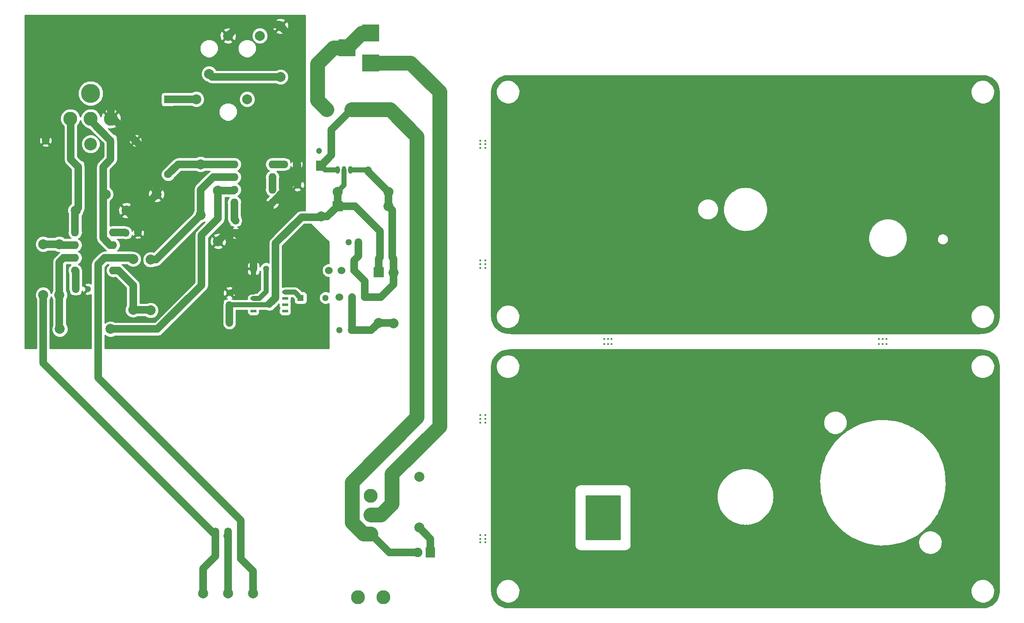
<source format=gtl>
G04 #@! TF.FileFunction,Copper,L1,Top,Signal*
%FSLAX46Y46*%
G04 Gerber Fmt 4.6, Leading zero omitted, Abs format (unit mm)*
G04 Created by KiCad (PCBNEW 4.0.7-e2-6376~58~ubuntu16.04.1) date Wed Jun  6 08:16:23 2018*
%MOMM*%
%LPD*%
G01*
G04 APERTURE LIST*
%ADD10C,0.100000*%
%ADD11C,1.700000*%
%ADD12R,1.700000X1.700000*%
%ADD13R,1.200000X1.200000*%
%ADD14C,1.200000*%
%ADD15R,1.300000X1.300000*%
%ADD16C,1.300000*%
%ADD17R,1.900000X2.000000*%
%ADD18C,1.900000*%
%ADD19C,1.998980*%
%ADD20R,1.998980X1.998980*%
%ADD21R,3.500120X3.500120*%
%ADD22C,2.794000*%
%ADD23C,2.540000*%
%ADD24C,3.810000*%
%ADD25C,2.000000*%
%ADD26O,1.506220X3.014980*%
%ADD27C,1.524000*%
%ADD28O,0.899160X1.501140*%
%ADD29R,1.143000X0.508000*%
%ADD30O,1.600000X1.600000*%
%ADD31C,1.501140*%
%ADD32R,1.600000X1.600000*%
%ADD33C,1.600000*%
%ADD34C,2.800000*%
%ADD35C,0.400000*%
%ADD36C,1.000000*%
%ADD37C,1.500000*%
%ADD38C,3.000000*%
%ADD39C,0.254000*%
G04 APERTURE END LIST*
D10*
D11*
X103750000Y-49750000D03*
D12*
X108750000Y-49750000D03*
D13*
X104700000Y-58050000D03*
D14*
X102200000Y-58050000D03*
D15*
X110125000Y-76375000D03*
D16*
X108125000Y-76375000D03*
D13*
X114375000Y-79375000D03*
D14*
X116875000Y-79375000D03*
D16*
X116875000Y-74125000D03*
D15*
X114375000Y-74125000D03*
D16*
X106250000Y-94000000D03*
D15*
X108750000Y-94000000D03*
X98500000Y-87500000D03*
D16*
X103500000Y-87500000D03*
D13*
X53500000Y-85750000D03*
D14*
X56000000Y-85750000D03*
D13*
X63500000Y-74500000D03*
D14*
X66000000Y-74500000D03*
D13*
X95250000Y-60750000D03*
D14*
X97750000Y-60750000D03*
D13*
X85500000Y-72000000D03*
D14*
X85500000Y-74500000D03*
D15*
X52500000Y-56000000D03*
D16*
X47500000Y-56000000D03*
D15*
X60500000Y-56000000D03*
D16*
X65500000Y-56000000D03*
D15*
X54000000Y-61250000D03*
D16*
X59000000Y-61250000D03*
D17*
X124500000Y-138500000D03*
D18*
X121960000Y-138500000D03*
D19*
X102602540Y-71210000D03*
D20*
X102602540Y-61050000D03*
D19*
X116060000Y-69147460D03*
D20*
X105900000Y-69147460D03*
D19*
X114127540Y-92535000D03*
D20*
X114127540Y-82375000D03*
D21*
X112500000Y-40450140D03*
X112500000Y-34450660D03*
X107801000Y-37450400D03*
D22*
X60564000Y-51600000D03*
X52436000Y-51600000D03*
D23*
X56500000Y-56680000D03*
D22*
X56500000Y-51600000D03*
D24*
X56500000Y-46520000D03*
D25*
X87810000Y-47710000D03*
X90350000Y-35010000D03*
X80190000Y-42630000D03*
X84000000Y-35010000D03*
X77650000Y-47710000D03*
D26*
X81460000Y-135000000D03*
X84000000Y-135000000D03*
X86540000Y-135000000D03*
D27*
X108835000Y-87375000D03*
X106295000Y-87375000D03*
X111375000Y-87375000D03*
D19*
X122250000Y-133500000D03*
X122250000Y-123340000D03*
X105900000Y-66250000D03*
X116060000Y-66250000D03*
X117125000Y-92625000D03*
X117125000Y-82465000D03*
X59500000Y-66750000D03*
X69660000Y-66750000D03*
X47000000Y-76750000D03*
X47000000Y-86910000D03*
X53500000Y-70000000D03*
X63660000Y-70000000D03*
X65000000Y-79750000D03*
X65000000Y-89910000D03*
X50250000Y-76750000D03*
X50250000Y-86910000D03*
X68500000Y-90000000D03*
X68500000Y-79840000D03*
X60500000Y-93750000D03*
X50340000Y-93750000D03*
X82000000Y-66000000D03*
X82000000Y-76160000D03*
X78500000Y-60750000D03*
X78500000Y-70910000D03*
X94500000Y-43250000D03*
X94500000Y-33090000D03*
D27*
X106710000Y-82000000D03*
X104170000Y-82000000D03*
X109250000Y-82000000D03*
D28*
X107230000Y-61850000D03*
X105960000Y-61850000D03*
X108500000Y-61850000D03*
D29*
X95425000Y-86345000D03*
X95425000Y-87615000D03*
X95425000Y-88885000D03*
X95425000Y-90155000D03*
X89075000Y-90155000D03*
X89075000Y-88885000D03*
X89075000Y-87615000D03*
X89075000Y-86345000D03*
D30*
X61000000Y-82000000D03*
X61000000Y-79460000D03*
X61000000Y-76920000D03*
X61000000Y-74380000D03*
X53380000Y-74380000D03*
X53380000Y-76920000D03*
X53380000Y-79460000D03*
X53380000Y-82000000D03*
X85250000Y-60750000D03*
X85250000Y-63290000D03*
X85250000Y-65830000D03*
X85250000Y-68370000D03*
X92870000Y-68370000D03*
X92870000Y-65830000D03*
X92870000Y-63290000D03*
X92870000Y-60750000D03*
D31*
X112000000Y-61950000D03*
X101900000Y-40650000D03*
X84250000Y-92500000D03*
X97900000Y-64850000D03*
D16*
X84250000Y-86500000D03*
D15*
X84250000Y-89000000D03*
D16*
X91600000Y-81650000D03*
D15*
X89100000Y-81650000D03*
D32*
X72000000Y-47750000D03*
D33*
X72000000Y-62750000D03*
D34*
X112500000Y-127130000D03*
X109960000Y-147450000D03*
X115040000Y-147450000D03*
X112500000Y-134750000D03*
X112500000Y-130940000D03*
D25*
X89000000Y-146750000D03*
X84000000Y-146750000D03*
X79000000Y-146750000D03*
D35*
X135500000Y-57500000D03*
X134500000Y-57500000D03*
X135500000Y-56000000D03*
X134500000Y-56000000D03*
X134500000Y-56750000D03*
X135500000Y-56750000D03*
X135500000Y-81500000D03*
X134500000Y-81500000D03*
X134500000Y-80000000D03*
X135500000Y-80000000D03*
X135500000Y-80750000D03*
X134500000Y-80750000D03*
X214250000Y-96750000D03*
X214250000Y-95750000D03*
X215000000Y-95750000D03*
X215000000Y-96750000D03*
X215750000Y-96750000D03*
X215750000Y-95750000D03*
X160750000Y-95750000D03*
X160750000Y-96750000D03*
X160000000Y-96750000D03*
X160000000Y-95750000D03*
X159250000Y-96750000D03*
X159250000Y-95750000D03*
X134500000Y-135000000D03*
X134500000Y-135750000D03*
X134500000Y-136500000D03*
X135500000Y-135000000D03*
X135500000Y-135750000D03*
X135500000Y-136500000D03*
X134500000Y-111000000D03*
X135500000Y-111000000D03*
X135500000Y-111750000D03*
X134500000Y-111750000D03*
X134500000Y-112500000D03*
X135500000Y-112500000D03*
D36*
X105960000Y-61850000D02*
X103402540Y-61850000D01*
X103402540Y-61850000D02*
X102602540Y-61050000D01*
D37*
X104700000Y-58050000D02*
X104700000Y-58952540D01*
X104700000Y-58952540D02*
X102602540Y-61050000D01*
X108750000Y-49750000D02*
X104700000Y-53800000D01*
X104700000Y-53800000D02*
X104700000Y-58050000D01*
D38*
X112500000Y-134750000D02*
X111100000Y-134750000D01*
X111100000Y-134750000D02*
X108800000Y-132450000D01*
X116400000Y-49750000D02*
X108750000Y-49750000D01*
X121800000Y-55150000D02*
X116400000Y-49750000D01*
X121800000Y-111450000D02*
X121800000Y-55150000D01*
X108800000Y-124450000D02*
X121800000Y-111450000D01*
X108800000Y-132450000D02*
X108800000Y-124450000D01*
D37*
X112500000Y-134750000D02*
X116250000Y-138500000D01*
X116250000Y-138500000D02*
X121960000Y-138500000D01*
X110125000Y-76375000D02*
X110125000Y-79125000D01*
X109250000Y-80000000D02*
X109250000Y-82000000D01*
X110125000Y-79125000D02*
X109250000Y-80000000D01*
X117125000Y-82465000D02*
X117125000Y-84825000D01*
X114575000Y-87375000D02*
X111375000Y-87375000D01*
X117125000Y-84825000D02*
X114575000Y-87375000D01*
X111375000Y-87375000D02*
X111375000Y-84125000D01*
X111375000Y-84125000D02*
X109250000Y-82000000D01*
X116875000Y-79375000D02*
X117125000Y-79625000D01*
X117125000Y-79625000D02*
X117125000Y-82465000D01*
X116875000Y-74125000D02*
X116875000Y-79375000D01*
X116060000Y-69147460D02*
X116875000Y-69962460D01*
X116875000Y-69962460D02*
X116875000Y-74125000D01*
X112000000Y-61950000D02*
X112000000Y-62190000D01*
X112000000Y-62190000D02*
X116060000Y-66250000D01*
X116060000Y-66250000D02*
X116060000Y-69147460D01*
D36*
X108500000Y-61850000D02*
X111900000Y-61850000D01*
X111900000Y-61850000D02*
X112000000Y-61950000D01*
D37*
X84250000Y-89000000D02*
X84250000Y-92500000D01*
X105900000Y-69147460D02*
X105900000Y-66250000D01*
X53500000Y-85750000D02*
X53500000Y-82120000D01*
X53500000Y-82120000D02*
X53380000Y-82000000D01*
D36*
X92250000Y-88750000D02*
X92115000Y-88885000D01*
D37*
X93500000Y-76550000D02*
X93500000Y-87500000D01*
X93500000Y-87500000D02*
X92250000Y-88750000D01*
X98700000Y-71350000D02*
X93500000Y-76550000D01*
D36*
X92115000Y-88885000D02*
X89075000Y-88885000D01*
X89075000Y-88885000D02*
X84365000Y-88885000D01*
X84365000Y-88885000D02*
X84250000Y-89000000D01*
D37*
X102602540Y-71210000D02*
X102462540Y-71350000D01*
X102462540Y-71350000D02*
X98700000Y-71350000D01*
X105900000Y-69147460D02*
X103837460Y-71210000D01*
X103837460Y-71210000D02*
X102602540Y-71210000D01*
X114375000Y-74125000D02*
X109397460Y-69147460D01*
X109397460Y-69147460D02*
X105900000Y-69147460D01*
X114375000Y-79375000D02*
X114375000Y-74125000D01*
X114127540Y-82375000D02*
X114127540Y-79622460D01*
X114127540Y-79622460D02*
X114375000Y-79375000D01*
D36*
X107230000Y-61850000D02*
X107230000Y-64920000D01*
X107230000Y-64920000D02*
X105900000Y-66250000D01*
D37*
X92870000Y-60750000D02*
X95250000Y-60750000D01*
X108835000Y-87375000D02*
X108835000Y-93915000D01*
X108835000Y-93915000D02*
X108750000Y-94000000D01*
X114127540Y-92535000D02*
X112662540Y-94000000D01*
X112662540Y-94000000D02*
X108750000Y-94000000D01*
X117125000Y-92625000D02*
X117035000Y-92535000D01*
X117035000Y-92535000D02*
X114127540Y-92535000D01*
D36*
X95425000Y-86345000D02*
X97345000Y-86345000D01*
X97345000Y-86345000D02*
X98500000Y-87500000D01*
D37*
X47500000Y-56000000D02*
X47500000Y-48500000D01*
X60564000Y-44814000D02*
X60564000Y-51600000D01*
X58250000Y-42500000D02*
X60564000Y-44814000D01*
X53500000Y-42500000D02*
X58250000Y-42500000D01*
X47500000Y-48500000D02*
X53500000Y-42500000D01*
X65500000Y-56000000D02*
X61100000Y-51600000D01*
X61100000Y-51600000D02*
X60564000Y-51600000D01*
X94500000Y-33090000D02*
X97750000Y-36340000D01*
X97750000Y-36340000D02*
X97750000Y-60750000D01*
X84000000Y-35010000D02*
X86260000Y-32750000D01*
X86260000Y-32750000D02*
X94160000Y-32750000D01*
X94160000Y-32750000D02*
X94500000Y-33090000D01*
X69660000Y-66750000D02*
X69660000Y-60160000D01*
X69660000Y-60160000D02*
X65500000Y-56000000D01*
X63660000Y-70000000D02*
X66410000Y-70000000D01*
X66410000Y-70000000D02*
X69660000Y-66750000D01*
X66000000Y-74500000D02*
X66000000Y-72340000D01*
X66000000Y-72340000D02*
X63660000Y-70000000D01*
X89100000Y-81650000D02*
X89100000Y-78100000D01*
X89100000Y-78100000D02*
X85500000Y-74500000D01*
X97750000Y-60750000D02*
X97900000Y-60900000D01*
X97900000Y-60900000D02*
X97900000Y-64850000D01*
X92870000Y-68370000D02*
X97750000Y-63490000D01*
X97750000Y-63490000D02*
X97750000Y-60750000D01*
X85500000Y-74500000D02*
X86740000Y-74500000D01*
X86740000Y-74500000D02*
X92870000Y-68370000D01*
X82000000Y-76160000D02*
X83660000Y-74500000D01*
X83660000Y-74500000D02*
X85500000Y-74500000D01*
D36*
X89075000Y-86345000D02*
X89075000Y-81675000D01*
X89075000Y-81675000D02*
X89100000Y-81650000D01*
X89075000Y-86345000D02*
X84405000Y-86345000D01*
X84405000Y-86345000D02*
X84250000Y-86500000D01*
D37*
X52500000Y-56000000D02*
X52500000Y-51664000D01*
X52500000Y-51664000D02*
X52436000Y-51600000D01*
X54000000Y-61250000D02*
X54000000Y-69500000D01*
X54000000Y-69500000D02*
X53380000Y-70120000D01*
X53380000Y-70120000D02*
X53380000Y-74380000D01*
X54000000Y-61250000D02*
X52500000Y-59750000D01*
X52500000Y-59750000D02*
X52500000Y-56000000D01*
X52500000Y-51564000D02*
X52436000Y-51500000D01*
X60500000Y-56000000D02*
X56500000Y-52000000D01*
X56500000Y-52000000D02*
X56500000Y-51600000D01*
X56500000Y-51500000D02*
X56500000Y-52000000D01*
X60500000Y-56000000D02*
X60500000Y-59750000D01*
X60500000Y-59750000D02*
X59000000Y-61250000D01*
X59000000Y-61250000D02*
X59000000Y-66250000D01*
X59000000Y-66250000D02*
X59000000Y-75550000D01*
X59000000Y-75550000D02*
X60370000Y-76920000D01*
X60370000Y-76920000D02*
X61000000Y-76920000D01*
X124500000Y-138500000D02*
X124500000Y-135750000D01*
X124500000Y-135750000D02*
X122250000Y-133500000D01*
D38*
X112500000Y-130940000D02*
X114610000Y-130940000D01*
X120500140Y-40450140D02*
X112500000Y-40450140D01*
X126300000Y-46250000D02*
X120500140Y-40450140D01*
X126300000Y-113250000D02*
X126300000Y-46250000D01*
X116800000Y-122750000D02*
X126300000Y-113250000D01*
X116800000Y-128750000D02*
X116800000Y-122750000D01*
X114610000Y-130940000D02*
X116800000Y-128750000D01*
D37*
X94500000Y-43250000D02*
X80810000Y-43250000D01*
X80810000Y-43250000D02*
X80190000Y-42630000D01*
X72000000Y-47750000D02*
X72040000Y-47710000D01*
X72040000Y-47710000D02*
X77650000Y-47710000D01*
X81460000Y-135000000D02*
X81460000Y-139290000D01*
X79000000Y-141750000D02*
X79000000Y-146750000D01*
X81460000Y-139290000D02*
X79000000Y-141750000D01*
X47000000Y-86910000D02*
X47000000Y-100540000D01*
X47000000Y-100540000D02*
X81460000Y-135000000D01*
X84000000Y-135000000D02*
X84000000Y-146750000D01*
X83830000Y-135170000D02*
X84000000Y-135000000D01*
X86540000Y-135000000D02*
X86540000Y-139790000D01*
X89000000Y-142250000D02*
X89000000Y-146750000D01*
X86540000Y-139790000D02*
X89000000Y-142250000D01*
X61000000Y-79460000D02*
X59290000Y-79460000D01*
X86540000Y-132040000D02*
X86540000Y-135000000D01*
X58000000Y-103500000D02*
X86540000Y-132040000D01*
X58000000Y-80750000D02*
X58000000Y-103500000D01*
X59290000Y-79460000D02*
X58000000Y-80750000D01*
X61000000Y-79460000D02*
X64710000Y-79460000D01*
X64710000Y-79460000D02*
X65000000Y-79750000D01*
X53380000Y-76920000D02*
X50420000Y-76920000D01*
X50420000Y-76920000D02*
X50250000Y-76750000D01*
X50250000Y-76750000D02*
X47000000Y-76750000D01*
X65000000Y-89910000D02*
X68410000Y-89910000D01*
X68410000Y-89910000D02*
X68500000Y-90000000D01*
X61000000Y-82000000D02*
X62050000Y-82000000D01*
X65000000Y-84950000D02*
X65000000Y-89910000D01*
X62050000Y-82000000D02*
X65000000Y-84950000D01*
X50250000Y-86910000D02*
X50250000Y-93660000D01*
X50250000Y-93660000D02*
X50340000Y-93750000D01*
X53380000Y-79460000D02*
X51090000Y-79460000D01*
X50250000Y-80300000D02*
X50250000Y-86910000D01*
X51090000Y-79460000D02*
X50250000Y-80300000D01*
X78500000Y-70910000D02*
X78500000Y-65850000D01*
X81060000Y-63290000D02*
X85250000Y-63290000D01*
X78500000Y-65850000D02*
X81060000Y-63290000D01*
X68500000Y-79840000D02*
X69570000Y-79840000D01*
X69570000Y-79840000D02*
X78500000Y-70910000D01*
X82000000Y-66000000D02*
X85080000Y-66000000D01*
X85080000Y-66000000D02*
X85250000Y-65830000D01*
X60500000Y-93750000D02*
X69900000Y-93750000D01*
X82000000Y-71650000D02*
X82000000Y-66000000D01*
X78700000Y-74950000D02*
X82000000Y-71650000D01*
X78700000Y-84950000D02*
X78700000Y-74950000D01*
X69900000Y-93750000D02*
X78700000Y-84950000D01*
X92870000Y-65830000D02*
X92870000Y-63290000D01*
X78500000Y-60750000D02*
X74000000Y-60750000D01*
X74000000Y-60750000D02*
X72000000Y-62750000D01*
X85250000Y-60750000D02*
X78500000Y-60750000D01*
D36*
X89075000Y-87615000D02*
X90235000Y-87615000D01*
X91600000Y-86250000D02*
X91600000Y-81650000D01*
X90235000Y-87615000D02*
X91600000Y-86250000D01*
D38*
X101900000Y-40650000D02*
X101900000Y-47900000D01*
X101900000Y-47900000D02*
X103750000Y-49750000D01*
X107801000Y-37450400D02*
X105099600Y-37450400D01*
X105099600Y-37450400D02*
X101900000Y-40650000D01*
X112500000Y-34450660D02*
X110800740Y-34450660D01*
X110800740Y-34450660D02*
X107801000Y-37450400D01*
D37*
X85250000Y-68370000D02*
X85250000Y-71750000D01*
X85250000Y-71750000D02*
X85500000Y-72000000D01*
X61000000Y-74380000D02*
X63380000Y-74380000D01*
X63380000Y-74380000D02*
X63500000Y-74500000D01*
D39*
G36*
X99373000Y-69965000D02*
X98700000Y-69965000D01*
X98169984Y-70070426D01*
X97720657Y-70370657D01*
X92520657Y-75570657D01*
X92220427Y-76019983D01*
X92115000Y-76550000D01*
X92115000Y-80472469D01*
X91856724Y-80365223D01*
X91345519Y-80364777D01*
X90873057Y-80559995D01*
X90511265Y-80921155D01*
X90385000Y-81225235D01*
X90385000Y-80873690D01*
X90288327Y-80640301D01*
X90109698Y-80461673D01*
X89876309Y-80365000D01*
X89385750Y-80365000D01*
X89227000Y-80523750D01*
X89227000Y-81523000D01*
X89247000Y-81523000D01*
X89247000Y-81777000D01*
X89227000Y-81777000D01*
X89227000Y-82776250D01*
X89385750Y-82935000D01*
X89876309Y-82935000D01*
X90109698Y-82838327D01*
X90288327Y-82659699D01*
X90385000Y-82426310D01*
X90385000Y-82074433D01*
X90465000Y-82268047D01*
X90465000Y-85779867D01*
X89764868Y-86480000D01*
X89075000Y-86480000D01*
X88640654Y-86566397D01*
X88387838Y-86735323D01*
X88268183Y-86757838D01*
X88052059Y-86896910D01*
X87907069Y-87109110D01*
X87856060Y-87361000D01*
X87856060Y-87750000D01*
X85134266Y-87750000D01*
X84900000Y-87702560D01*
X84737615Y-87702560D01*
X84913729Y-87629611D01*
X84969410Y-87399016D01*
X84250000Y-86679605D01*
X83530590Y-87399016D01*
X83586271Y-87629611D01*
X83795902Y-87702560D01*
X83600000Y-87702560D01*
X83364683Y-87746838D01*
X83148559Y-87885910D01*
X83003569Y-88098110D01*
X82952560Y-88350000D01*
X82952560Y-88559806D01*
X82865000Y-89000000D01*
X82865000Y-92222392D01*
X82864671Y-92223184D01*
X82864190Y-92774398D01*
X83074686Y-93283837D01*
X83464113Y-93673944D01*
X83973184Y-93885329D01*
X84524398Y-93885810D01*
X85033837Y-93675314D01*
X85423944Y-93285887D01*
X85635329Y-92776816D01*
X85635810Y-92225602D01*
X85635000Y-92223642D01*
X85635000Y-90020000D01*
X87856060Y-90020000D01*
X87856060Y-90409000D01*
X87900338Y-90644317D01*
X88039410Y-90860441D01*
X88251610Y-91005431D01*
X88503500Y-91056440D01*
X89646500Y-91056440D01*
X89881817Y-91012162D01*
X90097941Y-90873090D01*
X90242931Y-90660890D01*
X90293940Y-90409000D01*
X90293940Y-90020000D01*
X91705657Y-90020000D01*
X91719984Y-90029573D01*
X92250000Y-90135000D01*
X92780016Y-90029573D01*
X93229343Y-89729343D01*
X94206060Y-88752626D01*
X94206060Y-89139000D01*
X94250338Y-89374317D01*
X94344666Y-89520907D01*
X94257069Y-89649110D01*
X94206060Y-89901000D01*
X94206060Y-90409000D01*
X94250338Y-90644317D01*
X94389410Y-90860441D01*
X94601610Y-91005431D01*
X94853500Y-91056440D01*
X95996500Y-91056440D01*
X96231817Y-91012162D01*
X96447941Y-90873090D01*
X96592931Y-90660890D01*
X96643940Y-90409000D01*
X96643940Y-89901000D01*
X96599662Y-89665683D01*
X96505334Y-89519093D01*
X96592931Y-89390890D01*
X96643940Y-89139000D01*
X96643940Y-88631000D01*
X96599662Y-88395683D01*
X96505334Y-88249093D01*
X96592931Y-88120890D01*
X96643940Y-87869000D01*
X96643940Y-87480000D01*
X96874868Y-87480000D01*
X97202560Y-87807692D01*
X97202560Y-88150000D01*
X97246838Y-88385317D01*
X97385910Y-88601441D01*
X97598110Y-88746431D01*
X97850000Y-88797440D01*
X99150000Y-88797440D01*
X99385317Y-88753162D01*
X99601441Y-88614090D01*
X99746431Y-88401890D01*
X99797440Y-88150000D01*
X99797440Y-86850000D01*
X99753162Y-86614683D01*
X99614090Y-86398559D01*
X99401890Y-86253569D01*
X99150000Y-86202560D01*
X98807692Y-86202560D01*
X98147566Y-85542434D01*
X98005387Y-85447433D01*
X97779346Y-85296397D01*
X97345000Y-85210000D01*
X95425000Y-85210000D01*
X94990654Y-85296397D01*
X94885000Y-85366993D01*
X94885000Y-77123686D01*
X99273686Y-72735000D01*
X100555394Y-72735000D01*
X104123000Y-76302606D01*
X104123000Y-80602958D01*
X103893339Y-80602758D01*
X103379697Y-80814990D01*
X102986371Y-81207630D01*
X102773243Y-81720900D01*
X102772758Y-82276661D01*
X102984990Y-82790303D01*
X103377630Y-83183629D01*
X103890900Y-83396757D01*
X104123000Y-83396960D01*
X104123000Y-86367314D01*
X103756724Y-86215223D01*
X103245519Y-86214777D01*
X102773057Y-86409995D01*
X102411265Y-86771155D01*
X102215223Y-87243276D01*
X102214777Y-87754481D01*
X102409995Y-88226943D01*
X102771155Y-88588735D01*
X103243276Y-88784777D01*
X103754481Y-88785223D01*
X104123000Y-88632954D01*
X104123000Y-97623000D01*
X59385000Y-97623000D01*
X59385000Y-94946591D01*
X59572927Y-95134846D01*
X60173453Y-95384206D01*
X60823694Y-95384774D01*
X61424655Y-95136462D01*
X61426120Y-95135000D01*
X69900000Y-95135000D01*
X70430017Y-95029573D01*
X70879343Y-94729343D01*
X79289608Y-86319078D01*
X82952378Y-86319078D01*
X82981917Y-86829428D01*
X83120389Y-87163729D01*
X83350984Y-87219410D01*
X84070395Y-86500000D01*
X84429605Y-86500000D01*
X85149016Y-87219410D01*
X85379611Y-87163729D01*
X85547622Y-86680922D01*
X85518083Y-86170572D01*
X85379611Y-85836271D01*
X85149016Y-85780590D01*
X84429605Y-86500000D01*
X84070395Y-86500000D01*
X83350984Y-85780590D01*
X83120389Y-85836271D01*
X82952378Y-86319078D01*
X79289608Y-86319078D01*
X79679343Y-85929343D01*
X79741532Y-85836271D01*
X79898745Y-85600984D01*
X83530590Y-85600984D01*
X84250000Y-86320395D01*
X84969410Y-85600984D01*
X84913729Y-85370389D01*
X84430922Y-85202378D01*
X83920572Y-85231917D01*
X83586271Y-85370389D01*
X83530590Y-85600984D01*
X79898745Y-85600984D01*
X79979573Y-85480017D01*
X80085000Y-84950000D01*
X80085000Y-81935750D01*
X87815000Y-81935750D01*
X87815000Y-82426310D01*
X87911673Y-82659699D01*
X88090302Y-82838327D01*
X88323691Y-82935000D01*
X88814250Y-82935000D01*
X88973000Y-82776250D01*
X88973000Y-81777000D01*
X87973750Y-81777000D01*
X87815000Y-81935750D01*
X80085000Y-81935750D01*
X80085000Y-80873690D01*
X87815000Y-80873690D01*
X87815000Y-81364250D01*
X87973750Y-81523000D01*
X88973000Y-81523000D01*
X88973000Y-80523750D01*
X88814250Y-80365000D01*
X88323691Y-80365000D01*
X88090302Y-80461673D01*
X87911673Y-80640301D01*
X87815000Y-80873690D01*
X80085000Y-80873690D01*
X80085000Y-77312163D01*
X81027443Y-77312163D01*
X81126042Y-77578965D01*
X81735582Y-77805401D01*
X82385377Y-77781341D01*
X82873958Y-77578965D01*
X82972557Y-77312163D01*
X82000000Y-76339605D01*
X81027443Y-77312163D01*
X80085000Y-77312163D01*
X80085000Y-75895582D01*
X80354599Y-75895582D01*
X80378659Y-76545377D01*
X80581035Y-77033958D01*
X80847837Y-77132557D01*
X81820395Y-76160000D01*
X82179605Y-76160000D01*
X83152163Y-77132557D01*
X83418965Y-77033958D01*
X83645401Y-76424418D01*
X83621341Y-75774623D01*
X83450733Y-75362735D01*
X84816870Y-75362735D01*
X84866383Y-75588164D01*
X85331036Y-75747807D01*
X85821413Y-75717482D01*
X86133617Y-75588164D01*
X86183130Y-75362735D01*
X85500000Y-74679605D01*
X84816870Y-75362735D01*
X83450733Y-75362735D01*
X83418965Y-75286042D01*
X83152163Y-75187443D01*
X82179605Y-76160000D01*
X81820395Y-76160000D01*
X80847837Y-75187443D01*
X80581035Y-75286042D01*
X80354599Y-75895582D01*
X80085000Y-75895582D01*
X80085000Y-75523686D01*
X80600849Y-75007837D01*
X81027443Y-75007837D01*
X82000000Y-75980395D01*
X82972557Y-75007837D01*
X82873958Y-74741035D01*
X82264418Y-74514599D01*
X81614623Y-74538659D01*
X81126042Y-74741035D01*
X81027443Y-75007837D01*
X80600849Y-75007837D01*
X81277650Y-74331036D01*
X84252193Y-74331036D01*
X84282518Y-74821413D01*
X84411836Y-75133617D01*
X84637265Y-75183130D01*
X85320395Y-74500000D01*
X85679605Y-74500000D01*
X86362735Y-75183130D01*
X86588164Y-75133617D01*
X86747807Y-74668964D01*
X86717482Y-74178587D01*
X86588164Y-73866383D01*
X86362735Y-73816870D01*
X85679605Y-74500000D01*
X85320395Y-74500000D01*
X84637265Y-73816870D01*
X84411836Y-73866383D01*
X84252193Y-74331036D01*
X81277650Y-74331036D01*
X82979343Y-72629343D01*
X83279574Y-72180016D01*
X83385000Y-71650000D01*
X83385000Y-67385000D01*
X84187345Y-67385000D01*
X83896120Y-67820849D01*
X83786887Y-68370000D01*
X83865000Y-68762700D01*
X83865000Y-71750000D01*
X83970427Y-72280017D01*
X84147332Y-72544774D01*
X84270657Y-72729343D01*
X84278344Y-72737030D01*
X84296838Y-72835317D01*
X84435910Y-73051441D01*
X84648110Y-73196431D01*
X84900000Y-73247440D01*
X84921893Y-73247440D01*
X84969984Y-73279573D01*
X85115714Y-73308561D01*
X84866383Y-73411836D01*
X84816870Y-73637265D01*
X85500000Y-74320395D01*
X86183130Y-73637265D01*
X86133617Y-73411836D01*
X85851821Y-73315018D01*
X86030016Y-73279573D01*
X86078107Y-73247440D01*
X86100000Y-73247440D01*
X86335317Y-73203162D01*
X86551441Y-73064090D01*
X86696431Y-72851890D01*
X86747440Y-72600000D01*
X86747440Y-72578107D01*
X86779573Y-72530016D01*
X86885000Y-72000000D01*
X86779573Y-71469984D01*
X86747440Y-71421893D01*
X86747440Y-71400000D01*
X86703162Y-71164683D01*
X86635000Y-71058756D01*
X86635000Y-68762700D01*
X86643684Y-68719039D01*
X91478096Y-68719039D01*
X91638959Y-69107423D01*
X92014866Y-69522389D01*
X92520959Y-69761914D01*
X92743000Y-69640629D01*
X92743000Y-68497000D01*
X92997000Y-68497000D01*
X92997000Y-69640629D01*
X93219041Y-69761914D01*
X93725134Y-69522389D01*
X94101041Y-69107423D01*
X94261904Y-68719039D01*
X94139915Y-68497000D01*
X92997000Y-68497000D01*
X92743000Y-68497000D01*
X91600085Y-68497000D01*
X91478096Y-68719039D01*
X86643684Y-68719039D01*
X86713113Y-68370000D01*
X86603880Y-67820849D01*
X86292811Y-67355302D01*
X85910725Y-67100000D01*
X86292811Y-66844698D01*
X86603880Y-66379151D01*
X86713113Y-65830000D01*
X86603880Y-65280849D01*
X86292811Y-64815302D01*
X85910725Y-64560000D01*
X86292811Y-64304698D01*
X86603880Y-63839151D01*
X86713113Y-63290000D01*
X86603880Y-62740849D01*
X86292811Y-62275302D01*
X85910725Y-62020000D01*
X86292811Y-61764698D01*
X86603880Y-61299151D01*
X86713113Y-60750000D01*
X91406887Y-60750000D01*
X91516120Y-61299151D01*
X91827189Y-61764698D01*
X92209275Y-62020000D01*
X91827189Y-62275302D01*
X91516120Y-62740849D01*
X91406887Y-63290000D01*
X91485000Y-63682700D01*
X91485000Y-65437300D01*
X91406887Y-65830000D01*
X91516120Y-66379151D01*
X91827189Y-66844698D01*
X92231703Y-67114986D01*
X92014866Y-67217611D01*
X91638959Y-67632577D01*
X91478096Y-68020961D01*
X91600085Y-68243000D01*
X92743000Y-68243000D01*
X92743000Y-68223000D01*
X92997000Y-68223000D01*
X92997000Y-68243000D01*
X94139915Y-68243000D01*
X94261904Y-68020961D01*
X94101041Y-67632577D01*
X93725134Y-67217611D01*
X93508297Y-67114986D01*
X93912811Y-66844698D01*
X94223880Y-66379151D01*
X94333113Y-65830000D01*
X94331508Y-65821930D01*
X97107675Y-65821930D01*
X97175735Y-66062931D01*
X97695034Y-66247767D01*
X98245538Y-66219805D01*
X98624265Y-66062931D01*
X98692325Y-65821930D01*
X97900000Y-65029605D01*
X97107675Y-65821930D01*
X94331508Y-65821930D01*
X94255000Y-65437300D01*
X94255000Y-64645034D01*
X96502233Y-64645034D01*
X96530195Y-65195538D01*
X96687069Y-65574265D01*
X96928070Y-65642325D01*
X97720395Y-64850000D01*
X98079605Y-64850000D01*
X98871930Y-65642325D01*
X99112931Y-65574265D01*
X99297767Y-65054966D01*
X99269805Y-64504462D01*
X99112931Y-64125735D01*
X98871930Y-64057675D01*
X98079605Y-64850000D01*
X97720395Y-64850000D01*
X96928070Y-64057675D01*
X96687069Y-64125735D01*
X96502233Y-64645034D01*
X94255000Y-64645034D01*
X94255000Y-63878070D01*
X97107675Y-63878070D01*
X97900000Y-64670395D01*
X98692325Y-63878070D01*
X98624265Y-63637069D01*
X98104966Y-63452233D01*
X97554462Y-63480195D01*
X97175735Y-63637069D01*
X97107675Y-63878070D01*
X94255000Y-63878070D01*
X94255000Y-63682700D01*
X94333113Y-63290000D01*
X94223880Y-62740849D01*
X93912811Y-62275302D01*
X93702835Y-62135000D01*
X95250000Y-62135000D01*
X95780017Y-62029573D01*
X95828107Y-61997440D01*
X95850000Y-61997440D01*
X96085317Y-61953162D01*
X96301441Y-61814090D01*
X96439020Y-61612735D01*
X97066870Y-61612735D01*
X97116383Y-61838164D01*
X97581036Y-61997807D01*
X98071413Y-61967482D01*
X98383617Y-61838164D01*
X98433130Y-61612735D01*
X97750000Y-60929605D01*
X97066870Y-61612735D01*
X96439020Y-61612735D01*
X96446431Y-61601890D01*
X96497440Y-61350000D01*
X96497440Y-61328107D01*
X96529573Y-61280017D01*
X96558561Y-61134286D01*
X96661836Y-61383617D01*
X96887265Y-61433130D01*
X97570395Y-60750000D01*
X97929605Y-60750000D01*
X98612735Y-61433130D01*
X98838164Y-61383617D01*
X98997807Y-60918964D01*
X98967482Y-60428587D01*
X98838164Y-60116383D01*
X98612735Y-60066870D01*
X97929605Y-60750000D01*
X97570395Y-60750000D01*
X96887265Y-60066870D01*
X96661836Y-60116383D01*
X96565018Y-60398178D01*
X96529573Y-60219983D01*
X96497440Y-60171893D01*
X96497440Y-60150000D01*
X96453162Y-59914683D01*
X96435519Y-59887265D01*
X97066870Y-59887265D01*
X97750000Y-60570395D01*
X98433130Y-59887265D01*
X98383617Y-59661836D01*
X97918964Y-59502193D01*
X97428587Y-59532518D01*
X97116383Y-59661836D01*
X97066870Y-59887265D01*
X96435519Y-59887265D01*
X96314090Y-59698559D01*
X96101890Y-59553569D01*
X95850000Y-59502560D01*
X95828107Y-59502560D01*
X95780017Y-59470427D01*
X95250000Y-59365000D01*
X93149480Y-59365000D01*
X92898113Y-59315000D01*
X92841887Y-59315000D01*
X92292736Y-59424233D01*
X91827189Y-59735302D01*
X91516120Y-60200849D01*
X91406887Y-60750000D01*
X86713113Y-60750000D01*
X86603880Y-60200849D01*
X86292811Y-59735302D01*
X85827264Y-59424233D01*
X85278113Y-59315000D01*
X85221887Y-59315000D01*
X84970520Y-59365000D01*
X79426702Y-59365000D01*
X78826547Y-59115794D01*
X78176306Y-59115226D01*
X77575345Y-59363538D01*
X77573880Y-59365000D01*
X74000000Y-59365000D01*
X73469983Y-59470427D01*
X73073570Y-59735302D01*
X73020657Y-59770657D01*
X71308098Y-61483216D01*
X71188200Y-61532757D01*
X70784176Y-61936077D01*
X70565250Y-62463309D01*
X70564752Y-63034187D01*
X70782757Y-63561800D01*
X71186077Y-63965824D01*
X71713309Y-64184750D01*
X72284187Y-64185248D01*
X72811800Y-63967243D01*
X73215824Y-63563923D01*
X73266284Y-63442402D01*
X74573686Y-62135000D01*
X77573298Y-62135000D01*
X78173453Y-62384206D01*
X78823694Y-62384774D01*
X79424655Y-62136462D01*
X79426120Y-62135000D01*
X80343546Y-62135000D01*
X80080657Y-62310657D01*
X77520657Y-64870657D01*
X77220427Y-65319983D01*
X77115000Y-65850000D01*
X77115000Y-69983298D01*
X76865794Y-70583453D01*
X76865792Y-70585522D01*
X69122592Y-78328722D01*
X68826547Y-78205794D01*
X68176306Y-78205226D01*
X67575345Y-78453538D01*
X67115154Y-78912927D01*
X66865794Y-79513453D01*
X66865226Y-80163694D01*
X67113538Y-80764655D01*
X67572927Y-81224846D01*
X68173453Y-81474206D01*
X68823694Y-81474774D01*
X69424655Y-81226462D01*
X69426120Y-81225000D01*
X69570000Y-81225000D01*
X70100017Y-81119573D01*
X70549343Y-80819343D01*
X78824066Y-72544620D01*
X79373867Y-72317447D01*
X77720657Y-73970657D01*
X77420427Y-74419983D01*
X77315000Y-74950000D01*
X77315000Y-84376314D01*
X69326314Y-92365000D01*
X61426702Y-92365000D01*
X60826547Y-92115794D01*
X60176306Y-92115226D01*
X59575345Y-92363538D01*
X59385000Y-92553551D01*
X59385000Y-81323686D01*
X59863686Y-80845000D01*
X60167165Y-80845000D01*
X59957189Y-80985302D01*
X59646120Y-81450849D01*
X59536887Y-82000000D01*
X59646120Y-82549151D01*
X59957189Y-83014698D01*
X60422736Y-83325767D01*
X60971887Y-83435000D01*
X61028113Y-83435000D01*
X61279480Y-83385000D01*
X61476314Y-83385000D01*
X63615000Y-85523686D01*
X63615000Y-88983298D01*
X63365794Y-89583453D01*
X63365226Y-90233694D01*
X63613538Y-90834655D01*
X64072927Y-91294846D01*
X64673453Y-91544206D01*
X65323694Y-91544774D01*
X65924655Y-91296462D01*
X65926120Y-91295000D01*
X67483238Y-91295000D01*
X67572927Y-91384846D01*
X68173453Y-91634206D01*
X68823694Y-91634774D01*
X69424655Y-91386462D01*
X69884846Y-90927073D01*
X70134206Y-90326547D01*
X70134774Y-89676306D01*
X69886462Y-89075345D01*
X69427073Y-88615154D01*
X68826547Y-88365794D01*
X68176306Y-88365226D01*
X67789623Y-88525000D01*
X66385000Y-88525000D01*
X66385000Y-84950000D01*
X66279573Y-84419983D01*
X65979343Y-83970657D01*
X63029343Y-81020657D01*
X62883274Y-80923057D01*
X62766454Y-80845000D01*
X63783586Y-80845000D01*
X64072927Y-81134846D01*
X64673453Y-81384206D01*
X65323694Y-81384774D01*
X65924655Y-81136462D01*
X66384846Y-80677073D01*
X66634206Y-80076547D01*
X66634774Y-79426306D01*
X66386462Y-78825345D01*
X65927073Y-78365154D01*
X65326547Y-78115794D01*
X64913270Y-78115433D01*
X64710000Y-78075000D01*
X61832835Y-78075000D01*
X62042811Y-77934698D01*
X62353880Y-77469151D01*
X62463113Y-76920000D01*
X62353880Y-76370849D01*
X62042811Y-75905302D01*
X61832835Y-75765000D01*
X62948172Y-75765000D01*
X62969984Y-75779574D01*
X63500000Y-75885000D01*
X64030016Y-75779574D01*
X64078108Y-75747440D01*
X64100000Y-75747440D01*
X64335317Y-75703162D01*
X64551441Y-75564090D01*
X64689020Y-75362735D01*
X65316870Y-75362735D01*
X65366383Y-75588164D01*
X65831036Y-75747807D01*
X66321413Y-75717482D01*
X66633617Y-75588164D01*
X66683130Y-75362735D01*
X66000000Y-74679605D01*
X65316870Y-75362735D01*
X64689020Y-75362735D01*
X64696431Y-75351890D01*
X64747440Y-75100000D01*
X64747440Y-75078108D01*
X64779574Y-75030016D01*
X64808561Y-74884287D01*
X64911836Y-75133617D01*
X65137265Y-75183130D01*
X65820395Y-74500000D01*
X66179605Y-74500000D01*
X66862735Y-75183130D01*
X67088164Y-75133617D01*
X67247807Y-74668964D01*
X67217482Y-74178587D01*
X67088164Y-73866383D01*
X66862735Y-73816870D01*
X66179605Y-74500000D01*
X65820395Y-74500000D01*
X65137265Y-73816870D01*
X64911836Y-73866383D01*
X64815019Y-74148177D01*
X64779574Y-73969984D01*
X64747440Y-73921892D01*
X64747440Y-73900000D01*
X64703162Y-73664683D01*
X64685519Y-73637265D01*
X65316870Y-73637265D01*
X66000000Y-74320395D01*
X66683130Y-73637265D01*
X66633617Y-73411836D01*
X66168964Y-73252193D01*
X65678587Y-73282518D01*
X65366383Y-73411836D01*
X65316870Y-73637265D01*
X64685519Y-73637265D01*
X64564090Y-73448559D01*
X64351890Y-73303569D01*
X64154095Y-73263514D01*
X63910017Y-73100427D01*
X63380000Y-72995000D01*
X61279480Y-72995000D01*
X61028113Y-72945000D01*
X60971887Y-72945000D01*
X60422736Y-73054233D01*
X60385000Y-73079447D01*
X60385000Y-71152163D01*
X62687443Y-71152163D01*
X62786042Y-71418965D01*
X63395582Y-71645401D01*
X64045377Y-71621341D01*
X64533958Y-71418965D01*
X64632557Y-71152163D01*
X63660000Y-70179605D01*
X62687443Y-71152163D01*
X60385000Y-71152163D01*
X60385000Y-69735582D01*
X62014599Y-69735582D01*
X62038659Y-70385377D01*
X62241035Y-70873958D01*
X62507837Y-70972557D01*
X63480395Y-70000000D01*
X63839605Y-70000000D01*
X64812163Y-70972557D01*
X65078965Y-70873958D01*
X65305401Y-70264418D01*
X65281341Y-69614623D01*
X65078965Y-69126042D01*
X64812163Y-69027443D01*
X63839605Y-70000000D01*
X63480395Y-70000000D01*
X62507837Y-69027443D01*
X62241035Y-69126042D01*
X62014599Y-69735582D01*
X60385000Y-69735582D01*
X60385000Y-68847837D01*
X62687443Y-68847837D01*
X63660000Y-69820395D01*
X64632557Y-68847837D01*
X64533958Y-68581035D01*
X63924418Y-68354599D01*
X63274623Y-68378659D01*
X62786042Y-68581035D01*
X62687443Y-68847837D01*
X60385000Y-68847837D01*
X60385000Y-68152847D01*
X60424655Y-68136462D01*
X60659363Y-67902163D01*
X68687443Y-67902163D01*
X68786042Y-68168965D01*
X69395582Y-68395401D01*
X70045377Y-68371341D01*
X70533958Y-68168965D01*
X70632557Y-67902163D01*
X69660000Y-66929605D01*
X68687443Y-67902163D01*
X60659363Y-67902163D01*
X60884846Y-67677073D01*
X61134206Y-67076547D01*
X61134722Y-66485582D01*
X68014599Y-66485582D01*
X68038659Y-67135377D01*
X68241035Y-67623958D01*
X68507837Y-67722557D01*
X69480395Y-66750000D01*
X69839605Y-66750000D01*
X70812163Y-67722557D01*
X71078965Y-67623958D01*
X71305401Y-67014418D01*
X71281341Y-66364623D01*
X71078965Y-65876042D01*
X70812163Y-65777443D01*
X69839605Y-66750000D01*
X69480395Y-66750000D01*
X68507837Y-65777443D01*
X68241035Y-65876042D01*
X68014599Y-66485582D01*
X61134722Y-66485582D01*
X61134774Y-66426306D01*
X60886462Y-65825345D01*
X60659351Y-65597837D01*
X68687443Y-65597837D01*
X69660000Y-66570395D01*
X70632557Y-65597837D01*
X70533958Y-65331035D01*
X69924418Y-65104599D01*
X69274623Y-65128659D01*
X68786042Y-65331035D01*
X68687443Y-65597837D01*
X60659351Y-65597837D01*
X60427073Y-65365154D01*
X60385000Y-65347684D01*
X60385000Y-61823686D01*
X61479343Y-60729343D01*
X61565767Y-60600000D01*
X61779573Y-60280017D01*
X61885000Y-59750000D01*
X61885000Y-56899016D01*
X64780590Y-56899016D01*
X64836271Y-57129611D01*
X65319078Y-57297622D01*
X65829428Y-57268083D01*
X66163729Y-57129611D01*
X66219410Y-56899016D01*
X65500000Y-56179605D01*
X64780590Y-56899016D01*
X61885000Y-56899016D01*
X61885000Y-56000000D01*
X61849013Y-55819078D01*
X64202378Y-55819078D01*
X64231917Y-56329428D01*
X64370389Y-56663729D01*
X64600984Y-56719410D01*
X65320395Y-56000000D01*
X65679605Y-56000000D01*
X66399016Y-56719410D01*
X66629611Y-56663729D01*
X66797622Y-56180922D01*
X66768083Y-55670572D01*
X66629611Y-55336271D01*
X66399016Y-55280590D01*
X65679605Y-56000000D01*
X65320395Y-56000000D01*
X64600984Y-55280590D01*
X64370389Y-55336271D01*
X64202378Y-55819078D01*
X61849013Y-55819078D01*
X61797440Y-55559806D01*
X61797440Y-55350000D01*
X61753162Y-55114683D01*
X61744347Y-55100984D01*
X64780590Y-55100984D01*
X65500000Y-55820395D01*
X66219410Y-55100984D01*
X66163729Y-54870389D01*
X65680922Y-54702378D01*
X65170572Y-54731917D01*
X64836271Y-54870389D01*
X64780590Y-55100984D01*
X61744347Y-55100984D01*
X61614090Y-54898559D01*
X61401890Y-54753569D01*
X61164102Y-54705416D01*
X60031970Y-53573284D01*
X60204746Y-53640423D01*
X61012929Y-53622586D01*
X61676744Y-53347625D01*
X61823950Y-53039556D01*
X60564000Y-51779605D01*
X60549858Y-51793748D01*
X60370252Y-51614142D01*
X60384395Y-51600000D01*
X60743605Y-51600000D01*
X62003556Y-52859950D01*
X62311625Y-52712744D01*
X62604423Y-51959254D01*
X62586586Y-51151071D01*
X62365518Y-50617364D01*
X82144678Y-50617364D01*
X82426490Y-51299401D01*
X82947855Y-51821676D01*
X83629399Y-52104678D01*
X84367364Y-52105322D01*
X85049401Y-51823510D01*
X85571676Y-51302145D01*
X85854678Y-50620601D01*
X85855322Y-49882636D01*
X85573510Y-49200599D01*
X85052145Y-48678324D01*
X84370601Y-48395322D01*
X83632636Y-48394678D01*
X82950599Y-48676490D01*
X82428324Y-49197855D01*
X82145322Y-49879399D01*
X82144678Y-50617364D01*
X62365518Y-50617364D01*
X62311625Y-50487256D01*
X62003556Y-50340050D01*
X60743605Y-51600000D01*
X60384395Y-51600000D01*
X59124444Y-50340050D01*
X58816375Y-50487256D01*
X58532334Y-51218211D01*
X58532352Y-51197584D01*
X58223650Y-50450468D01*
X57934132Y-50160444D01*
X59304050Y-50160444D01*
X60564000Y-51420395D01*
X61823950Y-50160444D01*
X61676744Y-49852375D01*
X60923254Y-49559577D01*
X60115071Y-49577414D01*
X59451256Y-49852375D01*
X59304050Y-50160444D01*
X57934132Y-50160444D01*
X57652538Y-49878359D01*
X56905963Y-49568354D01*
X56097584Y-49567648D01*
X55350468Y-49876350D01*
X54778359Y-50447462D01*
X54468354Y-51194037D01*
X54468351Y-51197581D01*
X54159650Y-50450468D01*
X53588538Y-49878359D01*
X52841963Y-49568354D01*
X52033584Y-49567648D01*
X51286468Y-49876350D01*
X50714359Y-50447462D01*
X50404354Y-51194037D01*
X50403648Y-52002416D01*
X50712350Y-52749532D01*
X51115000Y-53152885D01*
X51115000Y-59750000D01*
X51220427Y-60280017D01*
X51434233Y-60600000D01*
X51520657Y-60729343D01*
X52615000Y-61823686D01*
X52615000Y-68597153D01*
X52575345Y-68613538D01*
X52115154Y-69072927D01*
X51865794Y-69673453D01*
X51865226Y-70323694D01*
X51995000Y-70637771D01*
X51995000Y-73987300D01*
X51916887Y-74380000D01*
X52026120Y-74929151D01*
X52337189Y-75394698D01*
X52547165Y-75535000D01*
X51346623Y-75535000D01*
X51177073Y-75365154D01*
X50576547Y-75115794D01*
X49926306Y-75115226D01*
X49325345Y-75363538D01*
X49323880Y-75365000D01*
X47926702Y-75365000D01*
X47326547Y-75115794D01*
X46676306Y-75115226D01*
X46075345Y-75363538D01*
X45615154Y-75822927D01*
X45365794Y-76423453D01*
X45365226Y-77073694D01*
X45613538Y-77674655D01*
X46072927Y-78134846D01*
X46673453Y-78384206D01*
X47323694Y-78384774D01*
X47924655Y-78136462D01*
X47926120Y-78135000D01*
X49323298Y-78135000D01*
X49923453Y-78384206D01*
X50254573Y-78384495D01*
X50148825Y-78455154D01*
X50110657Y-78480657D01*
X49270657Y-79320657D01*
X48970427Y-79769983D01*
X48865000Y-80300000D01*
X48865000Y-85983298D01*
X48624717Y-86561965D01*
X48386462Y-85985345D01*
X47927073Y-85525154D01*
X47326547Y-85275794D01*
X46676306Y-85275226D01*
X46075345Y-85523538D01*
X45615154Y-85982927D01*
X45365794Y-86583453D01*
X45365226Y-87233694D01*
X45613538Y-87834655D01*
X45615000Y-87836120D01*
X45615000Y-97623000D01*
X43377000Y-97623000D01*
X43377000Y-56899016D01*
X46780590Y-56899016D01*
X46836271Y-57129611D01*
X47319078Y-57297622D01*
X47829428Y-57268083D01*
X48163729Y-57129611D01*
X48219410Y-56899016D01*
X47500000Y-56179605D01*
X46780590Y-56899016D01*
X43377000Y-56899016D01*
X43377000Y-55819078D01*
X46202378Y-55819078D01*
X46231917Y-56329428D01*
X46370389Y-56663729D01*
X46600984Y-56719410D01*
X47320395Y-56000000D01*
X47679605Y-56000000D01*
X48399016Y-56719410D01*
X48629611Y-56663729D01*
X48797622Y-56180922D01*
X48768083Y-55670572D01*
X48629611Y-55336271D01*
X48399016Y-55280590D01*
X47679605Y-56000000D01*
X47320395Y-56000000D01*
X46600984Y-55280590D01*
X46370389Y-55336271D01*
X46202378Y-55819078D01*
X43377000Y-55819078D01*
X43377000Y-55100984D01*
X46780590Y-55100984D01*
X47500000Y-55820395D01*
X48219410Y-55100984D01*
X48163729Y-54870389D01*
X47680922Y-54702378D01*
X47170572Y-54731917D01*
X46836271Y-54870389D01*
X46780590Y-55100984D01*
X43377000Y-55100984D01*
X43377000Y-47023021D01*
X53959560Y-47023021D01*
X54345437Y-47956915D01*
X55059327Y-48672052D01*
X55992546Y-49059559D01*
X57003021Y-49060440D01*
X57936915Y-48674563D01*
X58652052Y-47960673D01*
X59039559Y-47027454D01*
X59039626Y-46950000D01*
X70552560Y-46950000D01*
X70552560Y-48550000D01*
X70596838Y-48785317D01*
X70735910Y-49001441D01*
X70948110Y-49146431D01*
X71200000Y-49197440D01*
X72800000Y-49197440D01*
X73035317Y-49153162D01*
X73125703Y-49095000D01*
X76722359Y-49095000D01*
X76722637Y-49095278D01*
X77323352Y-49344716D01*
X77973795Y-49345284D01*
X78574943Y-49096894D01*
X79035278Y-48637363D01*
X79284716Y-48036648D01*
X79284718Y-48033795D01*
X86174716Y-48033795D01*
X86423106Y-48634943D01*
X86882637Y-49095278D01*
X87483352Y-49344716D01*
X88133795Y-49345284D01*
X88734943Y-49096894D01*
X89195278Y-48637363D01*
X89444716Y-48036648D01*
X89445284Y-47386205D01*
X89196894Y-46785057D01*
X88737363Y-46324722D01*
X88136648Y-46075284D01*
X87486205Y-46074716D01*
X86885057Y-46323106D01*
X86424722Y-46782637D01*
X86175284Y-47383352D01*
X86174716Y-48033795D01*
X79284718Y-48033795D01*
X79285284Y-47386205D01*
X79036894Y-46785057D01*
X78577363Y-46324722D01*
X77976648Y-46075284D01*
X77326205Y-46074716D01*
X76725057Y-46323106D01*
X76723160Y-46325000D01*
X72910812Y-46325000D01*
X72800000Y-46302560D01*
X71200000Y-46302560D01*
X70964683Y-46346838D01*
X70748559Y-46485910D01*
X70603569Y-46698110D01*
X70552560Y-46950000D01*
X59039626Y-46950000D01*
X59040440Y-46016979D01*
X58654563Y-45083085D01*
X57940673Y-44367948D01*
X57007454Y-43980441D01*
X55996979Y-43979560D01*
X55063085Y-44365437D01*
X54347948Y-45079327D01*
X53960441Y-46012546D01*
X53959560Y-47023021D01*
X43377000Y-47023021D01*
X43377000Y-42953795D01*
X78554716Y-42953795D01*
X78803106Y-43554943D01*
X79262637Y-44015278D01*
X79863352Y-44264716D01*
X79883623Y-44264734D01*
X80279983Y-44529573D01*
X80810000Y-44635000D01*
X93573298Y-44635000D01*
X94173453Y-44884206D01*
X94823694Y-44884774D01*
X95424655Y-44636462D01*
X95884846Y-44177073D01*
X96134206Y-43576547D01*
X96134774Y-42926306D01*
X95886462Y-42325345D01*
X95427073Y-41865154D01*
X94826547Y-41615794D01*
X94176306Y-41615226D01*
X93575345Y-41863538D01*
X93573880Y-41865000D01*
X81642981Y-41865000D01*
X81576894Y-41705057D01*
X81117363Y-41244722D01*
X80516648Y-40995284D01*
X79866205Y-40994716D01*
X79265057Y-41243106D01*
X78804722Y-41702637D01*
X78555284Y-42303352D01*
X78554716Y-42953795D01*
X43377000Y-42953795D01*
X43377000Y-37917364D01*
X78334678Y-37917364D01*
X78616490Y-38599401D01*
X79137855Y-39121676D01*
X79819399Y-39404678D01*
X80557364Y-39405322D01*
X81239401Y-39123510D01*
X81761676Y-38602145D01*
X82044678Y-37920601D01*
X82044680Y-37917364D01*
X85954678Y-37917364D01*
X86236490Y-38599401D01*
X86757855Y-39121676D01*
X87439399Y-39404678D01*
X88177364Y-39405322D01*
X88859401Y-39123510D01*
X89381676Y-38602145D01*
X89664678Y-37920601D01*
X89665322Y-37182636D01*
X89383510Y-36500599D01*
X88862145Y-35978324D01*
X88180601Y-35695322D01*
X87442636Y-35694678D01*
X86760599Y-35976490D01*
X86238324Y-36497855D01*
X85955322Y-37179399D01*
X85954678Y-37917364D01*
X82044680Y-37917364D01*
X82045322Y-37182636D01*
X81763510Y-36500599D01*
X81426033Y-36162532D01*
X83027073Y-36162532D01*
X83125736Y-36429387D01*
X83735461Y-36655908D01*
X84385460Y-36631856D01*
X84874264Y-36429387D01*
X84972927Y-36162532D01*
X84000000Y-35189605D01*
X83027073Y-36162532D01*
X81426033Y-36162532D01*
X81242145Y-35978324D01*
X80560601Y-35695322D01*
X79822636Y-35694678D01*
X79140599Y-35976490D01*
X78618324Y-36497855D01*
X78335322Y-37179399D01*
X78334678Y-37917364D01*
X43377000Y-37917364D01*
X43377000Y-34745461D01*
X82354092Y-34745461D01*
X82378144Y-35395460D01*
X82580613Y-35884264D01*
X82847468Y-35982927D01*
X83820395Y-35010000D01*
X84179605Y-35010000D01*
X85152532Y-35982927D01*
X85419387Y-35884264D01*
X85623893Y-35333795D01*
X88714716Y-35333795D01*
X88963106Y-35934943D01*
X89422637Y-36395278D01*
X90023352Y-36644716D01*
X90673795Y-36645284D01*
X91274943Y-36396894D01*
X91735278Y-35937363D01*
X91984716Y-35336648D01*
X91985284Y-34686205D01*
X91801810Y-34242163D01*
X93527443Y-34242163D01*
X93626042Y-34508965D01*
X94235582Y-34735401D01*
X94885377Y-34711341D01*
X95373958Y-34508965D01*
X95472557Y-34242163D01*
X94500000Y-33269605D01*
X93527443Y-34242163D01*
X91801810Y-34242163D01*
X91736894Y-34085057D01*
X91277363Y-33624722D01*
X90676648Y-33375284D01*
X90026205Y-33374716D01*
X89425057Y-33623106D01*
X88964722Y-34082637D01*
X88715284Y-34683352D01*
X88714716Y-35333795D01*
X85623893Y-35333795D01*
X85645908Y-35274539D01*
X85621856Y-34624540D01*
X85419387Y-34135736D01*
X85152532Y-34037073D01*
X84179605Y-35010000D01*
X83820395Y-35010000D01*
X82847468Y-34037073D01*
X82580613Y-34135736D01*
X82354092Y-34745461D01*
X43377000Y-34745461D01*
X43377000Y-33857468D01*
X83027073Y-33857468D01*
X84000000Y-34830395D01*
X84972927Y-33857468D01*
X84874264Y-33590613D01*
X84264539Y-33364092D01*
X83614540Y-33388144D01*
X83125736Y-33590613D01*
X83027073Y-33857468D01*
X43377000Y-33857468D01*
X43377000Y-32825582D01*
X92854599Y-32825582D01*
X92878659Y-33475377D01*
X93081035Y-33963958D01*
X93347837Y-34062557D01*
X94320395Y-33090000D01*
X94679605Y-33090000D01*
X95652163Y-34062557D01*
X95918965Y-33963958D01*
X96145401Y-33354418D01*
X96121341Y-32704623D01*
X95918965Y-32216042D01*
X95652163Y-32117443D01*
X94679605Y-33090000D01*
X94320395Y-33090000D01*
X93347837Y-32117443D01*
X93081035Y-32216042D01*
X92854599Y-32825582D01*
X43377000Y-32825582D01*
X43377000Y-31937837D01*
X93527443Y-31937837D01*
X94500000Y-32910395D01*
X95472557Y-31937837D01*
X95373958Y-31671035D01*
X94764418Y-31444599D01*
X94114623Y-31468659D01*
X93626042Y-31671035D01*
X93527443Y-31937837D01*
X43377000Y-31937837D01*
X43377000Y-30885000D01*
X99373000Y-30885000D01*
X99373000Y-69965000D01*
X99373000Y-69965000D01*
G37*
X99373000Y-69965000D02*
X98700000Y-69965000D01*
X98169984Y-70070426D01*
X97720657Y-70370657D01*
X92520657Y-75570657D01*
X92220427Y-76019983D01*
X92115000Y-76550000D01*
X92115000Y-80472469D01*
X91856724Y-80365223D01*
X91345519Y-80364777D01*
X90873057Y-80559995D01*
X90511265Y-80921155D01*
X90385000Y-81225235D01*
X90385000Y-80873690D01*
X90288327Y-80640301D01*
X90109698Y-80461673D01*
X89876309Y-80365000D01*
X89385750Y-80365000D01*
X89227000Y-80523750D01*
X89227000Y-81523000D01*
X89247000Y-81523000D01*
X89247000Y-81777000D01*
X89227000Y-81777000D01*
X89227000Y-82776250D01*
X89385750Y-82935000D01*
X89876309Y-82935000D01*
X90109698Y-82838327D01*
X90288327Y-82659699D01*
X90385000Y-82426310D01*
X90385000Y-82074433D01*
X90465000Y-82268047D01*
X90465000Y-85779867D01*
X89764868Y-86480000D01*
X89075000Y-86480000D01*
X88640654Y-86566397D01*
X88387838Y-86735323D01*
X88268183Y-86757838D01*
X88052059Y-86896910D01*
X87907069Y-87109110D01*
X87856060Y-87361000D01*
X87856060Y-87750000D01*
X85134266Y-87750000D01*
X84900000Y-87702560D01*
X84737615Y-87702560D01*
X84913729Y-87629611D01*
X84969410Y-87399016D01*
X84250000Y-86679605D01*
X83530590Y-87399016D01*
X83586271Y-87629611D01*
X83795902Y-87702560D01*
X83600000Y-87702560D01*
X83364683Y-87746838D01*
X83148559Y-87885910D01*
X83003569Y-88098110D01*
X82952560Y-88350000D01*
X82952560Y-88559806D01*
X82865000Y-89000000D01*
X82865000Y-92222392D01*
X82864671Y-92223184D01*
X82864190Y-92774398D01*
X83074686Y-93283837D01*
X83464113Y-93673944D01*
X83973184Y-93885329D01*
X84524398Y-93885810D01*
X85033837Y-93675314D01*
X85423944Y-93285887D01*
X85635329Y-92776816D01*
X85635810Y-92225602D01*
X85635000Y-92223642D01*
X85635000Y-90020000D01*
X87856060Y-90020000D01*
X87856060Y-90409000D01*
X87900338Y-90644317D01*
X88039410Y-90860441D01*
X88251610Y-91005431D01*
X88503500Y-91056440D01*
X89646500Y-91056440D01*
X89881817Y-91012162D01*
X90097941Y-90873090D01*
X90242931Y-90660890D01*
X90293940Y-90409000D01*
X90293940Y-90020000D01*
X91705657Y-90020000D01*
X91719984Y-90029573D01*
X92250000Y-90135000D01*
X92780016Y-90029573D01*
X93229343Y-89729343D01*
X94206060Y-88752626D01*
X94206060Y-89139000D01*
X94250338Y-89374317D01*
X94344666Y-89520907D01*
X94257069Y-89649110D01*
X94206060Y-89901000D01*
X94206060Y-90409000D01*
X94250338Y-90644317D01*
X94389410Y-90860441D01*
X94601610Y-91005431D01*
X94853500Y-91056440D01*
X95996500Y-91056440D01*
X96231817Y-91012162D01*
X96447941Y-90873090D01*
X96592931Y-90660890D01*
X96643940Y-90409000D01*
X96643940Y-89901000D01*
X96599662Y-89665683D01*
X96505334Y-89519093D01*
X96592931Y-89390890D01*
X96643940Y-89139000D01*
X96643940Y-88631000D01*
X96599662Y-88395683D01*
X96505334Y-88249093D01*
X96592931Y-88120890D01*
X96643940Y-87869000D01*
X96643940Y-87480000D01*
X96874868Y-87480000D01*
X97202560Y-87807692D01*
X97202560Y-88150000D01*
X97246838Y-88385317D01*
X97385910Y-88601441D01*
X97598110Y-88746431D01*
X97850000Y-88797440D01*
X99150000Y-88797440D01*
X99385317Y-88753162D01*
X99601441Y-88614090D01*
X99746431Y-88401890D01*
X99797440Y-88150000D01*
X99797440Y-86850000D01*
X99753162Y-86614683D01*
X99614090Y-86398559D01*
X99401890Y-86253569D01*
X99150000Y-86202560D01*
X98807692Y-86202560D01*
X98147566Y-85542434D01*
X98005387Y-85447433D01*
X97779346Y-85296397D01*
X97345000Y-85210000D01*
X95425000Y-85210000D01*
X94990654Y-85296397D01*
X94885000Y-85366993D01*
X94885000Y-77123686D01*
X99273686Y-72735000D01*
X100555394Y-72735000D01*
X104123000Y-76302606D01*
X104123000Y-80602958D01*
X103893339Y-80602758D01*
X103379697Y-80814990D01*
X102986371Y-81207630D01*
X102773243Y-81720900D01*
X102772758Y-82276661D01*
X102984990Y-82790303D01*
X103377630Y-83183629D01*
X103890900Y-83396757D01*
X104123000Y-83396960D01*
X104123000Y-86367314D01*
X103756724Y-86215223D01*
X103245519Y-86214777D01*
X102773057Y-86409995D01*
X102411265Y-86771155D01*
X102215223Y-87243276D01*
X102214777Y-87754481D01*
X102409995Y-88226943D01*
X102771155Y-88588735D01*
X103243276Y-88784777D01*
X103754481Y-88785223D01*
X104123000Y-88632954D01*
X104123000Y-97623000D01*
X59385000Y-97623000D01*
X59385000Y-94946591D01*
X59572927Y-95134846D01*
X60173453Y-95384206D01*
X60823694Y-95384774D01*
X61424655Y-95136462D01*
X61426120Y-95135000D01*
X69900000Y-95135000D01*
X70430017Y-95029573D01*
X70879343Y-94729343D01*
X79289608Y-86319078D01*
X82952378Y-86319078D01*
X82981917Y-86829428D01*
X83120389Y-87163729D01*
X83350984Y-87219410D01*
X84070395Y-86500000D01*
X84429605Y-86500000D01*
X85149016Y-87219410D01*
X85379611Y-87163729D01*
X85547622Y-86680922D01*
X85518083Y-86170572D01*
X85379611Y-85836271D01*
X85149016Y-85780590D01*
X84429605Y-86500000D01*
X84070395Y-86500000D01*
X83350984Y-85780590D01*
X83120389Y-85836271D01*
X82952378Y-86319078D01*
X79289608Y-86319078D01*
X79679343Y-85929343D01*
X79741532Y-85836271D01*
X79898745Y-85600984D01*
X83530590Y-85600984D01*
X84250000Y-86320395D01*
X84969410Y-85600984D01*
X84913729Y-85370389D01*
X84430922Y-85202378D01*
X83920572Y-85231917D01*
X83586271Y-85370389D01*
X83530590Y-85600984D01*
X79898745Y-85600984D01*
X79979573Y-85480017D01*
X80085000Y-84950000D01*
X80085000Y-81935750D01*
X87815000Y-81935750D01*
X87815000Y-82426310D01*
X87911673Y-82659699D01*
X88090302Y-82838327D01*
X88323691Y-82935000D01*
X88814250Y-82935000D01*
X88973000Y-82776250D01*
X88973000Y-81777000D01*
X87973750Y-81777000D01*
X87815000Y-81935750D01*
X80085000Y-81935750D01*
X80085000Y-80873690D01*
X87815000Y-80873690D01*
X87815000Y-81364250D01*
X87973750Y-81523000D01*
X88973000Y-81523000D01*
X88973000Y-80523750D01*
X88814250Y-80365000D01*
X88323691Y-80365000D01*
X88090302Y-80461673D01*
X87911673Y-80640301D01*
X87815000Y-80873690D01*
X80085000Y-80873690D01*
X80085000Y-77312163D01*
X81027443Y-77312163D01*
X81126042Y-77578965D01*
X81735582Y-77805401D01*
X82385377Y-77781341D01*
X82873958Y-77578965D01*
X82972557Y-77312163D01*
X82000000Y-76339605D01*
X81027443Y-77312163D01*
X80085000Y-77312163D01*
X80085000Y-75895582D01*
X80354599Y-75895582D01*
X80378659Y-76545377D01*
X80581035Y-77033958D01*
X80847837Y-77132557D01*
X81820395Y-76160000D01*
X82179605Y-76160000D01*
X83152163Y-77132557D01*
X83418965Y-77033958D01*
X83645401Y-76424418D01*
X83621341Y-75774623D01*
X83450733Y-75362735D01*
X84816870Y-75362735D01*
X84866383Y-75588164D01*
X85331036Y-75747807D01*
X85821413Y-75717482D01*
X86133617Y-75588164D01*
X86183130Y-75362735D01*
X85500000Y-74679605D01*
X84816870Y-75362735D01*
X83450733Y-75362735D01*
X83418965Y-75286042D01*
X83152163Y-75187443D01*
X82179605Y-76160000D01*
X81820395Y-76160000D01*
X80847837Y-75187443D01*
X80581035Y-75286042D01*
X80354599Y-75895582D01*
X80085000Y-75895582D01*
X80085000Y-75523686D01*
X80600849Y-75007837D01*
X81027443Y-75007837D01*
X82000000Y-75980395D01*
X82972557Y-75007837D01*
X82873958Y-74741035D01*
X82264418Y-74514599D01*
X81614623Y-74538659D01*
X81126042Y-74741035D01*
X81027443Y-75007837D01*
X80600849Y-75007837D01*
X81277650Y-74331036D01*
X84252193Y-74331036D01*
X84282518Y-74821413D01*
X84411836Y-75133617D01*
X84637265Y-75183130D01*
X85320395Y-74500000D01*
X85679605Y-74500000D01*
X86362735Y-75183130D01*
X86588164Y-75133617D01*
X86747807Y-74668964D01*
X86717482Y-74178587D01*
X86588164Y-73866383D01*
X86362735Y-73816870D01*
X85679605Y-74500000D01*
X85320395Y-74500000D01*
X84637265Y-73816870D01*
X84411836Y-73866383D01*
X84252193Y-74331036D01*
X81277650Y-74331036D01*
X82979343Y-72629343D01*
X83279574Y-72180016D01*
X83385000Y-71650000D01*
X83385000Y-67385000D01*
X84187345Y-67385000D01*
X83896120Y-67820849D01*
X83786887Y-68370000D01*
X83865000Y-68762700D01*
X83865000Y-71750000D01*
X83970427Y-72280017D01*
X84147332Y-72544774D01*
X84270657Y-72729343D01*
X84278344Y-72737030D01*
X84296838Y-72835317D01*
X84435910Y-73051441D01*
X84648110Y-73196431D01*
X84900000Y-73247440D01*
X84921893Y-73247440D01*
X84969984Y-73279573D01*
X85115714Y-73308561D01*
X84866383Y-73411836D01*
X84816870Y-73637265D01*
X85500000Y-74320395D01*
X86183130Y-73637265D01*
X86133617Y-73411836D01*
X85851821Y-73315018D01*
X86030016Y-73279573D01*
X86078107Y-73247440D01*
X86100000Y-73247440D01*
X86335317Y-73203162D01*
X86551441Y-73064090D01*
X86696431Y-72851890D01*
X86747440Y-72600000D01*
X86747440Y-72578107D01*
X86779573Y-72530016D01*
X86885000Y-72000000D01*
X86779573Y-71469984D01*
X86747440Y-71421893D01*
X86747440Y-71400000D01*
X86703162Y-71164683D01*
X86635000Y-71058756D01*
X86635000Y-68762700D01*
X86643684Y-68719039D01*
X91478096Y-68719039D01*
X91638959Y-69107423D01*
X92014866Y-69522389D01*
X92520959Y-69761914D01*
X92743000Y-69640629D01*
X92743000Y-68497000D01*
X92997000Y-68497000D01*
X92997000Y-69640629D01*
X93219041Y-69761914D01*
X93725134Y-69522389D01*
X94101041Y-69107423D01*
X94261904Y-68719039D01*
X94139915Y-68497000D01*
X92997000Y-68497000D01*
X92743000Y-68497000D01*
X91600085Y-68497000D01*
X91478096Y-68719039D01*
X86643684Y-68719039D01*
X86713113Y-68370000D01*
X86603880Y-67820849D01*
X86292811Y-67355302D01*
X85910725Y-67100000D01*
X86292811Y-66844698D01*
X86603880Y-66379151D01*
X86713113Y-65830000D01*
X86603880Y-65280849D01*
X86292811Y-64815302D01*
X85910725Y-64560000D01*
X86292811Y-64304698D01*
X86603880Y-63839151D01*
X86713113Y-63290000D01*
X86603880Y-62740849D01*
X86292811Y-62275302D01*
X85910725Y-62020000D01*
X86292811Y-61764698D01*
X86603880Y-61299151D01*
X86713113Y-60750000D01*
X91406887Y-60750000D01*
X91516120Y-61299151D01*
X91827189Y-61764698D01*
X92209275Y-62020000D01*
X91827189Y-62275302D01*
X91516120Y-62740849D01*
X91406887Y-63290000D01*
X91485000Y-63682700D01*
X91485000Y-65437300D01*
X91406887Y-65830000D01*
X91516120Y-66379151D01*
X91827189Y-66844698D01*
X92231703Y-67114986D01*
X92014866Y-67217611D01*
X91638959Y-67632577D01*
X91478096Y-68020961D01*
X91600085Y-68243000D01*
X92743000Y-68243000D01*
X92743000Y-68223000D01*
X92997000Y-68223000D01*
X92997000Y-68243000D01*
X94139915Y-68243000D01*
X94261904Y-68020961D01*
X94101041Y-67632577D01*
X93725134Y-67217611D01*
X93508297Y-67114986D01*
X93912811Y-66844698D01*
X94223880Y-66379151D01*
X94333113Y-65830000D01*
X94331508Y-65821930D01*
X97107675Y-65821930D01*
X97175735Y-66062931D01*
X97695034Y-66247767D01*
X98245538Y-66219805D01*
X98624265Y-66062931D01*
X98692325Y-65821930D01*
X97900000Y-65029605D01*
X97107675Y-65821930D01*
X94331508Y-65821930D01*
X94255000Y-65437300D01*
X94255000Y-64645034D01*
X96502233Y-64645034D01*
X96530195Y-65195538D01*
X96687069Y-65574265D01*
X96928070Y-65642325D01*
X97720395Y-64850000D01*
X98079605Y-64850000D01*
X98871930Y-65642325D01*
X99112931Y-65574265D01*
X99297767Y-65054966D01*
X99269805Y-64504462D01*
X99112931Y-64125735D01*
X98871930Y-64057675D01*
X98079605Y-64850000D01*
X97720395Y-64850000D01*
X96928070Y-64057675D01*
X96687069Y-64125735D01*
X96502233Y-64645034D01*
X94255000Y-64645034D01*
X94255000Y-63878070D01*
X97107675Y-63878070D01*
X97900000Y-64670395D01*
X98692325Y-63878070D01*
X98624265Y-63637069D01*
X98104966Y-63452233D01*
X97554462Y-63480195D01*
X97175735Y-63637069D01*
X97107675Y-63878070D01*
X94255000Y-63878070D01*
X94255000Y-63682700D01*
X94333113Y-63290000D01*
X94223880Y-62740849D01*
X93912811Y-62275302D01*
X93702835Y-62135000D01*
X95250000Y-62135000D01*
X95780017Y-62029573D01*
X95828107Y-61997440D01*
X95850000Y-61997440D01*
X96085317Y-61953162D01*
X96301441Y-61814090D01*
X96439020Y-61612735D01*
X97066870Y-61612735D01*
X97116383Y-61838164D01*
X97581036Y-61997807D01*
X98071413Y-61967482D01*
X98383617Y-61838164D01*
X98433130Y-61612735D01*
X97750000Y-60929605D01*
X97066870Y-61612735D01*
X96439020Y-61612735D01*
X96446431Y-61601890D01*
X96497440Y-61350000D01*
X96497440Y-61328107D01*
X96529573Y-61280017D01*
X96558561Y-61134286D01*
X96661836Y-61383617D01*
X96887265Y-61433130D01*
X97570395Y-60750000D01*
X97929605Y-60750000D01*
X98612735Y-61433130D01*
X98838164Y-61383617D01*
X98997807Y-60918964D01*
X98967482Y-60428587D01*
X98838164Y-60116383D01*
X98612735Y-60066870D01*
X97929605Y-60750000D01*
X97570395Y-60750000D01*
X96887265Y-60066870D01*
X96661836Y-60116383D01*
X96565018Y-60398178D01*
X96529573Y-60219983D01*
X96497440Y-60171893D01*
X96497440Y-60150000D01*
X96453162Y-59914683D01*
X96435519Y-59887265D01*
X97066870Y-59887265D01*
X97750000Y-60570395D01*
X98433130Y-59887265D01*
X98383617Y-59661836D01*
X97918964Y-59502193D01*
X97428587Y-59532518D01*
X97116383Y-59661836D01*
X97066870Y-59887265D01*
X96435519Y-59887265D01*
X96314090Y-59698559D01*
X96101890Y-59553569D01*
X95850000Y-59502560D01*
X95828107Y-59502560D01*
X95780017Y-59470427D01*
X95250000Y-59365000D01*
X93149480Y-59365000D01*
X92898113Y-59315000D01*
X92841887Y-59315000D01*
X92292736Y-59424233D01*
X91827189Y-59735302D01*
X91516120Y-60200849D01*
X91406887Y-60750000D01*
X86713113Y-60750000D01*
X86603880Y-60200849D01*
X86292811Y-59735302D01*
X85827264Y-59424233D01*
X85278113Y-59315000D01*
X85221887Y-59315000D01*
X84970520Y-59365000D01*
X79426702Y-59365000D01*
X78826547Y-59115794D01*
X78176306Y-59115226D01*
X77575345Y-59363538D01*
X77573880Y-59365000D01*
X74000000Y-59365000D01*
X73469983Y-59470427D01*
X73073570Y-59735302D01*
X73020657Y-59770657D01*
X71308098Y-61483216D01*
X71188200Y-61532757D01*
X70784176Y-61936077D01*
X70565250Y-62463309D01*
X70564752Y-63034187D01*
X70782757Y-63561800D01*
X71186077Y-63965824D01*
X71713309Y-64184750D01*
X72284187Y-64185248D01*
X72811800Y-63967243D01*
X73215824Y-63563923D01*
X73266284Y-63442402D01*
X74573686Y-62135000D01*
X77573298Y-62135000D01*
X78173453Y-62384206D01*
X78823694Y-62384774D01*
X79424655Y-62136462D01*
X79426120Y-62135000D01*
X80343546Y-62135000D01*
X80080657Y-62310657D01*
X77520657Y-64870657D01*
X77220427Y-65319983D01*
X77115000Y-65850000D01*
X77115000Y-69983298D01*
X76865794Y-70583453D01*
X76865792Y-70585522D01*
X69122592Y-78328722D01*
X68826547Y-78205794D01*
X68176306Y-78205226D01*
X67575345Y-78453538D01*
X67115154Y-78912927D01*
X66865794Y-79513453D01*
X66865226Y-80163694D01*
X67113538Y-80764655D01*
X67572927Y-81224846D01*
X68173453Y-81474206D01*
X68823694Y-81474774D01*
X69424655Y-81226462D01*
X69426120Y-81225000D01*
X69570000Y-81225000D01*
X70100017Y-81119573D01*
X70549343Y-80819343D01*
X78824066Y-72544620D01*
X79373867Y-72317447D01*
X77720657Y-73970657D01*
X77420427Y-74419983D01*
X77315000Y-74950000D01*
X77315000Y-84376314D01*
X69326314Y-92365000D01*
X61426702Y-92365000D01*
X60826547Y-92115794D01*
X60176306Y-92115226D01*
X59575345Y-92363538D01*
X59385000Y-92553551D01*
X59385000Y-81323686D01*
X59863686Y-80845000D01*
X60167165Y-80845000D01*
X59957189Y-80985302D01*
X59646120Y-81450849D01*
X59536887Y-82000000D01*
X59646120Y-82549151D01*
X59957189Y-83014698D01*
X60422736Y-83325767D01*
X60971887Y-83435000D01*
X61028113Y-83435000D01*
X61279480Y-83385000D01*
X61476314Y-83385000D01*
X63615000Y-85523686D01*
X63615000Y-88983298D01*
X63365794Y-89583453D01*
X63365226Y-90233694D01*
X63613538Y-90834655D01*
X64072927Y-91294846D01*
X64673453Y-91544206D01*
X65323694Y-91544774D01*
X65924655Y-91296462D01*
X65926120Y-91295000D01*
X67483238Y-91295000D01*
X67572927Y-91384846D01*
X68173453Y-91634206D01*
X68823694Y-91634774D01*
X69424655Y-91386462D01*
X69884846Y-90927073D01*
X70134206Y-90326547D01*
X70134774Y-89676306D01*
X69886462Y-89075345D01*
X69427073Y-88615154D01*
X68826547Y-88365794D01*
X68176306Y-88365226D01*
X67789623Y-88525000D01*
X66385000Y-88525000D01*
X66385000Y-84950000D01*
X66279573Y-84419983D01*
X65979343Y-83970657D01*
X63029343Y-81020657D01*
X62883274Y-80923057D01*
X62766454Y-80845000D01*
X63783586Y-80845000D01*
X64072927Y-81134846D01*
X64673453Y-81384206D01*
X65323694Y-81384774D01*
X65924655Y-81136462D01*
X66384846Y-80677073D01*
X66634206Y-80076547D01*
X66634774Y-79426306D01*
X66386462Y-78825345D01*
X65927073Y-78365154D01*
X65326547Y-78115794D01*
X64913270Y-78115433D01*
X64710000Y-78075000D01*
X61832835Y-78075000D01*
X62042811Y-77934698D01*
X62353880Y-77469151D01*
X62463113Y-76920000D01*
X62353880Y-76370849D01*
X62042811Y-75905302D01*
X61832835Y-75765000D01*
X62948172Y-75765000D01*
X62969984Y-75779574D01*
X63500000Y-75885000D01*
X64030016Y-75779574D01*
X64078108Y-75747440D01*
X64100000Y-75747440D01*
X64335317Y-75703162D01*
X64551441Y-75564090D01*
X64689020Y-75362735D01*
X65316870Y-75362735D01*
X65366383Y-75588164D01*
X65831036Y-75747807D01*
X66321413Y-75717482D01*
X66633617Y-75588164D01*
X66683130Y-75362735D01*
X66000000Y-74679605D01*
X65316870Y-75362735D01*
X64689020Y-75362735D01*
X64696431Y-75351890D01*
X64747440Y-75100000D01*
X64747440Y-75078108D01*
X64779574Y-75030016D01*
X64808561Y-74884287D01*
X64911836Y-75133617D01*
X65137265Y-75183130D01*
X65820395Y-74500000D01*
X66179605Y-74500000D01*
X66862735Y-75183130D01*
X67088164Y-75133617D01*
X67247807Y-74668964D01*
X67217482Y-74178587D01*
X67088164Y-73866383D01*
X66862735Y-73816870D01*
X66179605Y-74500000D01*
X65820395Y-74500000D01*
X65137265Y-73816870D01*
X64911836Y-73866383D01*
X64815019Y-74148177D01*
X64779574Y-73969984D01*
X64747440Y-73921892D01*
X64747440Y-73900000D01*
X64703162Y-73664683D01*
X64685519Y-73637265D01*
X65316870Y-73637265D01*
X66000000Y-74320395D01*
X66683130Y-73637265D01*
X66633617Y-73411836D01*
X66168964Y-73252193D01*
X65678587Y-73282518D01*
X65366383Y-73411836D01*
X65316870Y-73637265D01*
X64685519Y-73637265D01*
X64564090Y-73448559D01*
X64351890Y-73303569D01*
X64154095Y-73263514D01*
X63910017Y-73100427D01*
X63380000Y-72995000D01*
X61279480Y-72995000D01*
X61028113Y-72945000D01*
X60971887Y-72945000D01*
X60422736Y-73054233D01*
X60385000Y-73079447D01*
X60385000Y-71152163D01*
X62687443Y-71152163D01*
X62786042Y-71418965D01*
X63395582Y-71645401D01*
X64045377Y-71621341D01*
X64533958Y-71418965D01*
X64632557Y-71152163D01*
X63660000Y-70179605D01*
X62687443Y-71152163D01*
X60385000Y-71152163D01*
X60385000Y-69735582D01*
X62014599Y-69735582D01*
X62038659Y-70385377D01*
X62241035Y-70873958D01*
X62507837Y-70972557D01*
X63480395Y-70000000D01*
X63839605Y-70000000D01*
X64812163Y-70972557D01*
X65078965Y-70873958D01*
X65305401Y-70264418D01*
X65281341Y-69614623D01*
X65078965Y-69126042D01*
X64812163Y-69027443D01*
X63839605Y-70000000D01*
X63480395Y-70000000D01*
X62507837Y-69027443D01*
X62241035Y-69126042D01*
X62014599Y-69735582D01*
X60385000Y-69735582D01*
X60385000Y-68847837D01*
X62687443Y-68847837D01*
X63660000Y-69820395D01*
X64632557Y-68847837D01*
X64533958Y-68581035D01*
X63924418Y-68354599D01*
X63274623Y-68378659D01*
X62786042Y-68581035D01*
X62687443Y-68847837D01*
X60385000Y-68847837D01*
X60385000Y-68152847D01*
X60424655Y-68136462D01*
X60659363Y-67902163D01*
X68687443Y-67902163D01*
X68786042Y-68168965D01*
X69395582Y-68395401D01*
X70045377Y-68371341D01*
X70533958Y-68168965D01*
X70632557Y-67902163D01*
X69660000Y-66929605D01*
X68687443Y-67902163D01*
X60659363Y-67902163D01*
X60884846Y-67677073D01*
X61134206Y-67076547D01*
X61134722Y-66485582D01*
X68014599Y-66485582D01*
X68038659Y-67135377D01*
X68241035Y-67623958D01*
X68507837Y-67722557D01*
X69480395Y-66750000D01*
X69839605Y-66750000D01*
X70812163Y-67722557D01*
X71078965Y-67623958D01*
X71305401Y-67014418D01*
X71281341Y-66364623D01*
X71078965Y-65876042D01*
X70812163Y-65777443D01*
X69839605Y-66750000D01*
X69480395Y-66750000D01*
X68507837Y-65777443D01*
X68241035Y-65876042D01*
X68014599Y-66485582D01*
X61134722Y-66485582D01*
X61134774Y-66426306D01*
X60886462Y-65825345D01*
X60659351Y-65597837D01*
X68687443Y-65597837D01*
X69660000Y-66570395D01*
X70632557Y-65597837D01*
X70533958Y-65331035D01*
X69924418Y-65104599D01*
X69274623Y-65128659D01*
X68786042Y-65331035D01*
X68687443Y-65597837D01*
X60659351Y-65597837D01*
X60427073Y-65365154D01*
X60385000Y-65347684D01*
X60385000Y-61823686D01*
X61479343Y-60729343D01*
X61565767Y-60600000D01*
X61779573Y-60280017D01*
X61885000Y-59750000D01*
X61885000Y-56899016D01*
X64780590Y-56899016D01*
X64836271Y-57129611D01*
X65319078Y-57297622D01*
X65829428Y-57268083D01*
X66163729Y-57129611D01*
X66219410Y-56899016D01*
X65500000Y-56179605D01*
X64780590Y-56899016D01*
X61885000Y-56899016D01*
X61885000Y-56000000D01*
X61849013Y-55819078D01*
X64202378Y-55819078D01*
X64231917Y-56329428D01*
X64370389Y-56663729D01*
X64600984Y-56719410D01*
X65320395Y-56000000D01*
X65679605Y-56000000D01*
X66399016Y-56719410D01*
X66629611Y-56663729D01*
X66797622Y-56180922D01*
X66768083Y-55670572D01*
X66629611Y-55336271D01*
X66399016Y-55280590D01*
X65679605Y-56000000D01*
X65320395Y-56000000D01*
X64600984Y-55280590D01*
X64370389Y-55336271D01*
X64202378Y-55819078D01*
X61849013Y-55819078D01*
X61797440Y-55559806D01*
X61797440Y-55350000D01*
X61753162Y-55114683D01*
X61744347Y-55100984D01*
X64780590Y-55100984D01*
X65500000Y-55820395D01*
X66219410Y-55100984D01*
X66163729Y-54870389D01*
X65680922Y-54702378D01*
X65170572Y-54731917D01*
X64836271Y-54870389D01*
X64780590Y-55100984D01*
X61744347Y-55100984D01*
X61614090Y-54898559D01*
X61401890Y-54753569D01*
X61164102Y-54705416D01*
X60031970Y-53573284D01*
X60204746Y-53640423D01*
X61012929Y-53622586D01*
X61676744Y-53347625D01*
X61823950Y-53039556D01*
X60564000Y-51779605D01*
X60549858Y-51793748D01*
X60370252Y-51614142D01*
X60384395Y-51600000D01*
X60743605Y-51600000D01*
X62003556Y-52859950D01*
X62311625Y-52712744D01*
X62604423Y-51959254D01*
X62586586Y-51151071D01*
X62365518Y-50617364D01*
X82144678Y-50617364D01*
X82426490Y-51299401D01*
X82947855Y-51821676D01*
X83629399Y-52104678D01*
X84367364Y-52105322D01*
X85049401Y-51823510D01*
X85571676Y-51302145D01*
X85854678Y-50620601D01*
X85855322Y-49882636D01*
X85573510Y-49200599D01*
X85052145Y-48678324D01*
X84370601Y-48395322D01*
X83632636Y-48394678D01*
X82950599Y-48676490D01*
X82428324Y-49197855D01*
X82145322Y-49879399D01*
X82144678Y-50617364D01*
X62365518Y-50617364D01*
X62311625Y-50487256D01*
X62003556Y-50340050D01*
X60743605Y-51600000D01*
X60384395Y-51600000D01*
X59124444Y-50340050D01*
X58816375Y-50487256D01*
X58532334Y-51218211D01*
X58532352Y-51197584D01*
X58223650Y-50450468D01*
X57934132Y-50160444D01*
X59304050Y-50160444D01*
X60564000Y-51420395D01*
X61823950Y-50160444D01*
X61676744Y-49852375D01*
X60923254Y-49559577D01*
X60115071Y-49577414D01*
X59451256Y-49852375D01*
X59304050Y-50160444D01*
X57934132Y-50160444D01*
X57652538Y-49878359D01*
X56905963Y-49568354D01*
X56097584Y-49567648D01*
X55350468Y-49876350D01*
X54778359Y-50447462D01*
X54468354Y-51194037D01*
X54468351Y-51197581D01*
X54159650Y-50450468D01*
X53588538Y-49878359D01*
X52841963Y-49568354D01*
X52033584Y-49567648D01*
X51286468Y-49876350D01*
X50714359Y-50447462D01*
X50404354Y-51194037D01*
X50403648Y-52002416D01*
X50712350Y-52749532D01*
X51115000Y-53152885D01*
X51115000Y-59750000D01*
X51220427Y-60280017D01*
X51434233Y-60600000D01*
X51520657Y-60729343D01*
X52615000Y-61823686D01*
X52615000Y-68597153D01*
X52575345Y-68613538D01*
X52115154Y-69072927D01*
X51865794Y-69673453D01*
X51865226Y-70323694D01*
X51995000Y-70637771D01*
X51995000Y-73987300D01*
X51916887Y-74380000D01*
X52026120Y-74929151D01*
X52337189Y-75394698D01*
X52547165Y-75535000D01*
X51346623Y-75535000D01*
X51177073Y-75365154D01*
X50576547Y-75115794D01*
X49926306Y-75115226D01*
X49325345Y-75363538D01*
X49323880Y-75365000D01*
X47926702Y-75365000D01*
X47326547Y-75115794D01*
X46676306Y-75115226D01*
X46075345Y-75363538D01*
X45615154Y-75822927D01*
X45365794Y-76423453D01*
X45365226Y-77073694D01*
X45613538Y-77674655D01*
X46072927Y-78134846D01*
X46673453Y-78384206D01*
X47323694Y-78384774D01*
X47924655Y-78136462D01*
X47926120Y-78135000D01*
X49323298Y-78135000D01*
X49923453Y-78384206D01*
X50254573Y-78384495D01*
X50148825Y-78455154D01*
X50110657Y-78480657D01*
X49270657Y-79320657D01*
X48970427Y-79769983D01*
X48865000Y-80300000D01*
X48865000Y-85983298D01*
X48624717Y-86561965D01*
X48386462Y-85985345D01*
X47927073Y-85525154D01*
X47326547Y-85275794D01*
X46676306Y-85275226D01*
X46075345Y-85523538D01*
X45615154Y-85982927D01*
X45365794Y-86583453D01*
X45365226Y-87233694D01*
X45613538Y-87834655D01*
X45615000Y-87836120D01*
X45615000Y-97623000D01*
X43377000Y-97623000D01*
X43377000Y-56899016D01*
X46780590Y-56899016D01*
X46836271Y-57129611D01*
X47319078Y-57297622D01*
X47829428Y-57268083D01*
X48163729Y-57129611D01*
X48219410Y-56899016D01*
X47500000Y-56179605D01*
X46780590Y-56899016D01*
X43377000Y-56899016D01*
X43377000Y-55819078D01*
X46202378Y-55819078D01*
X46231917Y-56329428D01*
X46370389Y-56663729D01*
X46600984Y-56719410D01*
X47320395Y-56000000D01*
X47679605Y-56000000D01*
X48399016Y-56719410D01*
X48629611Y-56663729D01*
X48797622Y-56180922D01*
X48768083Y-55670572D01*
X48629611Y-55336271D01*
X48399016Y-55280590D01*
X47679605Y-56000000D01*
X47320395Y-56000000D01*
X46600984Y-55280590D01*
X46370389Y-55336271D01*
X46202378Y-55819078D01*
X43377000Y-55819078D01*
X43377000Y-55100984D01*
X46780590Y-55100984D01*
X47500000Y-55820395D01*
X48219410Y-55100984D01*
X48163729Y-54870389D01*
X47680922Y-54702378D01*
X47170572Y-54731917D01*
X46836271Y-54870389D01*
X46780590Y-55100984D01*
X43377000Y-55100984D01*
X43377000Y-47023021D01*
X53959560Y-47023021D01*
X54345437Y-47956915D01*
X55059327Y-48672052D01*
X55992546Y-49059559D01*
X57003021Y-49060440D01*
X57936915Y-48674563D01*
X58652052Y-47960673D01*
X59039559Y-47027454D01*
X59039626Y-46950000D01*
X70552560Y-46950000D01*
X70552560Y-48550000D01*
X70596838Y-48785317D01*
X70735910Y-49001441D01*
X70948110Y-49146431D01*
X71200000Y-49197440D01*
X72800000Y-49197440D01*
X73035317Y-49153162D01*
X73125703Y-49095000D01*
X76722359Y-49095000D01*
X76722637Y-49095278D01*
X77323352Y-49344716D01*
X77973795Y-49345284D01*
X78574943Y-49096894D01*
X79035278Y-48637363D01*
X79284716Y-48036648D01*
X79284718Y-48033795D01*
X86174716Y-48033795D01*
X86423106Y-48634943D01*
X86882637Y-49095278D01*
X87483352Y-49344716D01*
X88133795Y-49345284D01*
X88734943Y-49096894D01*
X89195278Y-48637363D01*
X89444716Y-48036648D01*
X89445284Y-47386205D01*
X89196894Y-46785057D01*
X88737363Y-46324722D01*
X88136648Y-46075284D01*
X87486205Y-46074716D01*
X86885057Y-46323106D01*
X86424722Y-46782637D01*
X86175284Y-47383352D01*
X86174716Y-48033795D01*
X79284718Y-48033795D01*
X79285284Y-47386205D01*
X79036894Y-46785057D01*
X78577363Y-46324722D01*
X77976648Y-46075284D01*
X77326205Y-46074716D01*
X76725057Y-46323106D01*
X76723160Y-46325000D01*
X72910812Y-46325000D01*
X72800000Y-46302560D01*
X71200000Y-46302560D01*
X70964683Y-46346838D01*
X70748559Y-46485910D01*
X70603569Y-46698110D01*
X70552560Y-46950000D01*
X59039626Y-46950000D01*
X59040440Y-46016979D01*
X58654563Y-45083085D01*
X57940673Y-44367948D01*
X57007454Y-43980441D01*
X55996979Y-43979560D01*
X55063085Y-44365437D01*
X54347948Y-45079327D01*
X53960441Y-46012546D01*
X53959560Y-47023021D01*
X43377000Y-47023021D01*
X43377000Y-42953795D01*
X78554716Y-42953795D01*
X78803106Y-43554943D01*
X79262637Y-44015278D01*
X79863352Y-44264716D01*
X79883623Y-44264734D01*
X80279983Y-44529573D01*
X80810000Y-44635000D01*
X93573298Y-44635000D01*
X94173453Y-44884206D01*
X94823694Y-44884774D01*
X95424655Y-44636462D01*
X95884846Y-44177073D01*
X96134206Y-43576547D01*
X96134774Y-42926306D01*
X95886462Y-42325345D01*
X95427073Y-41865154D01*
X94826547Y-41615794D01*
X94176306Y-41615226D01*
X93575345Y-41863538D01*
X93573880Y-41865000D01*
X81642981Y-41865000D01*
X81576894Y-41705057D01*
X81117363Y-41244722D01*
X80516648Y-40995284D01*
X79866205Y-40994716D01*
X79265057Y-41243106D01*
X78804722Y-41702637D01*
X78555284Y-42303352D01*
X78554716Y-42953795D01*
X43377000Y-42953795D01*
X43377000Y-37917364D01*
X78334678Y-37917364D01*
X78616490Y-38599401D01*
X79137855Y-39121676D01*
X79819399Y-39404678D01*
X80557364Y-39405322D01*
X81239401Y-39123510D01*
X81761676Y-38602145D01*
X82044678Y-37920601D01*
X82044680Y-37917364D01*
X85954678Y-37917364D01*
X86236490Y-38599401D01*
X86757855Y-39121676D01*
X87439399Y-39404678D01*
X88177364Y-39405322D01*
X88859401Y-39123510D01*
X89381676Y-38602145D01*
X89664678Y-37920601D01*
X89665322Y-37182636D01*
X89383510Y-36500599D01*
X88862145Y-35978324D01*
X88180601Y-35695322D01*
X87442636Y-35694678D01*
X86760599Y-35976490D01*
X86238324Y-36497855D01*
X85955322Y-37179399D01*
X85954678Y-37917364D01*
X82044680Y-37917364D01*
X82045322Y-37182636D01*
X81763510Y-36500599D01*
X81426033Y-36162532D01*
X83027073Y-36162532D01*
X83125736Y-36429387D01*
X83735461Y-36655908D01*
X84385460Y-36631856D01*
X84874264Y-36429387D01*
X84972927Y-36162532D01*
X84000000Y-35189605D01*
X83027073Y-36162532D01*
X81426033Y-36162532D01*
X81242145Y-35978324D01*
X80560601Y-35695322D01*
X79822636Y-35694678D01*
X79140599Y-35976490D01*
X78618324Y-36497855D01*
X78335322Y-37179399D01*
X78334678Y-37917364D01*
X43377000Y-37917364D01*
X43377000Y-34745461D01*
X82354092Y-34745461D01*
X82378144Y-35395460D01*
X82580613Y-35884264D01*
X82847468Y-35982927D01*
X83820395Y-35010000D01*
X84179605Y-35010000D01*
X85152532Y-35982927D01*
X85419387Y-35884264D01*
X85623893Y-35333795D01*
X88714716Y-35333795D01*
X88963106Y-35934943D01*
X89422637Y-36395278D01*
X90023352Y-36644716D01*
X90673795Y-36645284D01*
X91274943Y-36396894D01*
X91735278Y-35937363D01*
X91984716Y-35336648D01*
X91985284Y-34686205D01*
X91801810Y-34242163D01*
X93527443Y-34242163D01*
X93626042Y-34508965D01*
X94235582Y-34735401D01*
X94885377Y-34711341D01*
X95373958Y-34508965D01*
X95472557Y-34242163D01*
X94500000Y-33269605D01*
X93527443Y-34242163D01*
X91801810Y-34242163D01*
X91736894Y-34085057D01*
X91277363Y-33624722D01*
X90676648Y-33375284D01*
X90026205Y-33374716D01*
X89425057Y-33623106D01*
X88964722Y-34082637D01*
X88715284Y-34683352D01*
X88714716Y-35333795D01*
X85623893Y-35333795D01*
X85645908Y-35274539D01*
X85621856Y-34624540D01*
X85419387Y-34135736D01*
X85152532Y-34037073D01*
X84179605Y-35010000D01*
X83820395Y-35010000D01*
X82847468Y-34037073D01*
X82580613Y-34135736D01*
X82354092Y-34745461D01*
X43377000Y-34745461D01*
X43377000Y-33857468D01*
X83027073Y-33857468D01*
X84000000Y-34830395D01*
X84972927Y-33857468D01*
X84874264Y-33590613D01*
X84264539Y-33364092D01*
X83614540Y-33388144D01*
X83125736Y-33590613D01*
X83027073Y-33857468D01*
X43377000Y-33857468D01*
X43377000Y-32825582D01*
X92854599Y-32825582D01*
X92878659Y-33475377D01*
X93081035Y-33963958D01*
X93347837Y-34062557D01*
X94320395Y-33090000D01*
X94679605Y-33090000D01*
X95652163Y-34062557D01*
X95918965Y-33963958D01*
X96145401Y-33354418D01*
X96121341Y-32704623D01*
X95918965Y-32216042D01*
X95652163Y-32117443D01*
X94679605Y-33090000D01*
X94320395Y-33090000D01*
X93347837Y-32117443D01*
X93081035Y-32216042D01*
X92854599Y-32825582D01*
X43377000Y-32825582D01*
X43377000Y-31937837D01*
X93527443Y-31937837D01*
X94500000Y-32910395D01*
X95472557Y-31937837D01*
X95373958Y-31671035D01*
X94764418Y-31444599D01*
X94114623Y-31468659D01*
X93626042Y-31671035D01*
X93527443Y-31937837D01*
X43377000Y-31937837D01*
X43377000Y-30885000D01*
X99373000Y-30885000D01*
X99373000Y-69965000D01*
G36*
X54776350Y-52749532D02*
X55347462Y-53321641D01*
X56094037Y-53631646D01*
X56173029Y-53631715D01*
X59115000Y-56573686D01*
X59115000Y-59176314D01*
X58020657Y-60270657D01*
X57720427Y-60719983D01*
X57615000Y-61250000D01*
X57615000Y-75550000D01*
X57720427Y-76080017D01*
X57951810Y-76426306D01*
X58020657Y-76529343D01*
X59390657Y-77899343D01*
X59653546Y-78075000D01*
X59290000Y-78075000D01*
X58759983Y-78180427D01*
X58348825Y-78455154D01*
X58310657Y-78480657D01*
X57020657Y-79770657D01*
X56720427Y-80219983D01*
X56615000Y-80750000D01*
X56615000Y-84655440D01*
X56168964Y-84502193D01*
X55678587Y-84532518D01*
X55366383Y-84661836D01*
X55316870Y-84887265D01*
X56000000Y-85570395D01*
X56014143Y-85556253D01*
X56193748Y-85735858D01*
X56179605Y-85750000D01*
X56193748Y-85764143D01*
X56014143Y-85943748D01*
X56000000Y-85929605D01*
X55316870Y-86612735D01*
X55366383Y-86838164D01*
X55831036Y-86997807D01*
X56321413Y-86967482D01*
X56615000Y-86845875D01*
X56615000Y-97623000D01*
X48385000Y-97623000D01*
X48385000Y-87836702D01*
X48625283Y-87258035D01*
X48863538Y-87834655D01*
X48865000Y-87836120D01*
X48865000Y-93040042D01*
X48705794Y-93423453D01*
X48705226Y-94073694D01*
X48953538Y-94674655D01*
X49412927Y-95134846D01*
X50013453Y-95384206D01*
X50663694Y-95384774D01*
X51264655Y-95136462D01*
X51724846Y-94677073D01*
X51974206Y-94076547D01*
X51974774Y-93426306D01*
X51726462Y-92825345D01*
X51635000Y-92733723D01*
X51635000Y-87836702D01*
X51884206Y-87236547D01*
X51884774Y-86586306D01*
X51636462Y-85985345D01*
X51635000Y-85983880D01*
X51635000Y-80873686D01*
X51663686Y-80845000D01*
X52547165Y-80845000D01*
X52337189Y-80985302D01*
X52026120Y-81450849D01*
X51916887Y-82000000D01*
X52026120Y-82549151D01*
X52115000Y-82682169D01*
X52115000Y-85750000D01*
X52220427Y-86280017D01*
X52252560Y-86328107D01*
X52252560Y-86350000D01*
X52296838Y-86585317D01*
X52435910Y-86801441D01*
X52648110Y-86946431D01*
X52900000Y-86997440D01*
X52921893Y-86997440D01*
X52969983Y-87029573D01*
X53500000Y-87135000D01*
X54030017Y-87029573D01*
X54078107Y-86997440D01*
X54100000Y-86997440D01*
X54335317Y-86953162D01*
X54551441Y-86814090D01*
X54696431Y-86601890D01*
X54747440Y-86350000D01*
X54747440Y-86328107D01*
X54779573Y-86280017D01*
X54808561Y-86134286D01*
X54911836Y-86383617D01*
X55137265Y-86433130D01*
X55820395Y-85750000D01*
X55137265Y-85066870D01*
X54911836Y-85116383D01*
X54885000Y-85194491D01*
X54885000Y-82120000D01*
X54861131Y-82000000D01*
X54779574Y-81589984D01*
X54753918Y-81551587D01*
X54733880Y-81450849D01*
X54422811Y-80985302D01*
X54040725Y-80730000D01*
X54422811Y-80474698D01*
X54733880Y-80009151D01*
X54843113Y-79460000D01*
X54733880Y-78910849D01*
X54422811Y-78445302D01*
X54040725Y-78190000D01*
X54422811Y-77934698D01*
X54733880Y-77469151D01*
X54843113Y-76920000D01*
X54733880Y-76370849D01*
X54422811Y-75905302D01*
X54040725Y-75650000D01*
X54422811Y-75394698D01*
X54733880Y-74929151D01*
X54843113Y-74380000D01*
X54765000Y-73987300D01*
X54765000Y-71046710D01*
X54884846Y-70927073D01*
X55134206Y-70326547D01*
X55134275Y-70247471D01*
X55279573Y-70030017D01*
X55385000Y-69500000D01*
X55385000Y-61250000D01*
X55297440Y-60809806D01*
X55297440Y-60600000D01*
X55253162Y-60364683D01*
X55114090Y-60148559D01*
X54901890Y-60003569D01*
X54664102Y-59955416D01*
X53885000Y-59176314D01*
X53885000Y-57057265D01*
X54594670Y-57057265D01*
X54884078Y-57757686D01*
X55419495Y-58294039D01*
X56119410Y-58584668D01*
X56877265Y-58585330D01*
X57577686Y-58295922D01*
X58114039Y-57760505D01*
X58404668Y-57060590D01*
X58405330Y-56302735D01*
X58115922Y-55602314D01*
X57580505Y-55065961D01*
X56880590Y-54775332D01*
X56122735Y-54774670D01*
X55422314Y-55064078D01*
X54885961Y-55599495D01*
X54595332Y-56299410D01*
X54594670Y-57057265D01*
X53885000Y-57057265D01*
X53885000Y-53024704D01*
X54157641Y-52752538D01*
X54467646Y-52005963D01*
X54467649Y-52002419D01*
X54776350Y-52749532D01*
X54776350Y-52749532D01*
G37*
X54776350Y-52749532D02*
X55347462Y-53321641D01*
X56094037Y-53631646D01*
X56173029Y-53631715D01*
X59115000Y-56573686D01*
X59115000Y-59176314D01*
X58020657Y-60270657D01*
X57720427Y-60719983D01*
X57615000Y-61250000D01*
X57615000Y-75550000D01*
X57720427Y-76080017D01*
X57951810Y-76426306D01*
X58020657Y-76529343D01*
X59390657Y-77899343D01*
X59653546Y-78075000D01*
X59290000Y-78075000D01*
X58759983Y-78180427D01*
X58348825Y-78455154D01*
X58310657Y-78480657D01*
X57020657Y-79770657D01*
X56720427Y-80219983D01*
X56615000Y-80750000D01*
X56615000Y-84655440D01*
X56168964Y-84502193D01*
X55678587Y-84532518D01*
X55366383Y-84661836D01*
X55316870Y-84887265D01*
X56000000Y-85570395D01*
X56014143Y-85556253D01*
X56193748Y-85735858D01*
X56179605Y-85750000D01*
X56193748Y-85764143D01*
X56014143Y-85943748D01*
X56000000Y-85929605D01*
X55316870Y-86612735D01*
X55366383Y-86838164D01*
X55831036Y-86997807D01*
X56321413Y-86967482D01*
X56615000Y-86845875D01*
X56615000Y-97623000D01*
X48385000Y-97623000D01*
X48385000Y-87836702D01*
X48625283Y-87258035D01*
X48863538Y-87834655D01*
X48865000Y-87836120D01*
X48865000Y-93040042D01*
X48705794Y-93423453D01*
X48705226Y-94073694D01*
X48953538Y-94674655D01*
X49412927Y-95134846D01*
X50013453Y-95384206D01*
X50663694Y-95384774D01*
X51264655Y-95136462D01*
X51724846Y-94677073D01*
X51974206Y-94076547D01*
X51974774Y-93426306D01*
X51726462Y-92825345D01*
X51635000Y-92733723D01*
X51635000Y-87836702D01*
X51884206Y-87236547D01*
X51884774Y-86586306D01*
X51636462Y-85985345D01*
X51635000Y-85983880D01*
X51635000Y-80873686D01*
X51663686Y-80845000D01*
X52547165Y-80845000D01*
X52337189Y-80985302D01*
X52026120Y-81450849D01*
X51916887Y-82000000D01*
X52026120Y-82549151D01*
X52115000Y-82682169D01*
X52115000Y-85750000D01*
X52220427Y-86280017D01*
X52252560Y-86328107D01*
X52252560Y-86350000D01*
X52296838Y-86585317D01*
X52435910Y-86801441D01*
X52648110Y-86946431D01*
X52900000Y-86997440D01*
X52921893Y-86997440D01*
X52969983Y-87029573D01*
X53500000Y-87135000D01*
X54030017Y-87029573D01*
X54078107Y-86997440D01*
X54100000Y-86997440D01*
X54335317Y-86953162D01*
X54551441Y-86814090D01*
X54696431Y-86601890D01*
X54747440Y-86350000D01*
X54747440Y-86328107D01*
X54779573Y-86280017D01*
X54808561Y-86134286D01*
X54911836Y-86383617D01*
X55137265Y-86433130D01*
X55820395Y-85750000D01*
X55137265Y-85066870D01*
X54911836Y-85116383D01*
X54885000Y-85194491D01*
X54885000Y-82120000D01*
X54861131Y-82000000D01*
X54779574Y-81589984D01*
X54753918Y-81551587D01*
X54733880Y-81450849D01*
X54422811Y-80985302D01*
X54040725Y-80730000D01*
X54422811Y-80474698D01*
X54733880Y-80009151D01*
X54843113Y-79460000D01*
X54733880Y-78910849D01*
X54422811Y-78445302D01*
X54040725Y-78190000D01*
X54422811Y-77934698D01*
X54733880Y-77469151D01*
X54843113Y-76920000D01*
X54733880Y-76370849D01*
X54422811Y-75905302D01*
X54040725Y-75650000D01*
X54422811Y-75394698D01*
X54733880Y-74929151D01*
X54843113Y-74380000D01*
X54765000Y-73987300D01*
X54765000Y-71046710D01*
X54884846Y-70927073D01*
X55134206Y-70326547D01*
X55134275Y-70247471D01*
X55279573Y-70030017D01*
X55385000Y-69500000D01*
X55385000Y-61250000D01*
X55297440Y-60809806D01*
X55297440Y-60600000D01*
X55253162Y-60364683D01*
X55114090Y-60148559D01*
X54901890Y-60003569D01*
X54664102Y-59955416D01*
X53885000Y-59176314D01*
X53885000Y-57057265D01*
X54594670Y-57057265D01*
X54884078Y-57757686D01*
X55419495Y-58294039D01*
X56119410Y-58584668D01*
X56877265Y-58585330D01*
X57577686Y-58295922D01*
X58114039Y-57760505D01*
X58404668Y-57060590D01*
X58405330Y-56302735D01*
X58115922Y-55602314D01*
X57580505Y-55065961D01*
X56880590Y-54775332D01*
X56122735Y-54774670D01*
X55422314Y-55064078D01*
X54885961Y-55599495D01*
X54595332Y-56299410D01*
X54594670Y-57057265D01*
X53885000Y-57057265D01*
X53885000Y-53024704D01*
X54157641Y-52752538D01*
X54467646Y-52005963D01*
X54467649Y-52002419D01*
X54776350Y-52749532D01*
G36*
X235638370Y-43025998D02*
X236252424Y-43211392D01*
X236818773Y-43512525D01*
X237315848Y-43917928D01*
X237724712Y-44412159D01*
X238029790Y-44976389D01*
X238219467Y-45589137D01*
X238290000Y-46260204D01*
X238290000Y-91215280D01*
X238224004Y-91888366D01*
X238038607Y-92502428D01*
X237737474Y-93068775D01*
X237332071Y-93565847D01*
X236837842Y-93974710D01*
X236273611Y-94279790D01*
X235660862Y-94469467D01*
X234989787Y-94540000D01*
X234750000Y-94540000D01*
X234612094Y-94553522D01*
X234479440Y-94593572D01*
X234439140Y-94615000D01*
X217250000Y-94615000D01*
X217168409Y-94623000D01*
X212842731Y-94623000D01*
X212772828Y-94615159D01*
X212750000Y-94615000D01*
X162250000Y-94615000D01*
X162168409Y-94623000D01*
X157842731Y-94623000D01*
X157772828Y-94615159D01*
X157750000Y-94615000D01*
X140561688Y-94615000D01*
X140529699Y-94597414D01*
X140397617Y-94555515D01*
X140259913Y-94540069D01*
X140250000Y-94540000D01*
X140034720Y-94540000D01*
X139361634Y-94474004D01*
X138747572Y-94288607D01*
X138181225Y-93987474D01*
X137684153Y-93582071D01*
X137275290Y-93087842D01*
X136970210Y-92523611D01*
X136780533Y-91910862D01*
X136732151Y-91450537D01*
X137611865Y-91450537D01*
X137696298Y-91910576D01*
X137868478Y-92345453D01*
X138121847Y-92738606D01*
X138446755Y-93075057D01*
X138830825Y-93341993D01*
X139259428Y-93529245D01*
X139716240Y-93629682D01*
X140183860Y-93639477D01*
X140644477Y-93558258D01*
X141080546Y-93389118D01*
X141475457Y-93138499D01*
X141814169Y-92815949D01*
X142083779Y-92433751D01*
X142274019Y-92006466D01*
X142377643Y-91550366D01*
X142379036Y-91450537D01*
X232611865Y-91450537D01*
X232696298Y-91910576D01*
X232868478Y-92345453D01*
X233121847Y-92738606D01*
X233446755Y-93075057D01*
X233830825Y-93341993D01*
X234259428Y-93529245D01*
X234716240Y-93629682D01*
X235183860Y-93639477D01*
X235644477Y-93558258D01*
X236080546Y-93389118D01*
X236475457Y-93138499D01*
X236814169Y-92815949D01*
X237083779Y-92433751D01*
X237274019Y-92006466D01*
X237377643Y-91550366D01*
X237385102Y-91016139D01*
X237294254Y-90557324D01*
X237116019Y-90124893D01*
X236857185Y-89735316D01*
X236527612Y-89403434D01*
X236139852Y-89141887D01*
X235708676Y-88960637D01*
X235250507Y-88866588D01*
X234782795Y-88863323D01*
X234323357Y-88950966D01*
X233889693Y-89126178D01*
X233498319Y-89382285D01*
X233164144Y-89709534D01*
X232899896Y-90095458D01*
X232715640Y-90525358D01*
X232618395Y-90982860D01*
X232611865Y-91450537D01*
X142379036Y-91450537D01*
X142385102Y-91016139D01*
X142294254Y-90557324D01*
X142116019Y-90124893D01*
X141857185Y-89735316D01*
X141527612Y-89403434D01*
X141139852Y-89141887D01*
X140708676Y-88960637D01*
X140250507Y-88866588D01*
X139782795Y-88863323D01*
X139323357Y-88950966D01*
X138889693Y-89126178D01*
X138498319Y-89382285D01*
X138164144Y-89709534D01*
X137899896Y-90095458D01*
X137715640Y-90525358D01*
X137618395Y-90982860D01*
X137611865Y-91450537D01*
X136732151Y-91450537D01*
X136710000Y-91239787D01*
X136710000Y-91000000D01*
X136696478Y-90862094D01*
X136656428Y-90729440D01*
X136635000Y-90689140D01*
X136635000Y-83000000D01*
X136627000Y-82918409D01*
X136627000Y-78592731D01*
X136634841Y-78522828D01*
X136635000Y-78500000D01*
X136635000Y-75473721D01*
X212096290Y-75473721D01*
X212112372Y-75649104D01*
X212109893Y-75826661D01*
X212147387Y-76030950D01*
X212166172Y-76235803D01*
X212215683Y-76403065D01*
X212247429Y-76576033D01*
X212324519Y-76770742D01*
X212383386Y-76969608D01*
X212463791Y-77122502D01*
X212527898Y-77284418D01*
X212642269Y-77461887D01*
X212739584Y-77646936D01*
X212768784Y-77690635D01*
X212808749Y-77720212D01*
X212940619Y-77924835D01*
X213469871Y-78472892D01*
X213775274Y-78685152D01*
X213809365Y-78731216D01*
X213956708Y-78811252D01*
X214095494Y-78907711D01*
X214293698Y-78994305D01*
X214481837Y-79096501D01*
X214640349Y-79145753D01*
X214793660Y-79212733D01*
X215006583Y-79259547D01*
X215212650Y-79323575D01*
X215376052Y-79340780D01*
X215537775Y-79376337D01*
X215757453Y-79380939D01*
X215973721Y-79403710D01*
X216135654Y-79388861D01*
X216299496Y-79392293D01*
X216517579Y-79353839D01*
X216735803Y-79333828D01*
X216890111Y-79288151D01*
X217049809Y-79259992D01*
X217257869Y-79179291D01*
X217469608Y-79116614D01*
X217610545Y-79042497D01*
X217760135Y-78984475D01*
X217950008Y-78863978D01*
X218146936Y-78760416D01*
X218190635Y-78731216D01*
X218218469Y-78693607D01*
X218403418Y-78576235D01*
X218955156Y-78050822D01*
X219185234Y-77724666D01*
X219231216Y-77690635D01*
X219304801Y-77555169D01*
X219394333Y-77428249D01*
X219487904Y-77218085D01*
X219596501Y-77018163D01*
X219641744Y-76872554D01*
X219704220Y-76732230D01*
X219755566Y-76506229D01*
X219823575Y-76287350D01*
X219839365Y-76137387D01*
X219873015Y-75989276D01*
X219875205Y-75832406D01*
X225862489Y-75832406D01*
X225863600Y-75838858D01*
X225863508Y-75845434D01*
X225883267Y-75953090D01*
X225900423Y-76052740D01*
X225902592Y-76058385D01*
X225903689Y-76064362D01*
X225944314Y-76166971D01*
X225980613Y-76261440D01*
X225984873Y-76269410D01*
X225985628Y-76271317D01*
X225987176Y-76273720D01*
X226008412Y-76313450D01*
X226013299Y-76314254D01*
X226106204Y-76458414D01*
X226260824Y-76618528D01*
X226436378Y-76740541D01*
X226436550Y-76741588D01*
X226440255Y-76743236D01*
X226443600Y-76745561D01*
X226548811Y-76791526D01*
X226640826Y-76832458D01*
X226644296Y-76833242D01*
X226647569Y-76834672D01*
X226761218Y-76859659D01*
X226858905Y-76881731D01*
X226861964Y-76881810D01*
X226864961Y-76882469D01*
X226983327Y-76884949D01*
X227082406Y-76887511D01*
X227084926Y-76887077D01*
X227087497Y-76887131D01*
X227206761Y-76866101D01*
X227302740Y-76849577D01*
X227304662Y-76848839D01*
X227306701Y-76848479D01*
X227423229Y-76803281D01*
X227511440Y-76769387D01*
X227513629Y-76768217D01*
X227514222Y-76767987D01*
X227515091Y-76767436D01*
X227563450Y-76741588D01*
X227564339Y-76736182D01*
X227702157Y-76648720D01*
X227863347Y-76495221D01*
X227991570Y-76313453D01*
X227991588Y-76313450D01*
X227991615Y-76313390D01*
X227991652Y-76313337D01*
X228082186Y-76109995D01*
X228082283Y-76109567D01*
X228082458Y-76109174D01*
X228097879Y-76040920D01*
X228131499Y-75892942D01*
X228131511Y-75892068D01*
X228131731Y-75891095D01*
X228137511Y-75667594D01*
X228134861Y-75652200D01*
X228135049Y-75638707D01*
X228115806Y-75541525D01*
X228099577Y-75447260D01*
X228094551Y-75434179D01*
X228091815Y-75420362D01*
X228053842Y-75328233D01*
X228019387Y-75238560D01*
X228008444Y-75218086D01*
X228006995Y-75214571D01*
X228004796Y-75211261D01*
X227991588Y-75186550D01*
X227987984Y-75185957D01*
X227883818Y-75029176D01*
X227726977Y-74871236D01*
X227563917Y-74761250D01*
X227563450Y-74758412D01*
X227552463Y-74753525D01*
X227542446Y-74746768D01*
X227448464Y-74707262D01*
X227359174Y-74667542D01*
X227347932Y-74665002D01*
X227337253Y-74660513D01*
X227236813Y-74639896D01*
X227141095Y-74618269D01*
X227130067Y-74617984D01*
X227119214Y-74615756D01*
X227016079Y-74615036D01*
X226917594Y-74612489D01*
X226907215Y-74614276D01*
X226896634Y-74614202D01*
X226794684Y-74633650D01*
X226697260Y-74650423D01*
X226687897Y-74654020D01*
X226677992Y-74655910D01*
X226581161Y-74695032D01*
X226488560Y-74730613D01*
X226474512Y-74738121D01*
X226471615Y-74739292D01*
X226468462Y-74741355D01*
X226436550Y-74758412D01*
X226435845Y-74762699D01*
X226285363Y-74861171D01*
X226126332Y-75016906D01*
X226010398Y-75186223D01*
X226008412Y-75186550D01*
X226005143Y-75193898D01*
X226000579Y-75200564D01*
X225958384Y-75299013D01*
X225917542Y-75390826D01*
X225915879Y-75398184D01*
X225912894Y-75405150D01*
X225890477Y-75510616D01*
X225868269Y-75608905D01*
X225868087Y-75615952D01*
X225866616Y-75622871D01*
X225865100Y-75731459D01*
X225862489Y-75832406D01*
X219875205Y-75832406D01*
X219875776Y-75791581D01*
X219903710Y-75526279D01*
X219882683Y-75296969D01*
X219885167Y-75119056D01*
X219850152Y-74942220D01*
X219833828Y-74764197D01*
X219776667Y-74571094D01*
X219737182Y-74371678D01*
X219667835Y-74203430D01*
X219616614Y-74030392D01*
X219523660Y-73853636D01*
X219446849Y-73667278D01*
X219345197Y-73514279D01*
X219260416Y-73353064D01*
X219231216Y-73309365D01*
X219187612Y-73277094D01*
X219025227Y-73032685D01*
X218488374Y-72492072D01*
X218223827Y-72313633D01*
X218190635Y-72268784D01*
X218019588Y-72175872D01*
X217856741Y-72066030D01*
X217682657Y-71992852D01*
X217518163Y-71903499D01*
X217333884Y-71846241D01*
X217154384Y-71770786D01*
X216967727Y-71732471D01*
X216787350Y-71676425D01*
X216597113Y-71656394D01*
X216408058Y-71617587D01*
X216215796Y-71616245D01*
X216026279Y-71596290D01*
X215837471Y-71613603D01*
X215646189Y-71612268D01*
X215455644Y-71648617D01*
X215264197Y-71666172D01*
X215084006Y-71719510D01*
X214897796Y-71755032D01*
X214716354Y-71828339D01*
X214530392Y-71883386D01*
X214365559Y-71970070D01*
X214191386Y-72040440D01*
X214026205Y-72148531D01*
X213853064Y-72239584D01*
X213809365Y-72268784D01*
X213778304Y-72310753D01*
X213553865Y-72457622D01*
X213009517Y-72990687D01*
X212814460Y-73275560D01*
X212768784Y-73309365D01*
X212682305Y-73468569D01*
X212579076Y-73619331D01*
X212499280Y-73805509D01*
X212403499Y-73981837D01*
X212350241Y-74153243D01*
X212278936Y-74319609D01*
X212236466Y-74519413D01*
X212176425Y-74712650D01*
X212157806Y-74889483D01*
X212120531Y-75064848D01*
X212117655Y-75270811D01*
X212096290Y-75473721D01*
X136635000Y-75473721D01*
X136635000Y-69792824D01*
X177855098Y-69792824D01*
X177863155Y-69860706D01*
X177862194Y-69929517D01*
X177888030Y-70070287D01*
X177904666Y-70210451D01*
X177925523Y-70274570D01*
X177937776Y-70341333D01*
X177990815Y-70475293D01*
X178034757Y-70610383D01*
X178071567Y-70679250D01*
X178091908Y-70730626D01*
X178133637Y-70795376D01*
X178192786Y-70906038D01*
X178210643Y-70914866D01*
X178318719Y-71082567D01*
X178609569Y-71383751D01*
X178836012Y-71541133D01*
X178843962Y-71557214D01*
X178900740Y-71586120D01*
X178953380Y-71622706D01*
X179088880Y-71681904D01*
X179218745Y-71748020D01*
X179279173Y-71765041D01*
X179337057Y-71790330D01*
X179482412Y-71822289D01*
X179623551Y-71862044D01*
X179685205Y-71866876D01*
X179745984Y-71880239D01*
X179895750Y-71883376D01*
X180042824Y-71894902D01*
X180103306Y-71887723D01*
X180164588Y-71889007D01*
X180313057Y-71862828D01*
X180460451Y-71845334D01*
X180517482Y-71826783D01*
X180576922Y-71816302D01*
X180718375Y-71761436D01*
X180860383Y-71715243D01*
X180921004Y-71682841D01*
X180967281Y-71664891D01*
X181035058Y-71621878D01*
X181156038Y-71557214D01*
X181164764Y-71539565D01*
X181320797Y-71440543D01*
X181624004Y-71151803D01*
X181792102Y-70913509D01*
X181807214Y-70906038D01*
X181832737Y-70855906D01*
X181865354Y-70809668D01*
X181928615Y-70667581D01*
X181998020Y-70531255D01*
X182013019Y-70478006D01*
X182035652Y-70427171D01*
X182070322Y-70274568D01*
X182112044Y-70126449D01*
X182116293Y-70072226D01*
X182128413Y-70018881D01*
X182130134Y-69895614D01*
X182144902Y-69707176D01*
X182144290Y-69702013D01*
X183043799Y-69702013D01*
X183062127Y-69911163D01*
X183059170Y-70122907D01*
X183100338Y-70347211D01*
X183120062Y-70572297D01*
X183178303Y-70772007D01*
X183216177Y-70978367D01*
X183300849Y-71192226D01*
X183364644Y-71410980D01*
X183459835Y-71593777D01*
X183536352Y-71787038D01*
X183662015Y-71982029D01*
X183768145Y-72185833D01*
X183821464Y-72265632D01*
X183868611Y-72302604D01*
X184007502Y-72518120D01*
X184611680Y-73143764D01*
X184939992Y-73371947D01*
X184984368Y-73428536D01*
X185160019Y-73524869D01*
X185325873Y-73640141D01*
X185543819Y-73735359D01*
X185750351Y-73848629D01*
X185939585Y-73908265D01*
X186122878Y-73988344D01*
X186357079Y-74039836D01*
X186583573Y-74111215D01*
X186778892Y-74132578D01*
X186972338Y-74175110D01*
X187214045Y-74180173D01*
X187452013Y-74206201D01*
X187645820Y-74189218D01*
X187841895Y-74193325D01*
X188081916Y-74151003D01*
X188322297Y-74129938D01*
X188507219Y-74076010D01*
X188698430Y-74042294D01*
X188927487Y-73953449D01*
X189160980Y-73885356D01*
X189330115Y-73797280D01*
X189509317Y-73727772D01*
X189718416Y-73595074D01*
X189935833Y-73481855D01*
X190015632Y-73428536D01*
X190050101Y-73384581D01*
X190243670Y-73261738D01*
X190873517Y-72661942D01*
X191121573Y-72310301D01*
X191178536Y-72265632D01*
X191267454Y-72103502D01*
X191374869Y-71951232D01*
X191477990Y-71719618D01*
X191598629Y-71499649D01*
X191653630Y-71325124D01*
X191728627Y-71156677D01*
X191785229Y-70907540D01*
X191861215Y-70666427D01*
X191880902Y-70486436D01*
X191921318Y-70308542D01*
X191924385Y-70088871D01*
X191956201Y-69797987D01*
X191932262Y-69524805D01*
X191935190Y-69315126D01*
X191896976Y-69122129D01*
X191879938Y-68927703D01*
X191813091Y-68698483D01*
X191766255Y-68461942D01*
X191690535Y-68278231D01*
X191635356Y-68089020D01*
X191525965Y-67878954D01*
X191434820Y-67657819D01*
X191323774Y-67490682D01*
X191231855Y-67314167D01*
X191178536Y-67234368D01*
X191126225Y-67193347D01*
X190953508Y-66933387D01*
X190340654Y-66316239D01*
X190058156Y-66125692D01*
X190015632Y-66071464D01*
X189813010Y-65960339D01*
X189619600Y-65829882D01*
X189429215Y-65749851D01*
X189249649Y-65651371D01*
X189031070Y-65582487D01*
X188817811Y-65492841D01*
X188613595Y-65450921D01*
X188416427Y-65388785D01*
X188190515Y-65364076D01*
X187965827Y-65317954D01*
X187755400Y-65316485D01*
X187547987Y-65293799D01*
X187323513Y-65313470D01*
X187096100Y-65311882D01*
X186887473Y-65351680D01*
X186677703Y-65370062D01*
X186463223Y-65432610D01*
X186241757Y-65474857D01*
X186043016Y-65555153D01*
X185839020Y-65614644D01*
X185642575Y-65716942D01*
X185435340Y-65800670D01*
X185254338Y-65919114D01*
X185064167Y-66018145D01*
X184984368Y-66071464D01*
X184945205Y-66121405D01*
X184707566Y-66276912D01*
X184086154Y-66885443D01*
X183877129Y-67190717D01*
X183821464Y-67234368D01*
X183717729Y-67423516D01*
X183594775Y-67603085D01*
X183507253Y-67807290D01*
X183401371Y-68000351D01*
X183337107Y-68204270D01*
X183252145Y-68402501D01*
X183205547Y-68621729D01*
X183138785Y-68833573D01*
X183115748Y-69044199D01*
X183071314Y-69253243D01*
X183068157Y-69479310D01*
X183043799Y-69702013D01*
X182144290Y-69702013D01*
X182134043Y-69615687D01*
X182135091Y-69540652D01*
X182110242Y-69415158D01*
X182095334Y-69289549D01*
X182069872Y-69211273D01*
X182053766Y-69129931D01*
X182004654Y-69010777D01*
X181965243Y-68889617D01*
X181919247Y-68803563D01*
X181894214Y-68742829D01*
X181856210Y-68685629D01*
X181807214Y-68593962D01*
X181789483Y-68585196D01*
X181662512Y-68394089D01*
X181367485Y-68096995D01*
X181164632Y-67960169D01*
X181156038Y-67942786D01*
X181085986Y-67907122D01*
X181020371Y-67862864D01*
X180898089Y-67811461D01*
X180781255Y-67751980D01*
X180706489Y-67730920D01*
X180634391Y-67700613D01*
X180503520Y-67673749D01*
X180376449Y-67637956D01*
X180299945Y-67631960D01*
X180224248Y-67616422D01*
X180089685Y-67615483D01*
X179957176Y-67605098D01*
X179881904Y-67614032D01*
X179805563Y-67613499D01*
X179672446Y-67638892D01*
X179539549Y-67654666D01*
X179468348Y-67677826D01*
X179394284Y-67691955D01*
X179267757Y-67743075D01*
X179139617Y-67784757D01*
X179062284Y-67826092D01*
X179006077Y-67848801D01*
X178944900Y-67888834D01*
X178843962Y-67942786D01*
X178835119Y-67960673D01*
X178655728Y-68078063D01*
X178356582Y-68371008D01*
X178209621Y-68585639D01*
X178192786Y-68593962D01*
X178160500Y-68657378D01*
X178120033Y-68716479D01*
X178064783Y-68845387D01*
X178001980Y-68968745D01*
X177982940Y-69036341D01*
X177955091Y-69101317D01*
X177925733Y-69239434D01*
X177887956Y-69373551D01*
X177882542Y-69442635D01*
X177868040Y-69510862D01*
X177866055Y-69653010D01*
X177855098Y-69792824D01*
X136635000Y-69792824D01*
X136635000Y-59000000D01*
X136627000Y-58918409D01*
X136627000Y-54592731D01*
X136634841Y-54522828D01*
X136635000Y-54500000D01*
X136635000Y-46811688D01*
X136652586Y-46779699D01*
X136694485Y-46647617D01*
X136709931Y-46509913D01*
X136710000Y-46500000D01*
X136710000Y-46450537D01*
X137611865Y-46450537D01*
X137696298Y-46910576D01*
X137868478Y-47345453D01*
X138121847Y-47738606D01*
X138446755Y-48075057D01*
X138830825Y-48341993D01*
X139259428Y-48529245D01*
X139716240Y-48629682D01*
X140183860Y-48639477D01*
X140644477Y-48558258D01*
X141080546Y-48389118D01*
X141475457Y-48138499D01*
X141814169Y-47815949D01*
X142083779Y-47433751D01*
X142274019Y-47006466D01*
X142377643Y-46550366D01*
X142379036Y-46450537D01*
X232611865Y-46450537D01*
X232696298Y-46910576D01*
X232868478Y-47345453D01*
X233121847Y-47738606D01*
X233446755Y-48075057D01*
X233830825Y-48341993D01*
X234259428Y-48529245D01*
X234716240Y-48629682D01*
X235183860Y-48639477D01*
X235644477Y-48558258D01*
X236080546Y-48389118D01*
X236475457Y-48138499D01*
X236814169Y-47815949D01*
X237083779Y-47433751D01*
X237274019Y-47006466D01*
X237377643Y-46550366D01*
X237385102Y-46016139D01*
X237294254Y-45557324D01*
X237116019Y-45124893D01*
X236857185Y-44735316D01*
X236527612Y-44403434D01*
X236139852Y-44141887D01*
X235708676Y-43960637D01*
X235250507Y-43866588D01*
X234782795Y-43863323D01*
X234323357Y-43950966D01*
X233889693Y-44126178D01*
X233498319Y-44382285D01*
X233164144Y-44709534D01*
X232899896Y-45095458D01*
X232715640Y-45525358D01*
X232618395Y-45982860D01*
X232611865Y-46450537D01*
X142379036Y-46450537D01*
X142385102Y-46016139D01*
X142294254Y-45557324D01*
X142116019Y-45124893D01*
X141857185Y-44735316D01*
X141527612Y-44403434D01*
X141139852Y-44141887D01*
X140708676Y-43960637D01*
X140250507Y-43866588D01*
X139782795Y-43863323D01*
X139323357Y-43950966D01*
X138889693Y-44126178D01*
X138498319Y-44382285D01*
X138164144Y-44709534D01*
X137899896Y-45095458D01*
X137715640Y-45525358D01*
X137618395Y-45982860D01*
X137611865Y-46450537D01*
X136710000Y-46450537D01*
X136710000Y-46284721D01*
X136775998Y-45611630D01*
X136961392Y-44997576D01*
X137262525Y-44431227D01*
X137667928Y-43934152D01*
X138162159Y-43525288D01*
X138726389Y-43220210D01*
X139339137Y-43030533D01*
X140010204Y-42960000D01*
X234965279Y-42960000D01*
X235638370Y-43025998D01*
X235638370Y-43025998D01*
G37*
X235638370Y-43025998D02*
X236252424Y-43211392D01*
X236818773Y-43512525D01*
X237315848Y-43917928D01*
X237724712Y-44412159D01*
X238029790Y-44976389D01*
X238219467Y-45589137D01*
X238290000Y-46260204D01*
X238290000Y-91215280D01*
X238224004Y-91888366D01*
X238038607Y-92502428D01*
X237737474Y-93068775D01*
X237332071Y-93565847D01*
X236837842Y-93974710D01*
X236273611Y-94279790D01*
X235660862Y-94469467D01*
X234989787Y-94540000D01*
X234750000Y-94540000D01*
X234612094Y-94553522D01*
X234479440Y-94593572D01*
X234439140Y-94615000D01*
X217250000Y-94615000D01*
X217168409Y-94623000D01*
X212842731Y-94623000D01*
X212772828Y-94615159D01*
X212750000Y-94615000D01*
X162250000Y-94615000D01*
X162168409Y-94623000D01*
X157842731Y-94623000D01*
X157772828Y-94615159D01*
X157750000Y-94615000D01*
X140561688Y-94615000D01*
X140529699Y-94597414D01*
X140397617Y-94555515D01*
X140259913Y-94540069D01*
X140250000Y-94540000D01*
X140034720Y-94540000D01*
X139361634Y-94474004D01*
X138747572Y-94288607D01*
X138181225Y-93987474D01*
X137684153Y-93582071D01*
X137275290Y-93087842D01*
X136970210Y-92523611D01*
X136780533Y-91910862D01*
X136732151Y-91450537D01*
X137611865Y-91450537D01*
X137696298Y-91910576D01*
X137868478Y-92345453D01*
X138121847Y-92738606D01*
X138446755Y-93075057D01*
X138830825Y-93341993D01*
X139259428Y-93529245D01*
X139716240Y-93629682D01*
X140183860Y-93639477D01*
X140644477Y-93558258D01*
X141080546Y-93389118D01*
X141475457Y-93138499D01*
X141814169Y-92815949D01*
X142083779Y-92433751D01*
X142274019Y-92006466D01*
X142377643Y-91550366D01*
X142379036Y-91450537D01*
X232611865Y-91450537D01*
X232696298Y-91910576D01*
X232868478Y-92345453D01*
X233121847Y-92738606D01*
X233446755Y-93075057D01*
X233830825Y-93341993D01*
X234259428Y-93529245D01*
X234716240Y-93629682D01*
X235183860Y-93639477D01*
X235644477Y-93558258D01*
X236080546Y-93389118D01*
X236475457Y-93138499D01*
X236814169Y-92815949D01*
X237083779Y-92433751D01*
X237274019Y-92006466D01*
X237377643Y-91550366D01*
X237385102Y-91016139D01*
X237294254Y-90557324D01*
X237116019Y-90124893D01*
X236857185Y-89735316D01*
X236527612Y-89403434D01*
X236139852Y-89141887D01*
X235708676Y-88960637D01*
X235250507Y-88866588D01*
X234782795Y-88863323D01*
X234323357Y-88950966D01*
X233889693Y-89126178D01*
X233498319Y-89382285D01*
X233164144Y-89709534D01*
X232899896Y-90095458D01*
X232715640Y-90525358D01*
X232618395Y-90982860D01*
X232611865Y-91450537D01*
X142379036Y-91450537D01*
X142385102Y-91016139D01*
X142294254Y-90557324D01*
X142116019Y-90124893D01*
X141857185Y-89735316D01*
X141527612Y-89403434D01*
X141139852Y-89141887D01*
X140708676Y-88960637D01*
X140250507Y-88866588D01*
X139782795Y-88863323D01*
X139323357Y-88950966D01*
X138889693Y-89126178D01*
X138498319Y-89382285D01*
X138164144Y-89709534D01*
X137899896Y-90095458D01*
X137715640Y-90525358D01*
X137618395Y-90982860D01*
X137611865Y-91450537D01*
X136732151Y-91450537D01*
X136710000Y-91239787D01*
X136710000Y-91000000D01*
X136696478Y-90862094D01*
X136656428Y-90729440D01*
X136635000Y-90689140D01*
X136635000Y-83000000D01*
X136627000Y-82918409D01*
X136627000Y-78592731D01*
X136634841Y-78522828D01*
X136635000Y-78500000D01*
X136635000Y-75473721D01*
X212096290Y-75473721D01*
X212112372Y-75649104D01*
X212109893Y-75826661D01*
X212147387Y-76030950D01*
X212166172Y-76235803D01*
X212215683Y-76403065D01*
X212247429Y-76576033D01*
X212324519Y-76770742D01*
X212383386Y-76969608D01*
X212463791Y-77122502D01*
X212527898Y-77284418D01*
X212642269Y-77461887D01*
X212739584Y-77646936D01*
X212768784Y-77690635D01*
X212808749Y-77720212D01*
X212940619Y-77924835D01*
X213469871Y-78472892D01*
X213775274Y-78685152D01*
X213809365Y-78731216D01*
X213956708Y-78811252D01*
X214095494Y-78907711D01*
X214293698Y-78994305D01*
X214481837Y-79096501D01*
X214640349Y-79145753D01*
X214793660Y-79212733D01*
X215006583Y-79259547D01*
X215212650Y-79323575D01*
X215376052Y-79340780D01*
X215537775Y-79376337D01*
X215757453Y-79380939D01*
X215973721Y-79403710D01*
X216135654Y-79388861D01*
X216299496Y-79392293D01*
X216517579Y-79353839D01*
X216735803Y-79333828D01*
X216890111Y-79288151D01*
X217049809Y-79259992D01*
X217257869Y-79179291D01*
X217469608Y-79116614D01*
X217610545Y-79042497D01*
X217760135Y-78984475D01*
X217950008Y-78863978D01*
X218146936Y-78760416D01*
X218190635Y-78731216D01*
X218218469Y-78693607D01*
X218403418Y-78576235D01*
X218955156Y-78050822D01*
X219185234Y-77724666D01*
X219231216Y-77690635D01*
X219304801Y-77555169D01*
X219394333Y-77428249D01*
X219487904Y-77218085D01*
X219596501Y-77018163D01*
X219641744Y-76872554D01*
X219704220Y-76732230D01*
X219755566Y-76506229D01*
X219823575Y-76287350D01*
X219839365Y-76137387D01*
X219873015Y-75989276D01*
X219875205Y-75832406D01*
X225862489Y-75832406D01*
X225863600Y-75838858D01*
X225863508Y-75845434D01*
X225883267Y-75953090D01*
X225900423Y-76052740D01*
X225902592Y-76058385D01*
X225903689Y-76064362D01*
X225944314Y-76166971D01*
X225980613Y-76261440D01*
X225984873Y-76269410D01*
X225985628Y-76271317D01*
X225987176Y-76273720D01*
X226008412Y-76313450D01*
X226013299Y-76314254D01*
X226106204Y-76458414D01*
X226260824Y-76618528D01*
X226436378Y-76740541D01*
X226436550Y-76741588D01*
X226440255Y-76743236D01*
X226443600Y-76745561D01*
X226548811Y-76791526D01*
X226640826Y-76832458D01*
X226644296Y-76833242D01*
X226647569Y-76834672D01*
X226761218Y-76859659D01*
X226858905Y-76881731D01*
X226861964Y-76881810D01*
X226864961Y-76882469D01*
X226983327Y-76884949D01*
X227082406Y-76887511D01*
X227084926Y-76887077D01*
X227087497Y-76887131D01*
X227206761Y-76866101D01*
X227302740Y-76849577D01*
X227304662Y-76848839D01*
X227306701Y-76848479D01*
X227423229Y-76803281D01*
X227511440Y-76769387D01*
X227513629Y-76768217D01*
X227514222Y-76767987D01*
X227515091Y-76767436D01*
X227563450Y-76741588D01*
X227564339Y-76736182D01*
X227702157Y-76648720D01*
X227863347Y-76495221D01*
X227991570Y-76313453D01*
X227991588Y-76313450D01*
X227991615Y-76313390D01*
X227991652Y-76313337D01*
X228082186Y-76109995D01*
X228082283Y-76109567D01*
X228082458Y-76109174D01*
X228097879Y-76040920D01*
X228131499Y-75892942D01*
X228131511Y-75892068D01*
X228131731Y-75891095D01*
X228137511Y-75667594D01*
X228134861Y-75652200D01*
X228135049Y-75638707D01*
X228115806Y-75541525D01*
X228099577Y-75447260D01*
X228094551Y-75434179D01*
X228091815Y-75420362D01*
X228053842Y-75328233D01*
X228019387Y-75238560D01*
X228008444Y-75218086D01*
X228006995Y-75214571D01*
X228004796Y-75211261D01*
X227991588Y-75186550D01*
X227987984Y-75185957D01*
X227883818Y-75029176D01*
X227726977Y-74871236D01*
X227563917Y-74761250D01*
X227563450Y-74758412D01*
X227552463Y-74753525D01*
X227542446Y-74746768D01*
X227448464Y-74707262D01*
X227359174Y-74667542D01*
X227347932Y-74665002D01*
X227337253Y-74660513D01*
X227236813Y-74639896D01*
X227141095Y-74618269D01*
X227130067Y-74617984D01*
X227119214Y-74615756D01*
X227016079Y-74615036D01*
X226917594Y-74612489D01*
X226907215Y-74614276D01*
X226896634Y-74614202D01*
X226794684Y-74633650D01*
X226697260Y-74650423D01*
X226687897Y-74654020D01*
X226677992Y-74655910D01*
X226581161Y-74695032D01*
X226488560Y-74730613D01*
X226474512Y-74738121D01*
X226471615Y-74739292D01*
X226468462Y-74741355D01*
X226436550Y-74758412D01*
X226435845Y-74762699D01*
X226285363Y-74861171D01*
X226126332Y-75016906D01*
X226010398Y-75186223D01*
X226008412Y-75186550D01*
X226005143Y-75193898D01*
X226000579Y-75200564D01*
X225958384Y-75299013D01*
X225917542Y-75390826D01*
X225915879Y-75398184D01*
X225912894Y-75405150D01*
X225890477Y-75510616D01*
X225868269Y-75608905D01*
X225868087Y-75615952D01*
X225866616Y-75622871D01*
X225865100Y-75731459D01*
X225862489Y-75832406D01*
X219875205Y-75832406D01*
X219875776Y-75791581D01*
X219903710Y-75526279D01*
X219882683Y-75296969D01*
X219885167Y-75119056D01*
X219850152Y-74942220D01*
X219833828Y-74764197D01*
X219776667Y-74571094D01*
X219737182Y-74371678D01*
X219667835Y-74203430D01*
X219616614Y-74030392D01*
X219523660Y-73853636D01*
X219446849Y-73667278D01*
X219345197Y-73514279D01*
X219260416Y-73353064D01*
X219231216Y-73309365D01*
X219187612Y-73277094D01*
X219025227Y-73032685D01*
X218488374Y-72492072D01*
X218223827Y-72313633D01*
X218190635Y-72268784D01*
X218019588Y-72175872D01*
X217856741Y-72066030D01*
X217682657Y-71992852D01*
X217518163Y-71903499D01*
X217333884Y-71846241D01*
X217154384Y-71770786D01*
X216967727Y-71732471D01*
X216787350Y-71676425D01*
X216597113Y-71656394D01*
X216408058Y-71617587D01*
X216215796Y-71616245D01*
X216026279Y-71596290D01*
X215837471Y-71613603D01*
X215646189Y-71612268D01*
X215455644Y-71648617D01*
X215264197Y-71666172D01*
X215084006Y-71719510D01*
X214897796Y-71755032D01*
X214716354Y-71828339D01*
X214530392Y-71883386D01*
X214365559Y-71970070D01*
X214191386Y-72040440D01*
X214026205Y-72148531D01*
X213853064Y-72239584D01*
X213809365Y-72268784D01*
X213778304Y-72310753D01*
X213553865Y-72457622D01*
X213009517Y-72990687D01*
X212814460Y-73275560D01*
X212768784Y-73309365D01*
X212682305Y-73468569D01*
X212579076Y-73619331D01*
X212499280Y-73805509D01*
X212403499Y-73981837D01*
X212350241Y-74153243D01*
X212278936Y-74319609D01*
X212236466Y-74519413D01*
X212176425Y-74712650D01*
X212157806Y-74889483D01*
X212120531Y-75064848D01*
X212117655Y-75270811D01*
X212096290Y-75473721D01*
X136635000Y-75473721D01*
X136635000Y-69792824D01*
X177855098Y-69792824D01*
X177863155Y-69860706D01*
X177862194Y-69929517D01*
X177888030Y-70070287D01*
X177904666Y-70210451D01*
X177925523Y-70274570D01*
X177937776Y-70341333D01*
X177990815Y-70475293D01*
X178034757Y-70610383D01*
X178071567Y-70679250D01*
X178091908Y-70730626D01*
X178133637Y-70795376D01*
X178192786Y-70906038D01*
X178210643Y-70914866D01*
X178318719Y-71082567D01*
X178609569Y-71383751D01*
X178836012Y-71541133D01*
X178843962Y-71557214D01*
X178900740Y-71586120D01*
X178953380Y-71622706D01*
X179088880Y-71681904D01*
X179218745Y-71748020D01*
X179279173Y-71765041D01*
X179337057Y-71790330D01*
X179482412Y-71822289D01*
X179623551Y-71862044D01*
X179685205Y-71866876D01*
X179745984Y-71880239D01*
X179895750Y-71883376D01*
X180042824Y-71894902D01*
X180103306Y-71887723D01*
X180164588Y-71889007D01*
X180313057Y-71862828D01*
X180460451Y-71845334D01*
X180517482Y-71826783D01*
X180576922Y-71816302D01*
X180718375Y-71761436D01*
X180860383Y-71715243D01*
X180921004Y-71682841D01*
X180967281Y-71664891D01*
X181035058Y-71621878D01*
X181156038Y-71557214D01*
X181164764Y-71539565D01*
X181320797Y-71440543D01*
X181624004Y-71151803D01*
X181792102Y-70913509D01*
X181807214Y-70906038D01*
X181832737Y-70855906D01*
X181865354Y-70809668D01*
X181928615Y-70667581D01*
X181998020Y-70531255D01*
X182013019Y-70478006D01*
X182035652Y-70427171D01*
X182070322Y-70274568D01*
X182112044Y-70126449D01*
X182116293Y-70072226D01*
X182128413Y-70018881D01*
X182130134Y-69895614D01*
X182144902Y-69707176D01*
X182144290Y-69702013D01*
X183043799Y-69702013D01*
X183062127Y-69911163D01*
X183059170Y-70122907D01*
X183100338Y-70347211D01*
X183120062Y-70572297D01*
X183178303Y-70772007D01*
X183216177Y-70978367D01*
X183300849Y-71192226D01*
X183364644Y-71410980D01*
X183459835Y-71593777D01*
X183536352Y-71787038D01*
X183662015Y-71982029D01*
X183768145Y-72185833D01*
X183821464Y-72265632D01*
X183868611Y-72302604D01*
X184007502Y-72518120D01*
X184611680Y-73143764D01*
X184939992Y-73371947D01*
X184984368Y-73428536D01*
X185160019Y-73524869D01*
X185325873Y-73640141D01*
X185543819Y-73735359D01*
X185750351Y-73848629D01*
X185939585Y-73908265D01*
X186122878Y-73988344D01*
X186357079Y-74039836D01*
X186583573Y-74111215D01*
X186778892Y-74132578D01*
X186972338Y-74175110D01*
X187214045Y-74180173D01*
X187452013Y-74206201D01*
X187645820Y-74189218D01*
X187841895Y-74193325D01*
X188081916Y-74151003D01*
X188322297Y-74129938D01*
X188507219Y-74076010D01*
X188698430Y-74042294D01*
X188927487Y-73953449D01*
X189160980Y-73885356D01*
X189330115Y-73797280D01*
X189509317Y-73727772D01*
X189718416Y-73595074D01*
X189935833Y-73481855D01*
X190015632Y-73428536D01*
X190050101Y-73384581D01*
X190243670Y-73261738D01*
X190873517Y-72661942D01*
X191121573Y-72310301D01*
X191178536Y-72265632D01*
X191267454Y-72103502D01*
X191374869Y-71951232D01*
X191477990Y-71719618D01*
X191598629Y-71499649D01*
X191653630Y-71325124D01*
X191728627Y-71156677D01*
X191785229Y-70907540D01*
X191861215Y-70666427D01*
X191880902Y-70486436D01*
X191921318Y-70308542D01*
X191924385Y-70088871D01*
X191956201Y-69797987D01*
X191932262Y-69524805D01*
X191935190Y-69315126D01*
X191896976Y-69122129D01*
X191879938Y-68927703D01*
X191813091Y-68698483D01*
X191766255Y-68461942D01*
X191690535Y-68278231D01*
X191635356Y-68089020D01*
X191525965Y-67878954D01*
X191434820Y-67657819D01*
X191323774Y-67490682D01*
X191231855Y-67314167D01*
X191178536Y-67234368D01*
X191126225Y-67193347D01*
X190953508Y-66933387D01*
X190340654Y-66316239D01*
X190058156Y-66125692D01*
X190015632Y-66071464D01*
X189813010Y-65960339D01*
X189619600Y-65829882D01*
X189429215Y-65749851D01*
X189249649Y-65651371D01*
X189031070Y-65582487D01*
X188817811Y-65492841D01*
X188613595Y-65450921D01*
X188416427Y-65388785D01*
X188190515Y-65364076D01*
X187965827Y-65317954D01*
X187755400Y-65316485D01*
X187547987Y-65293799D01*
X187323513Y-65313470D01*
X187096100Y-65311882D01*
X186887473Y-65351680D01*
X186677703Y-65370062D01*
X186463223Y-65432610D01*
X186241757Y-65474857D01*
X186043016Y-65555153D01*
X185839020Y-65614644D01*
X185642575Y-65716942D01*
X185435340Y-65800670D01*
X185254338Y-65919114D01*
X185064167Y-66018145D01*
X184984368Y-66071464D01*
X184945205Y-66121405D01*
X184707566Y-66276912D01*
X184086154Y-66885443D01*
X183877129Y-67190717D01*
X183821464Y-67234368D01*
X183717729Y-67423516D01*
X183594775Y-67603085D01*
X183507253Y-67807290D01*
X183401371Y-68000351D01*
X183337107Y-68204270D01*
X183252145Y-68402501D01*
X183205547Y-68621729D01*
X183138785Y-68833573D01*
X183115748Y-69044199D01*
X183071314Y-69253243D01*
X183068157Y-69479310D01*
X183043799Y-69702013D01*
X182144290Y-69702013D01*
X182134043Y-69615687D01*
X182135091Y-69540652D01*
X182110242Y-69415158D01*
X182095334Y-69289549D01*
X182069872Y-69211273D01*
X182053766Y-69129931D01*
X182004654Y-69010777D01*
X181965243Y-68889617D01*
X181919247Y-68803563D01*
X181894214Y-68742829D01*
X181856210Y-68685629D01*
X181807214Y-68593962D01*
X181789483Y-68585196D01*
X181662512Y-68394089D01*
X181367485Y-68096995D01*
X181164632Y-67960169D01*
X181156038Y-67942786D01*
X181085986Y-67907122D01*
X181020371Y-67862864D01*
X180898089Y-67811461D01*
X180781255Y-67751980D01*
X180706489Y-67730920D01*
X180634391Y-67700613D01*
X180503520Y-67673749D01*
X180376449Y-67637956D01*
X180299945Y-67631960D01*
X180224248Y-67616422D01*
X180089685Y-67615483D01*
X179957176Y-67605098D01*
X179881904Y-67614032D01*
X179805563Y-67613499D01*
X179672446Y-67638892D01*
X179539549Y-67654666D01*
X179468348Y-67677826D01*
X179394284Y-67691955D01*
X179267757Y-67743075D01*
X179139617Y-67784757D01*
X179062284Y-67826092D01*
X179006077Y-67848801D01*
X178944900Y-67888834D01*
X178843962Y-67942786D01*
X178835119Y-67960673D01*
X178655728Y-68078063D01*
X178356582Y-68371008D01*
X178209621Y-68585639D01*
X178192786Y-68593962D01*
X178160500Y-68657378D01*
X178120033Y-68716479D01*
X178064783Y-68845387D01*
X178001980Y-68968745D01*
X177982940Y-69036341D01*
X177955091Y-69101317D01*
X177925733Y-69239434D01*
X177887956Y-69373551D01*
X177882542Y-69442635D01*
X177868040Y-69510862D01*
X177866055Y-69653010D01*
X177855098Y-69792824D01*
X136635000Y-69792824D01*
X136635000Y-59000000D01*
X136627000Y-58918409D01*
X136627000Y-54592731D01*
X136634841Y-54522828D01*
X136635000Y-54500000D01*
X136635000Y-46811688D01*
X136652586Y-46779699D01*
X136694485Y-46647617D01*
X136709931Y-46509913D01*
X136710000Y-46500000D01*
X136710000Y-46450537D01*
X137611865Y-46450537D01*
X137696298Y-46910576D01*
X137868478Y-47345453D01*
X138121847Y-47738606D01*
X138446755Y-48075057D01*
X138830825Y-48341993D01*
X139259428Y-48529245D01*
X139716240Y-48629682D01*
X140183860Y-48639477D01*
X140644477Y-48558258D01*
X141080546Y-48389118D01*
X141475457Y-48138499D01*
X141814169Y-47815949D01*
X142083779Y-47433751D01*
X142274019Y-47006466D01*
X142377643Y-46550366D01*
X142379036Y-46450537D01*
X232611865Y-46450537D01*
X232696298Y-46910576D01*
X232868478Y-47345453D01*
X233121847Y-47738606D01*
X233446755Y-48075057D01*
X233830825Y-48341993D01*
X234259428Y-48529245D01*
X234716240Y-48629682D01*
X235183860Y-48639477D01*
X235644477Y-48558258D01*
X236080546Y-48389118D01*
X236475457Y-48138499D01*
X236814169Y-47815949D01*
X237083779Y-47433751D01*
X237274019Y-47006466D01*
X237377643Y-46550366D01*
X237385102Y-46016139D01*
X237294254Y-45557324D01*
X237116019Y-45124893D01*
X236857185Y-44735316D01*
X236527612Y-44403434D01*
X236139852Y-44141887D01*
X235708676Y-43960637D01*
X235250507Y-43866588D01*
X234782795Y-43863323D01*
X234323357Y-43950966D01*
X233889693Y-44126178D01*
X233498319Y-44382285D01*
X233164144Y-44709534D01*
X232899896Y-45095458D01*
X232715640Y-45525358D01*
X232618395Y-45982860D01*
X232611865Y-46450537D01*
X142379036Y-46450537D01*
X142385102Y-46016139D01*
X142294254Y-45557324D01*
X142116019Y-45124893D01*
X141857185Y-44735316D01*
X141527612Y-44403434D01*
X141139852Y-44141887D01*
X140708676Y-43960637D01*
X140250507Y-43866588D01*
X139782795Y-43863323D01*
X139323357Y-43950966D01*
X138889693Y-44126178D01*
X138498319Y-44382285D01*
X138164144Y-44709534D01*
X137899896Y-45095458D01*
X137715640Y-45525358D01*
X137618395Y-45982860D01*
X137611865Y-46450537D01*
X136710000Y-46450537D01*
X136710000Y-46284721D01*
X136775998Y-45611630D01*
X136961392Y-44997576D01*
X137262525Y-44431227D01*
X137667928Y-43934152D01*
X138162159Y-43525288D01*
X138726389Y-43220210D01*
X139339137Y-43030533D01*
X140010204Y-42960000D01*
X234965279Y-42960000D01*
X235638370Y-43025998D01*
G36*
X162227172Y-97884841D02*
X162250000Y-97885000D01*
X212750000Y-97885000D01*
X212831591Y-97877000D01*
X217157269Y-97877000D01*
X217227172Y-97884841D01*
X217250000Y-97885000D01*
X234687871Y-97885000D01*
X234785318Y-97926766D01*
X234920857Y-97955575D01*
X234930716Y-97956611D01*
X235638370Y-98025998D01*
X236252424Y-98211392D01*
X236818773Y-98512525D01*
X237315848Y-98917928D01*
X237724712Y-99412159D01*
X238029790Y-99976389D01*
X238219467Y-100589137D01*
X238290000Y-101260204D01*
X238290000Y-146215280D01*
X238224004Y-146888366D01*
X238038607Y-147502428D01*
X237737474Y-148068775D01*
X237332071Y-148565847D01*
X236837842Y-148974710D01*
X236273611Y-149279790D01*
X235660862Y-149469467D01*
X234989787Y-149540000D01*
X140034720Y-149540000D01*
X139361634Y-149474004D01*
X138747572Y-149288607D01*
X138181225Y-148987474D01*
X137684153Y-148582071D01*
X137275290Y-148087842D01*
X136970210Y-147523611D01*
X136780533Y-146910862D01*
X136732151Y-146450537D01*
X137611865Y-146450537D01*
X137696298Y-146910576D01*
X137868478Y-147345453D01*
X138121847Y-147738606D01*
X138446755Y-148075057D01*
X138830825Y-148341993D01*
X139259428Y-148529245D01*
X139716240Y-148629682D01*
X140183860Y-148639477D01*
X140644477Y-148558258D01*
X141080546Y-148389118D01*
X141475457Y-148138499D01*
X141814169Y-147815949D01*
X142083779Y-147433751D01*
X142274019Y-147006466D01*
X142377643Y-146550366D01*
X142379036Y-146450537D01*
X232611865Y-146450537D01*
X232696298Y-146910576D01*
X232868478Y-147345453D01*
X233121847Y-147738606D01*
X233446755Y-148075057D01*
X233830825Y-148341993D01*
X234259428Y-148529245D01*
X234716240Y-148629682D01*
X235183860Y-148639477D01*
X235644477Y-148558258D01*
X236080546Y-148389118D01*
X236475457Y-148138499D01*
X236814169Y-147815949D01*
X237083779Y-147433751D01*
X237274019Y-147006466D01*
X237377643Y-146550366D01*
X237385102Y-146016139D01*
X237294254Y-145557324D01*
X237116019Y-145124893D01*
X236857185Y-144735316D01*
X236527612Y-144403434D01*
X236139852Y-144141887D01*
X235708676Y-143960637D01*
X235250507Y-143866588D01*
X234782795Y-143863323D01*
X234323357Y-143950966D01*
X233889693Y-144126178D01*
X233498319Y-144382285D01*
X233164144Y-144709534D01*
X232899896Y-145095458D01*
X232715640Y-145525358D01*
X232618395Y-145982860D01*
X232611865Y-146450537D01*
X142379036Y-146450537D01*
X142385102Y-146016139D01*
X142294254Y-145557324D01*
X142116019Y-145124893D01*
X141857185Y-144735316D01*
X141527612Y-144403434D01*
X141139852Y-144141887D01*
X140708676Y-143960637D01*
X140250507Y-143866588D01*
X139782795Y-143863323D01*
X139323357Y-143950966D01*
X138889693Y-144126178D01*
X138498319Y-144382285D01*
X138164144Y-144709534D01*
X137899896Y-145095458D01*
X137715640Y-145525358D01*
X137618395Y-145982860D01*
X137611865Y-146450537D01*
X136732151Y-146450537D01*
X136706208Y-146203709D01*
X136704896Y-146197318D01*
X136695995Y-146109676D01*
X136655484Y-145977161D01*
X136635000Y-145938957D01*
X136635000Y-138000000D01*
X136627000Y-137918409D01*
X136627000Y-133592731D01*
X136634841Y-133522828D01*
X136635000Y-133500000D01*
X136635000Y-126000000D01*
X153365000Y-126000000D01*
X153365000Y-137000000D01*
X153375425Y-137106323D01*
X153385104Y-137212678D01*
X153386228Y-137216496D01*
X153386616Y-137220456D01*
X153417487Y-137322708D01*
X153447646Y-137425178D01*
X153449489Y-137428704D01*
X153450640Y-137432515D01*
X153500818Y-137526886D01*
X153550273Y-137621484D01*
X153552764Y-137624582D01*
X153554634Y-137628099D01*
X153622196Y-137710939D01*
X153689074Y-137794118D01*
X153692120Y-137796674D01*
X153694637Y-137799760D01*
X153776958Y-137867862D01*
X153858762Y-137936504D01*
X153862250Y-137938421D01*
X153865316Y-137940958D01*
X153959265Y-137991756D01*
X154052876Y-138043219D01*
X154056670Y-138044422D01*
X154060170Y-138046315D01*
X154162161Y-138077886D01*
X154264020Y-138110198D01*
X154267978Y-138110642D01*
X154271777Y-138111818D01*
X154377980Y-138122980D01*
X154484153Y-138134889D01*
X154491796Y-138134943D01*
X154492076Y-138134972D01*
X154492357Y-138134946D01*
X154500000Y-138135000D01*
X163500000Y-138135000D01*
X163606323Y-138124575D01*
X163712678Y-138114896D01*
X163716496Y-138113772D01*
X163720456Y-138113384D01*
X163822708Y-138082513D01*
X163925178Y-138052354D01*
X163928704Y-138050511D01*
X163932515Y-138049360D01*
X164026886Y-137999182D01*
X164121484Y-137949727D01*
X164124582Y-137947236D01*
X164128099Y-137945366D01*
X164210939Y-137877804D01*
X164294118Y-137810926D01*
X164296674Y-137807880D01*
X164299760Y-137805363D01*
X164367862Y-137723042D01*
X164436504Y-137641238D01*
X164438421Y-137637750D01*
X164440958Y-137634684D01*
X164491756Y-137540735D01*
X164543219Y-137447124D01*
X164544422Y-137443330D01*
X164546315Y-137439830D01*
X164577886Y-137337839D01*
X164610198Y-137235980D01*
X164610642Y-137232022D01*
X164611818Y-137228223D01*
X164622980Y-137122020D01*
X164634889Y-137015847D01*
X164634943Y-137008204D01*
X164634972Y-137007924D01*
X164634946Y-137007643D01*
X164635000Y-137000000D01*
X164635000Y-127252686D01*
X181788322Y-127252686D01*
X181811569Y-127538573D01*
X181807528Y-127828010D01*
X181857044Y-128097804D01*
X181879085Y-128368849D01*
X181956985Y-128642340D01*
X182008786Y-128924580D01*
X182110687Y-129181952D01*
X182185857Y-129445858D01*
X182314492Y-129696704D01*
X182419203Y-129961175D01*
X182570510Y-130195958D01*
X182696848Y-130442325D01*
X182804978Y-130604152D01*
X182868862Y-130658909D01*
X183023146Y-130898311D01*
X183797611Y-131700293D01*
X184175467Y-131962910D01*
X184245848Y-132045022D01*
X184485705Y-132178530D01*
X184713098Y-132336573D01*
X184975954Y-132451412D01*
X185224329Y-132589662D01*
X185483274Y-132673055D01*
X185734738Y-132782917D01*
X186017345Y-132845052D01*
X186290263Y-132932945D01*
X186558057Y-132963935D01*
X186823617Y-133022322D01*
X187115419Y-133028435D01*
X187402686Y-133061678D01*
X187668916Y-133040029D01*
X187938258Y-133045671D01*
X188228165Y-132994553D01*
X188518849Y-132970915D01*
X188773369Y-132898418D01*
X189036206Y-132852073D01*
X189313003Y-132744711D01*
X189595858Y-132664143D01*
X189829148Y-132544511D01*
X190075641Y-132448903D01*
X190328430Y-132288478D01*
X190592325Y-132153152D01*
X190754152Y-132045022D01*
X190804363Y-131986442D01*
X191016970Y-131851517D01*
X191824340Y-131082670D01*
X192111238Y-130675966D01*
X192195022Y-130604152D01*
X192318930Y-130381543D01*
X192466996Y-130171646D01*
X192591838Y-129891247D01*
X192739662Y-129625671D01*
X192817004Y-129385516D01*
X192920461Y-129153147D01*
X192989018Y-128851390D01*
X193082945Y-128559737D01*
X193111665Y-128311559D01*
X193167462Y-128065967D01*
X193171219Y-127796937D01*
X193211678Y-127447314D01*
X193181314Y-127073915D01*
X193185243Y-126792557D01*
X193139753Y-126562818D01*
X193120915Y-126331151D01*
X193032238Y-126019827D01*
X192968694Y-125698904D01*
X192878492Y-125480058D01*
X192814143Y-125254142D01*
X192667555Y-124968285D01*
X192543844Y-124668140D01*
X192411467Y-124468896D01*
X192303152Y-124257675D01*
X192216825Y-124128478D01*
X202309302Y-124128478D01*
X202358467Y-124840839D01*
X202348392Y-125562385D01*
X202444352Y-126085227D01*
X202480670Y-126611449D01*
X202666436Y-127295270D01*
X202795692Y-127999529D01*
X202993427Y-128498951D01*
X203133149Y-129013279D01*
X203446324Y-129642837D01*
X203707850Y-130303377D01*
X204001839Y-130759558D01*
X204241664Y-131241666D01*
X204654476Y-131859483D01*
X204817829Y-132025728D01*
X205050122Y-132386176D01*
X206771382Y-134168593D01*
X207387145Y-134596560D01*
X207640517Y-134845524D01*
X208236462Y-135186851D01*
X208806068Y-135582737D01*
X209318699Y-135806700D01*
X209800239Y-136082501D01*
X210446141Y-136299267D01*
X211076679Y-136574742D01*
X211628491Y-136696066D01*
X212159785Y-136874369D01*
X212830144Y-136960266D01*
X213496727Y-137106824D01*
X214067160Y-137118773D01*
X214628478Y-137190698D01*
X215297269Y-137144540D01*
X215974035Y-137158716D01*
X216541410Y-137058673D01*
X217111449Y-137019330D01*
X217753106Y-136845018D01*
X218414242Y-136728442D01*
X218918260Y-136532946D01*
X222103687Y-136532946D01*
X222113043Y-136616189D01*
X222111865Y-136700537D01*
X222139359Y-136850339D01*
X222156158Y-136999811D01*
X222181261Y-137078646D01*
X222196298Y-137160576D01*
X222252755Y-137303170D01*
X222298703Y-137447468D01*
X222341838Y-137528168D01*
X222368478Y-137595453D01*
X222423135Y-137680265D01*
X222489234Y-137803927D01*
X222510199Y-137815362D01*
X222621847Y-137988606D01*
X222946755Y-138325057D01*
X223185156Y-138490750D01*
X223196073Y-138510766D01*
X223265872Y-138546850D01*
X223330825Y-138591993D01*
X223475259Y-138655095D01*
X223613409Y-138726513D01*
X223687904Y-138747997D01*
X223759428Y-138779245D01*
X223914411Y-138813320D01*
X224064815Y-138856696D01*
X224141030Y-138863146D01*
X224216240Y-138879682D01*
X224375960Y-138883028D01*
X224532946Y-138896313D01*
X224607923Y-138887886D01*
X224683860Y-138889477D01*
X224842224Y-138861553D01*
X224999811Y-138843842D01*
X225070717Y-138821264D01*
X225144477Y-138808258D01*
X225295395Y-138749721D01*
X225447468Y-138701297D01*
X225519493Y-138662799D01*
X225580546Y-138639118D01*
X225669972Y-138582366D01*
X225803927Y-138510766D01*
X225815113Y-138490256D01*
X225975457Y-138388499D01*
X226314169Y-138065949D01*
X226491649Y-137814354D01*
X226510766Y-137803927D01*
X226543029Y-137741518D01*
X226583779Y-137683751D01*
X226651350Y-137531985D01*
X226726513Y-137386591D01*
X226745691Y-137320091D01*
X226774019Y-137256466D01*
X226811064Y-137093412D01*
X226856696Y-136935185D01*
X226862444Y-136867264D01*
X226877643Y-136800366D01*
X226879527Y-136665399D01*
X226896313Y-136467054D01*
X226883846Y-136356124D01*
X226885102Y-136266139D01*
X226858807Y-136133338D01*
X226843842Y-136000189D01*
X226813698Y-135905523D01*
X226794254Y-135807324D01*
X226742263Y-135681185D01*
X226701297Y-135552532D01*
X226648604Y-135453950D01*
X226616019Y-135374893D01*
X226566546Y-135300429D01*
X226510766Y-135196073D01*
X226489508Y-135184478D01*
X226357185Y-134985316D01*
X226027612Y-134653434D01*
X225815423Y-134510311D01*
X225803927Y-134489234D01*
X225719362Y-134445517D01*
X225639852Y-134391887D01*
X225510180Y-134337378D01*
X225386591Y-134273487D01*
X225296124Y-134247397D01*
X225208676Y-134210637D01*
X225069842Y-134182138D01*
X224935185Y-134143304D01*
X224842406Y-134135452D01*
X224750507Y-134116588D01*
X224607719Y-134115591D01*
X224467054Y-134103687D01*
X224375555Y-134113971D01*
X224282795Y-134113323D01*
X224141507Y-134140275D01*
X224000189Y-134156158D01*
X223913435Y-134183783D01*
X223823357Y-134200966D01*
X223689019Y-134255242D01*
X223552532Y-134298703D01*
X223462991Y-134346564D01*
X223389693Y-134376178D01*
X223309905Y-134428390D01*
X223196073Y-134489234D01*
X223184500Y-134510452D01*
X222998319Y-134632285D01*
X222664144Y-134959534D01*
X222509900Y-135184801D01*
X222489234Y-135196073D01*
X222449332Y-135273259D01*
X222399896Y-135345458D01*
X222341147Y-135482528D01*
X222273487Y-135613409D01*
X222249700Y-135695891D01*
X222215640Y-135775358D01*
X222184412Y-135922274D01*
X222143304Y-136064815D01*
X222136153Y-136149316D01*
X222118395Y-136232860D01*
X222116283Y-136384104D01*
X222103687Y-136532946D01*
X218918260Y-136532946D01*
X218956577Y-136518084D01*
X219513279Y-136366851D01*
X220103706Y-136073142D01*
X220724402Y-135832390D01*
X221220250Y-135517715D01*
X221741666Y-135258336D01*
X222359483Y-134845524D01*
X222505431Y-134702114D01*
X222816521Y-134504691D01*
X224610911Y-132795916D01*
X225083082Y-132126571D01*
X225345524Y-131859483D01*
X225665115Y-131301488D01*
X226039225Y-130771153D01*
X226284890Y-130219380D01*
X226582501Y-129699761D01*
X226785348Y-129095333D01*
X227047058Y-128507523D01*
X227182107Y-127913102D01*
X227374369Y-127340215D01*
X227454705Y-126713257D01*
X227596022Y-126091248D01*
X227603558Y-125551583D01*
X227690698Y-124871522D01*
X227626119Y-123935830D01*
X227635541Y-123261074D01*
X227549590Y-122826988D01*
X227519330Y-122388551D01*
X227310745Y-121620734D01*
X227154258Y-120830413D01*
X226983506Y-120416138D01*
X226866851Y-119986721D01*
X226514895Y-119279204D01*
X226210022Y-118539526D01*
X225958980Y-118161677D01*
X225758336Y-117758334D01*
X225345524Y-117140517D01*
X225144803Y-116936242D01*
X224838800Y-116475671D01*
X223092821Y-114717460D01*
X222581301Y-114372436D01*
X222359483Y-114154476D01*
X221687892Y-113769824D01*
X221038589Y-113331863D01*
X220605000Y-113149599D01*
X220199761Y-112917499D01*
X219471190Y-112672989D01*
X218754349Y-112371657D01*
X218288160Y-112275962D01*
X217840215Y-112125631D01*
X217083335Y-112028647D01*
X216327107Y-111873416D01*
X215845647Y-111870055D01*
X215371522Y-111809302D01*
X214615690Y-111861468D01*
X213849317Y-111856117D01*
X213370903Y-111947379D01*
X212888551Y-111980670D01*
X212162671Y-112177862D01*
X211415355Y-112320420D01*
X210958618Y-112504954D01*
X210486721Y-112633149D01*
X209818126Y-112965743D01*
X209117931Y-113248640D01*
X208701082Y-113521418D01*
X208258334Y-113741664D01*
X207640517Y-114154476D01*
X207454801Y-114336961D01*
X207044553Y-114605420D01*
X205274196Y-116339082D01*
X204888561Y-116902288D01*
X204654476Y-117140517D01*
X204291459Y-117774333D01*
X203874292Y-118383590D01*
X203671463Y-118856827D01*
X203417499Y-119300239D01*
X203186843Y-119987530D01*
X202898163Y-120661071D01*
X202789957Y-121170139D01*
X202625631Y-121659785D01*
X202534184Y-122373454D01*
X202382988Y-123084775D01*
X202375644Y-123610734D01*
X202309302Y-124128478D01*
X192216825Y-124128478D01*
X192195022Y-124095848D01*
X192122070Y-124033318D01*
X191926876Y-123739528D01*
X191141289Y-122948438D01*
X190819845Y-122731621D01*
X190754152Y-122654978D01*
X190479897Y-122502323D01*
X190217007Y-122325001D01*
X189989552Y-122229388D01*
X189775671Y-122110338D01*
X189479237Y-122014872D01*
X189189234Y-121892966D01*
X188945092Y-121842851D01*
X188709737Y-121767055D01*
X188402813Y-121731537D01*
X188097120Y-121668787D01*
X187845384Y-121667029D01*
X187597314Y-121638322D01*
X187291814Y-121663164D01*
X186982261Y-121661003D01*
X186732513Y-121708645D01*
X186481151Y-121729085D01*
X186188731Y-121812377D01*
X185887122Y-121869912D01*
X185649061Y-121966095D01*
X185404142Y-122035857D01*
X185135776Y-122173476D01*
X184853418Y-122287556D01*
X184636479Y-122429516D01*
X184407675Y-122546848D01*
X184245848Y-122654978D01*
X184186976Y-122723663D01*
X183920521Y-122898026D01*
X183123966Y-123678071D01*
X182884691Y-124027524D01*
X182804978Y-124095848D01*
X182661886Y-124352922D01*
X182494092Y-124597979D01*
X182388996Y-124843187D01*
X182260338Y-125074329D01*
X182170902Y-125352038D01*
X182054892Y-125622710D01*
X181998904Y-125886112D01*
X181917055Y-126140263D01*
X181883799Y-126427639D01*
X181823094Y-126713233D01*
X181819299Y-126985002D01*
X181788322Y-127252686D01*
X164635000Y-127252686D01*
X164635000Y-126000000D01*
X164624575Y-125893677D01*
X164614896Y-125787322D01*
X164613772Y-125783504D01*
X164613384Y-125779544D01*
X164582513Y-125677292D01*
X164552354Y-125574822D01*
X164550511Y-125571296D01*
X164549360Y-125567485D01*
X164499182Y-125473114D01*
X164449727Y-125378516D01*
X164447236Y-125375418D01*
X164445366Y-125371901D01*
X164377804Y-125289061D01*
X164310926Y-125205882D01*
X164307880Y-125203326D01*
X164305363Y-125200240D01*
X164223042Y-125132138D01*
X164141238Y-125063496D01*
X164137750Y-125061579D01*
X164134684Y-125059042D01*
X164040735Y-125008244D01*
X163947124Y-124956781D01*
X163943330Y-124955578D01*
X163939830Y-124953685D01*
X163837839Y-124922114D01*
X163735980Y-124889802D01*
X163732022Y-124889358D01*
X163728223Y-124888182D01*
X163622020Y-124877020D01*
X163515847Y-124865111D01*
X163508204Y-124865057D01*
X163507924Y-124865028D01*
X163507643Y-124865054D01*
X163500000Y-124865000D01*
X154500000Y-124865000D01*
X154393677Y-124875425D01*
X154287322Y-124885104D01*
X154283504Y-124886228D01*
X154279544Y-124886616D01*
X154177292Y-124917487D01*
X154074822Y-124947646D01*
X154071296Y-124949489D01*
X154067485Y-124950640D01*
X153973114Y-125000818D01*
X153878516Y-125050273D01*
X153875418Y-125052764D01*
X153871901Y-125054634D01*
X153789061Y-125122196D01*
X153705882Y-125189074D01*
X153703326Y-125192120D01*
X153700240Y-125194637D01*
X153632138Y-125276958D01*
X153563496Y-125358762D01*
X153561579Y-125362250D01*
X153559042Y-125365316D01*
X153508244Y-125459265D01*
X153456781Y-125552876D01*
X153455578Y-125556670D01*
X153453685Y-125560170D01*
X153422114Y-125662161D01*
X153389802Y-125764020D01*
X153389358Y-125767978D01*
X153388182Y-125771777D01*
X153377020Y-125877980D01*
X153365111Y-125984153D01*
X153365057Y-125991796D01*
X153365028Y-125992076D01*
X153365054Y-125992357D01*
X153365000Y-126000000D01*
X136635000Y-126000000D01*
X136635000Y-114000000D01*
X136627000Y-113918409D01*
X136627000Y-112532946D01*
X203103687Y-112532946D01*
X203113043Y-112616189D01*
X203111865Y-112700537D01*
X203139359Y-112850339D01*
X203156158Y-112999811D01*
X203181261Y-113078646D01*
X203196298Y-113160576D01*
X203252755Y-113303170D01*
X203298703Y-113447468D01*
X203341838Y-113528168D01*
X203368478Y-113595453D01*
X203423135Y-113680265D01*
X203489234Y-113803927D01*
X203510199Y-113815362D01*
X203621847Y-113988606D01*
X203946755Y-114325057D01*
X204185156Y-114490750D01*
X204196073Y-114510766D01*
X204265872Y-114546850D01*
X204330825Y-114591993D01*
X204475259Y-114655095D01*
X204613409Y-114726513D01*
X204687904Y-114747997D01*
X204759428Y-114779245D01*
X204914411Y-114813320D01*
X205064815Y-114856696D01*
X205141030Y-114863146D01*
X205216240Y-114879682D01*
X205375960Y-114883028D01*
X205532946Y-114896313D01*
X205607923Y-114887886D01*
X205683860Y-114889477D01*
X205842224Y-114861553D01*
X205999811Y-114843842D01*
X206070717Y-114821264D01*
X206144477Y-114808258D01*
X206295395Y-114749721D01*
X206447468Y-114701297D01*
X206519493Y-114662799D01*
X206580546Y-114639118D01*
X206669972Y-114582366D01*
X206803927Y-114510766D01*
X206815113Y-114490256D01*
X206975457Y-114388499D01*
X207314169Y-114065949D01*
X207491649Y-113814354D01*
X207510766Y-113803927D01*
X207543029Y-113741518D01*
X207583779Y-113683751D01*
X207651350Y-113531985D01*
X207726513Y-113386591D01*
X207745691Y-113320091D01*
X207774019Y-113256466D01*
X207811064Y-113093412D01*
X207856696Y-112935185D01*
X207862444Y-112867264D01*
X207877643Y-112800366D01*
X207879527Y-112665399D01*
X207896313Y-112467054D01*
X207883846Y-112356124D01*
X207885102Y-112266139D01*
X207858807Y-112133338D01*
X207843842Y-112000189D01*
X207813698Y-111905523D01*
X207794254Y-111807324D01*
X207742263Y-111681185D01*
X207701297Y-111552532D01*
X207648604Y-111453950D01*
X207616019Y-111374893D01*
X207566546Y-111300429D01*
X207510766Y-111196073D01*
X207489508Y-111184478D01*
X207357185Y-110985316D01*
X207027612Y-110653434D01*
X206815423Y-110510311D01*
X206803927Y-110489234D01*
X206719362Y-110445517D01*
X206639852Y-110391887D01*
X206510180Y-110337378D01*
X206386591Y-110273487D01*
X206296124Y-110247397D01*
X206208676Y-110210637D01*
X206069842Y-110182138D01*
X205935185Y-110143304D01*
X205842406Y-110135452D01*
X205750507Y-110116588D01*
X205607719Y-110115591D01*
X205467054Y-110103687D01*
X205375555Y-110113971D01*
X205282795Y-110113323D01*
X205141507Y-110140275D01*
X205000189Y-110156158D01*
X204913435Y-110183783D01*
X204823357Y-110200966D01*
X204689019Y-110255242D01*
X204552532Y-110298703D01*
X204462991Y-110346564D01*
X204389693Y-110376178D01*
X204309905Y-110428390D01*
X204196073Y-110489234D01*
X204184500Y-110510452D01*
X203998319Y-110632285D01*
X203664144Y-110959534D01*
X203509900Y-111184801D01*
X203489234Y-111196073D01*
X203449332Y-111273259D01*
X203399896Y-111345458D01*
X203341147Y-111482528D01*
X203273487Y-111613409D01*
X203249700Y-111695891D01*
X203215640Y-111775358D01*
X203184412Y-111922274D01*
X203143304Y-112064815D01*
X203136153Y-112149316D01*
X203118395Y-112232860D01*
X203116283Y-112384104D01*
X203103687Y-112532946D01*
X136627000Y-112532946D01*
X136627000Y-109592731D01*
X136634841Y-109522828D01*
X136635000Y-109500000D01*
X136635000Y-101562129D01*
X136676766Y-101464682D01*
X136679772Y-101450537D01*
X137611865Y-101450537D01*
X137696298Y-101910576D01*
X137868478Y-102345453D01*
X138121847Y-102738606D01*
X138446755Y-103075057D01*
X138830825Y-103341993D01*
X139259428Y-103529245D01*
X139716240Y-103629682D01*
X140183860Y-103639477D01*
X140644477Y-103558258D01*
X141080546Y-103389118D01*
X141475457Y-103138499D01*
X141814169Y-102815949D01*
X142083779Y-102433751D01*
X142274019Y-102006466D01*
X142377643Y-101550366D01*
X142379036Y-101450537D01*
X232611865Y-101450537D01*
X232696298Y-101910576D01*
X232868478Y-102345453D01*
X233121847Y-102738606D01*
X233446755Y-103075057D01*
X233830825Y-103341993D01*
X234259428Y-103529245D01*
X234716240Y-103629682D01*
X235183860Y-103639477D01*
X235644477Y-103558258D01*
X236080546Y-103389118D01*
X236475457Y-103138499D01*
X236814169Y-102815949D01*
X237083779Y-102433751D01*
X237274019Y-102006466D01*
X237377643Y-101550366D01*
X237385102Y-101016139D01*
X237294254Y-100557324D01*
X237116019Y-100124893D01*
X236857185Y-99735316D01*
X236527612Y-99403434D01*
X236139852Y-99141887D01*
X235708676Y-98960637D01*
X235250507Y-98866588D01*
X234782795Y-98863323D01*
X234323357Y-98950966D01*
X233889693Y-99126178D01*
X233498319Y-99382285D01*
X233164144Y-99709534D01*
X232899896Y-100095458D01*
X232715640Y-100525358D01*
X232618395Y-100982860D01*
X232611865Y-101450537D01*
X142379036Y-101450537D01*
X142385102Y-101016139D01*
X142294254Y-100557324D01*
X142116019Y-100124893D01*
X141857185Y-99735316D01*
X141527612Y-99403434D01*
X141139852Y-99141887D01*
X140708676Y-98960637D01*
X140250507Y-98866588D01*
X139782795Y-98863323D01*
X139323357Y-98950966D01*
X138889693Y-99126178D01*
X138498319Y-99382285D01*
X138164144Y-99709534D01*
X137899896Y-100095458D01*
X137715640Y-100525358D01*
X137618395Y-100982860D01*
X137611865Y-101450537D01*
X136679772Y-101450537D01*
X136705575Y-101329143D01*
X136706611Y-101319284D01*
X136775998Y-100611630D01*
X136961392Y-99997576D01*
X137262525Y-99431227D01*
X137667928Y-98934152D01*
X138162159Y-98525288D01*
X138726389Y-98220210D01*
X139339137Y-98030533D01*
X140046291Y-97956207D01*
X140052673Y-97954897D01*
X140140324Y-97945995D01*
X140272838Y-97905484D01*
X140311042Y-97885000D01*
X157750000Y-97885000D01*
X157831591Y-97877000D01*
X162157269Y-97877000D01*
X162227172Y-97884841D01*
X162227172Y-97884841D01*
G37*
X162227172Y-97884841D02*
X162250000Y-97885000D01*
X212750000Y-97885000D01*
X212831591Y-97877000D01*
X217157269Y-97877000D01*
X217227172Y-97884841D01*
X217250000Y-97885000D01*
X234687871Y-97885000D01*
X234785318Y-97926766D01*
X234920857Y-97955575D01*
X234930716Y-97956611D01*
X235638370Y-98025998D01*
X236252424Y-98211392D01*
X236818773Y-98512525D01*
X237315848Y-98917928D01*
X237724712Y-99412159D01*
X238029790Y-99976389D01*
X238219467Y-100589137D01*
X238290000Y-101260204D01*
X238290000Y-146215280D01*
X238224004Y-146888366D01*
X238038607Y-147502428D01*
X237737474Y-148068775D01*
X237332071Y-148565847D01*
X236837842Y-148974710D01*
X236273611Y-149279790D01*
X235660862Y-149469467D01*
X234989787Y-149540000D01*
X140034720Y-149540000D01*
X139361634Y-149474004D01*
X138747572Y-149288607D01*
X138181225Y-148987474D01*
X137684153Y-148582071D01*
X137275290Y-148087842D01*
X136970210Y-147523611D01*
X136780533Y-146910862D01*
X136732151Y-146450537D01*
X137611865Y-146450537D01*
X137696298Y-146910576D01*
X137868478Y-147345453D01*
X138121847Y-147738606D01*
X138446755Y-148075057D01*
X138830825Y-148341993D01*
X139259428Y-148529245D01*
X139716240Y-148629682D01*
X140183860Y-148639477D01*
X140644477Y-148558258D01*
X141080546Y-148389118D01*
X141475457Y-148138499D01*
X141814169Y-147815949D01*
X142083779Y-147433751D01*
X142274019Y-147006466D01*
X142377643Y-146550366D01*
X142379036Y-146450537D01*
X232611865Y-146450537D01*
X232696298Y-146910576D01*
X232868478Y-147345453D01*
X233121847Y-147738606D01*
X233446755Y-148075057D01*
X233830825Y-148341993D01*
X234259428Y-148529245D01*
X234716240Y-148629682D01*
X235183860Y-148639477D01*
X235644477Y-148558258D01*
X236080546Y-148389118D01*
X236475457Y-148138499D01*
X236814169Y-147815949D01*
X237083779Y-147433751D01*
X237274019Y-147006466D01*
X237377643Y-146550366D01*
X237385102Y-146016139D01*
X237294254Y-145557324D01*
X237116019Y-145124893D01*
X236857185Y-144735316D01*
X236527612Y-144403434D01*
X236139852Y-144141887D01*
X235708676Y-143960637D01*
X235250507Y-143866588D01*
X234782795Y-143863323D01*
X234323357Y-143950966D01*
X233889693Y-144126178D01*
X233498319Y-144382285D01*
X233164144Y-144709534D01*
X232899896Y-145095458D01*
X232715640Y-145525358D01*
X232618395Y-145982860D01*
X232611865Y-146450537D01*
X142379036Y-146450537D01*
X142385102Y-146016139D01*
X142294254Y-145557324D01*
X142116019Y-145124893D01*
X141857185Y-144735316D01*
X141527612Y-144403434D01*
X141139852Y-144141887D01*
X140708676Y-143960637D01*
X140250507Y-143866588D01*
X139782795Y-143863323D01*
X139323357Y-143950966D01*
X138889693Y-144126178D01*
X138498319Y-144382285D01*
X138164144Y-144709534D01*
X137899896Y-145095458D01*
X137715640Y-145525358D01*
X137618395Y-145982860D01*
X137611865Y-146450537D01*
X136732151Y-146450537D01*
X136706208Y-146203709D01*
X136704896Y-146197318D01*
X136695995Y-146109676D01*
X136655484Y-145977161D01*
X136635000Y-145938957D01*
X136635000Y-138000000D01*
X136627000Y-137918409D01*
X136627000Y-133592731D01*
X136634841Y-133522828D01*
X136635000Y-133500000D01*
X136635000Y-126000000D01*
X153365000Y-126000000D01*
X153365000Y-137000000D01*
X153375425Y-137106323D01*
X153385104Y-137212678D01*
X153386228Y-137216496D01*
X153386616Y-137220456D01*
X153417487Y-137322708D01*
X153447646Y-137425178D01*
X153449489Y-137428704D01*
X153450640Y-137432515D01*
X153500818Y-137526886D01*
X153550273Y-137621484D01*
X153552764Y-137624582D01*
X153554634Y-137628099D01*
X153622196Y-137710939D01*
X153689074Y-137794118D01*
X153692120Y-137796674D01*
X153694637Y-137799760D01*
X153776958Y-137867862D01*
X153858762Y-137936504D01*
X153862250Y-137938421D01*
X153865316Y-137940958D01*
X153959265Y-137991756D01*
X154052876Y-138043219D01*
X154056670Y-138044422D01*
X154060170Y-138046315D01*
X154162161Y-138077886D01*
X154264020Y-138110198D01*
X154267978Y-138110642D01*
X154271777Y-138111818D01*
X154377980Y-138122980D01*
X154484153Y-138134889D01*
X154491796Y-138134943D01*
X154492076Y-138134972D01*
X154492357Y-138134946D01*
X154500000Y-138135000D01*
X163500000Y-138135000D01*
X163606323Y-138124575D01*
X163712678Y-138114896D01*
X163716496Y-138113772D01*
X163720456Y-138113384D01*
X163822708Y-138082513D01*
X163925178Y-138052354D01*
X163928704Y-138050511D01*
X163932515Y-138049360D01*
X164026886Y-137999182D01*
X164121484Y-137949727D01*
X164124582Y-137947236D01*
X164128099Y-137945366D01*
X164210939Y-137877804D01*
X164294118Y-137810926D01*
X164296674Y-137807880D01*
X164299760Y-137805363D01*
X164367862Y-137723042D01*
X164436504Y-137641238D01*
X164438421Y-137637750D01*
X164440958Y-137634684D01*
X164491756Y-137540735D01*
X164543219Y-137447124D01*
X164544422Y-137443330D01*
X164546315Y-137439830D01*
X164577886Y-137337839D01*
X164610198Y-137235980D01*
X164610642Y-137232022D01*
X164611818Y-137228223D01*
X164622980Y-137122020D01*
X164634889Y-137015847D01*
X164634943Y-137008204D01*
X164634972Y-137007924D01*
X164634946Y-137007643D01*
X164635000Y-137000000D01*
X164635000Y-127252686D01*
X181788322Y-127252686D01*
X181811569Y-127538573D01*
X181807528Y-127828010D01*
X181857044Y-128097804D01*
X181879085Y-128368849D01*
X181956985Y-128642340D01*
X182008786Y-128924580D01*
X182110687Y-129181952D01*
X182185857Y-129445858D01*
X182314492Y-129696704D01*
X182419203Y-129961175D01*
X182570510Y-130195958D01*
X182696848Y-130442325D01*
X182804978Y-130604152D01*
X182868862Y-130658909D01*
X183023146Y-130898311D01*
X183797611Y-131700293D01*
X184175467Y-131962910D01*
X184245848Y-132045022D01*
X184485705Y-132178530D01*
X184713098Y-132336573D01*
X184975954Y-132451412D01*
X185224329Y-132589662D01*
X185483274Y-132673055D01*
X185734738Y-132782917D01*
X186017345Y-132845052D01*
X186290263Y-132932945D01*
X186558057Y-132963935D01*
X186823617Y-133022322D01*
X187115419Y-133028435D01*
X187402686Y-133061678D01*
X187668916Y-133040029D01*
X187938258Y-133045671D01*
X188228165Y-132994553D01*
X188518849Y-132970915D01*
X188773369Y-132898418D01*
X189036206Y-132852073D01*
X189313003Y-132744711D01*
X189595858Y-132664143D01*
X189829148Y-132544511D01*
X190075641Y-132448903D01*
X190328430Y-132288478D01*
X190592325Y-132153152D01*
X190754152Y-132045022D01*
X190804363Y-131986442D01*
X191016970Y-131851517D01*
X191824340Y-131082670D01*
X192111238Y-130675966D01*
X192195022Y-130604152D01*
X192318930Y-130381543D01*
X192466996Y-130171646D01*
X192591838Y-129891247D01*
X192739662Y-129625671D01*
X192817004Y-129385516D01*
X192920461Y-129153147D01*
X192989018Y-128851390D01*
X193082945Y-128559737D01*
X193111665Y-128311559D01*
X193167462Y-128065967D01*
X193171219Y-127796937D01*
X193211678Y-127447314D01*
X193181314Y-127073915D01*
X193185243Y-126792557D01*
X193139753Y-126562818D01*
X193120915Y-126331151D01*
X193032238Y-126019827D01*
X192968694Y-125698904D01*
X192878492Y-125480058D01*
X192814143Y-125254142D01*
X192667555Y-124968285D01*
X192543844Y-124668140D01*
X192411467Y-124468896D01*
X192303152Y-124257675D01*
X192216825Y-124128478D01*
X202309302Y-124128478D01*
X202358467Y-124840839D01*
X202348392Y-125562385D01*
X202444352Y-126085227D01*
X202480670Y-126611449D01*
X202666436Y-127295270D01*
X202795692Y-127999529D01*
X202993427Y-128498951D01*
X203133149Y-129013279D01*
X203446324Y-129642837D01*
X203707850Y-130303377D01*
X204001839Y-130759558D01*
X204241664Y-131241666D01*
X204654476Y-131859483D01*
X204817829Y-132025728D01*
X205050122Y-132386176D01*
X206771382Y-134168593D01*
X207387145Y-134596560D01*
X207640517Y-134845524D01*
X208236462Y-135186851D01*
X208806068Y-135582737D01*
X209318699Y-135806700D01*
X209800239Y-136082501D01*
X210446141Y-136299267D01*
X211076679Y-136574742D01*
X211628491Y-136696066D01*
X212159785Y-136874369D01*
X212830144Y-136960266D01*
X213496727Y-137106824D01*
X214067160Y-137118773D01*
X214628478Y-137190698D01*
X215297269Y-137144540D01*
X215974035Y-137158716D01*
X216541410Y-137058673D01*
X217111449Y-137019330D01*
X217753106Y-136845018D01*
X218414242Y-136728442D01*
X218918260Y-136532946D01*
X222103687Y-136532946D01*
X222113043Y-136616189D01*
X222111865Y-136700537D01*
X222139359Y-136850339D01*
X222156158Y-136999811D01*
X222181261Y-137078646D01*
X222196298Y-137160576D01*
X222252755Y-137303170D01*
X222298703Y-137447468D01*
X222341838Y-137528168D01*
X222368478Y-137595453D01*
X222423135Y-137680265D01*
X222489234Y-137803927D01*
X222510199Y-137815362D01*
X222621847Y-137988606D01*
X222946755Y-138325057D01*
X223185156Y-138490750D01*
X223196073Y-138510766D01*
X223265872Y-138546850D01*
X223330825Y-138591993D01*
X223475259Y-138655095D01*
X223613409Y-138726513D01*
X223687904Y-138747997D01*
X223759428Y-138779245D01*
X223914411Y-138813320D01*
X224064815Y-138856696D01*
X224141030Y-138863146D01*
X224216240Y-138879682D01*
X224375960Y-138883028D01*
X224532946Y-138896313D01*
X224607923Y-138887886D01*
X224683860Y-138889477D01*
X224842224Y-138861553D01*
X224999811Y-138843842D01*
X225070717Y-138821264D01*
X225144477Y-138808258D01*
X225295395Y-138749721D01*
X225447468Y-138701297D01*
X225519493Y-138662799D01*
X225580546Y-138639118D01*
X225669972Y-138582366D01*
X225803927Y-138510766D01*
X225815113Y-138490256D01*
X225975457Y-138388499D01*
X226314169Y-138065949D01*
X226491649Y-137814354D01*
X226510766Y-137803927D01*
X226543029Y-137741518D01*
X226583779Y-137683751D01*
X226651350Y-137531985D01*
X226726513Y-137386591D01*
X226745691Y-137320091D01*
X226774019Y-137256466D01*
X226811064Y-137093412D01*
X226856696Y-136935185D01*
X226862444Y-136867264D01*
X226877643Y-136800366D01*
X226879527Y-136665399D01*
X226896313Y-136467054D01*
X226883846Y-136356124D01*
X226885102Y-136266139D01*
X226858807Y-136133338D01*
X226843842Y-136000189D01*
X226813698Y-135905523D01*
X226794254Y-135807324D01*
X226742263Y-135681185D01*
X226701297Y-135552532D01*
X226648604Y-135453950D01*
X226616019Y-135374893D01*
X226566546Y-135300429D01*
X226510766Y-135196073D01*
X226489508Y-135184478D01*
X226357185Y-134985316D01*
X226027612Y-134653434D01*
X225815423Y-134510311D01*
X225803927Y-134489234D01*
X225719362Y-134445517D01*
X225639852Y-134391887D01*
X225510180Y-134337378D01*
X225386591Y-134273487D01*
X225296124Y-134247397D01*
X225208676Y-134210637D01*
X225069842Y-134182138D01*
X224935185Y-134143304D01*
X224842406Y-134135452D01*
X224750507Y-134116588D01*
X224607719Y-134115591D01*
X224467054Y-134103687D01*
X224375555Y-134113971D01*
X224282795Y-134113323D01*
X224141507Y-134140275D01*
X224000189Y-134156158D01*
X223913435Y-134183783D01*
X223823357Y-134200966D01*
X223689019Y-134255242D01*
X223552532Y-134298703D01*
X223462991Y-134346564D01*
X223389693Y-134376178D01*
X223309905Y-134428390D01*
X223196073Y-134489234D01*
X223184500Y-134510452D01*
X222998319Y-134632285D01*
X222664144Y-134959534D01*
X222509900Y-135184801D01*
X222489234Y-135196073D01*
X222449332Y-135273259D01*
X222399896Y-135345458D01*
X222341147Y-135482528D01*
X222273487Y-135613409D01*
X222249700Y-135695891D01*
X222215640Y-135775358D01*
X222184412Y-135922274D01*
X222143304Y-136064815D01*
X222136153Y-136149316D01*
X222118395Y-136232860D01*
X222116283Y-136384104D01*
X222103687Y-136532946D01*
X218918260Y-136532946D01*
X218956577Y-136518084D01*
X219513279Y-136366851D01*
X220103706Y-136073142D01*
X220724402Y-135832390D01*
X221220250Y-135517715D01*
X221741666Y-135258336D01*
X222359483Y-134845524D01*
X222505431Y-134702114D01*
X222816521Y-134504691D01*
X224610911Y-132795916D01*
X225083082Y-132126571D01*
X225345524Y-131859483D01*
X225665115Y-131301488D01*
X226039225Y-130771153D01*
X226284890Y-130219380D01*
X226582501Y-129699761D01*
X226785348Y-129095333D01*
X227047058Y-128507523D01*
X227182107Y-127913102D01*
X227374369Y-127340215D01*
X227454705Y-126713257D01*
X227596022Y-126091248D01*
X227603558Y-125551583D01*
X227690698Y-124871522D01*
X227626119Y-123935830D01*
X227635541Y-123261074D01*
X227549590Y-122826988D01*
X227519330Y-122388551D01*
X227310745Y-121620734D01*
X227154258Y-120830413D01*
X226983506Y-120416138D01*
X226866851Y-119986721D01*
X226514895Y-119279204D01*
X226210022Y-118539526D01*
X225958980Y-118161677D01*
X225758336Y-117758334D01*
X225345524Y-117140517D01*
X225144803Y-116936242D01*
X224838800Y-116475671D01*
X223092821Y-114717460D01*
X222581301Y-114372436D01*
X222359483Y-114154476D01*
X221687892Y-113769824D01*
X221038589Y-113331863D01*
X220605000Y-113149599D01*
X220199761Y-112917499D01*
X219471190Y-112672989D01*
X218754349Y-112371657D01*
X218288160Y-112275962D01*
X217840215Y-112125631D01*
X217083335Y-112028647D01*
X216327107Y-111873416D01*
X215845647Y-111870055D01*
X215371522Y-111809302D01*
X214615690Y-111861468D01*
X213849317Y-111856117D01*
X213370903Y-111947379D01*
X212888551Y-111980670D01*
X212162671Y-112177862D01*
X211415355Y-112320420D01*
X210958618Y-112504954D01*
X210486721Y-112633149D01*
X209818126Y-112965743D01*
X209117931Y-113248640D01*
X208701082Y-113521418D01*
X208258334Y-113741664D01*
X207640517Y-114154476D01*
X207454801Y-114336961D01*
X207044553Y-114605420D01*
X205274196Y-116339082D01*
X204888561Y-116902288D01*
X204654476Y-117140517D01*
X204291459Y-117774333D01*
X203874292Y-118383590D01*
X203671463Y-118856827D01*
X203417499Y-119300239D01*
X203186843Y-119987530D01*
X202898163Y-120661071D01*
X202789957Y-121170139D01*
X202625631Y-121659785D01*
X202534184Y-122373454D01*
X202382988Y-123084775D01*
X202375644Y-123610734D01*
X202309302Y-124128478D01*
X192216825Y-124128478D01*
X192195022Y-124095848D01*
X192122070Y-124033318D01*
X191926876Y-123739528D01*
X191141289Y-122948438D01*
X190819845Y-122731621D01*
X190754152Y-122654978D01*
X190479897Y-122502323D01*
X190217007Y-122325001D01*
X189989552Y-122229388D01*
X189775671Y-122110338D01*
X189479237Y-122014872D01*
X189189234Y-121892966D01*
X188945092Y-121842851D01*
X188709737Y-121767055D01*
X188402813Y-121731537D01*
X188097120Y-121668787D01*
X187845384Y-121667029D01*
X187597314Y-121638322D01*
X187291814Y-121663164D01*
X186982261Y-121661003D01*
X186732513Y-121708645D01*
X186481151Y-121729085D01*
X186188731Y-121812377D01*
X185887122Y-121869912D01*
X185649061Y-121966095D01*
X185404142Y-122035857D01*
X185135776Y-122173476D01*
X184853418Y-122287556D01*
X184636479Y-122429516D01*
X184407675Y-122546848D01*
X184245848Y-122654978D01*
X184186976Y-122723663D01*
X183920521Y-122898026D01*
X183123966Y-123678071D01*
X182884691Y-124027524D01*
X182804978Y-124095848D01*
X182661886Y-124352922D01*
X182494092Y-124597979D01*
X182388996Y-124843187D01*
X182260338Y-125074329D01*
X182170902Y-125352038D01*
X182054892Y-125622710D01*
X181998904Y-125886112D01*
X181917055Y-126140263D01*
X181883799Y-126427639D01*
X181823094Y-126713233D01*
X181819299Y-126985002D01*
X181788322Y-127252686D01*
X164635000Y-127252686D01*
X164635000Y-126000000D01*
X164624575Y-125893677D01*
X164614896Y-125787322D01*
X164613772Y-125783504D01*
X164613384Y-125779544D01*
X164582513Y-125677292D01*
X164552354Y-125574822D01*
X164550511Y-125571296D01*
X164549360Y-125567485D01*
X164499182Y-125473114D01*
X164449727Y-125378516D01*
X164447236Y-125375418D01*
X164445366Y-125371901D01*
X164377804Y-125289061D01*
X164310926Y-125205882D01*
X164307880Y-125203326D01*
X164305363Y-125200240D01*
X164223042Y-125132138D01*
X164141238Y-125063496D01*
X164137750Y-125061579D01*
X164134684Y-125059042D01*
X164040735Y-125008244D01*
X163947124Y-124956781D01*
X163943330Y-124955578D01*
X163939830Y-124953685D01*
X163837839Y-124922114D01*
X163735980Y-124889802D01*
X163732022Y-124889358D01*
X163728223Y-124888182D01*
X163622020Y-124877020D01*
X163515847Y-124865111D01*
X163508204Y-124865057D01*
X163507924Y-124865028D01*
X163507643Y-124865054D01*
X163500000Y-124865000D01*
X154500000Y-124865000D01*
X154393677Y-124875425D01*
X154287322Y-124885104D01*
X154283504Y-124886228D01*
X154279544Y-124886616D01*
X154177292Y-124917487D01*
X154074822Y-124947646D01*
X154071296Y-124949489D01*
X154067485Y-124950640D01*
X153973114Y-125000818D01*
X153878516Y-125050273D01*
X153875418Y-125052764D01*
X153871901Y-125054634D01*
X153789061Y-125122196D01*
X153705882Y-125189074D01*
X153703326Y-125192120D01*
X153700240Y-125194637D01*
X153632138Y-125276958D01*
X153563496Y-125358762D01*
X153561579Y-125362250D01*
X153559042Y-125365316D01*
X153508244Y-125459265D01*
X153456781Y-125552876D01*
X153455578Y-125556670D01*
X153453685Y-125560170D01*
X153422114Y-125662161D01*
X153389802Y-125764020D01*
X153389358Y-125767978D01*
X153388182Y-125771777D01*
X153377020Y-125877980D01*
X153365111Y-125984153D01*
X153365057Y-125991796D01*
X153365028Y-125992076D01*
X153365054Y-125992357D01*
X153365000Y-126000000D01*
X136635000Y-126000000D01*
X136635000Y-114000000D01*
X136627000Y-113918409D01*
X136627000Y-112532946D01*
X203103687Y-112532946D01*
X203113043Y-112616189D01*
X203111865Y-112700537D01*
X203139359Y-112850339D01*
X203156158Y-112999811D01*
X203181261Y-113078646D01*
X203196298Y-113160576D01*
X203252755Y-113303170D01*
X203298703Y-113447468D01*
X203341838Y-113528168D01*
X203368478Y-113595453D01*
X203423135Y-113680265D01*
X203489234Y-113803927D01*
X203510199Y-113815362D01*
X203621847Y-113988606D01*
X203946755Y-114325057D01*
X204185156Y-114490750D01*
X204196073Y-114510766D01*
X204265872Y-114546850D01*
X204330825Y-114591993D01*
X204475259Y-114655095D01*
X204613409Y-114726513D01*
X204687904Y-114747997D01*
X204759428Y-114779245D01*
X204914411Y-114813320D01*
X205064815Y-114856696D01*
X205141030Y-114863146D01*
X205216240Y-114879682D01*
X205375960Y-114883028D01*
X205532946Y-114896313D01*
X205607923Y-114887886D01*
X205683860Y-114889477D01*
X205842224Y-114861553D01*
X205999811Y-114843842D01*
X206070717Y-114821264D01*
X206144477Y-114808258D01*
X206295395Y-114749721D01*
X206447468Y-114701297D01*
X206519493Y-114662799D01*
X206580546Y-114639118D01*
X206669972Y-114582366D01*
X206803927Y-114510766D01*
X206815113Y-114490256D01*
X206975457Y-114388499D01*
X207314169Y-114065949D01*
X207491649Y-113814354D01*
X207510766Y-113803927D01*
X207543029Y-113741518D01*
X207583779Y-113683751D01*
X207651350Y-113531985D01*
X207726513Y-113386591D01*
X207745691Y-113320091D01*
X207774019Y-113256466D01*
X207811064Y-113093412D01*
X207856696Y-112935185D01*
X207862444Y-112867264D01*
X207877643Y-112800366D01*
X207879527Y-112665399D01*
X207896313Y-112467054D01*
X207883846Y-112356124D01*
X207885102Y-112266139D01*
X207858807Y-112133338D01*
X207843842Y-112000189D01*
X207813698Y-111905523D01*
X207794254Y-111807324D01*
X207742263Y-111681185D01*
X207701297Y-111552532D01*
X207648604Y-111453950D01*
X207616019Y-111374893D01*
X207566546Y-111300429D01*
X207510766Y-111196073D01*
X207489508Y-111184478D01*
X207357185Y-110985316D01*
X207027612Y-110653434D01*
X206815423Y-110510311D01*
X206803927Y-110489234D01*
X206719362Y-110445517D01*
X206639852Y-110391887D01*
X206510180Y-110337378D01*
X206386591Y-110273487D01*
X206296124Y-110247397D01*
X206208676Y-110210637D01*
X206069842Y-110182138D01*
X205935185Y-110143304D01*
X205842406Y-110135452D01*
X205750507Y-110116588D01*
X205607719Y-110115591D01*
X205467054Y-110103687D01*
X205375555Y-110113971D01*
X205282795Y-110113323D01*
X205141507Y-110140275D01*
X205000189Y-110156158D01*
X204913435Y-110183783D01*
X204823357Y-110200966D01*
X204689019Y-110255242D01*
X204552532Y-110298703D01*
X204462991Y-110346564D01*
X204389693Y-110376178D01*
X204309905Y-110428390D01*
X204196073Y-110489234D01*
X204184500Y-110510452D01*
X203998319Y-110632285D01*
X203664144Y-110959534D01*
X203509900Y-111184801D01*
X203489234Y-111196073D01*
X203449332Y-111273259D01*
X203399896Y-111345458D01*
X203341147Y-111482528D01*
X203273487Y-111613409D01*
X203249700Y-111695891D01*
X203215640Y-111775358D01*
X203184412Y-111922274D01*
X203143304Y-112064815D01*
X203136153Y-112149316D01*
X203118395Y-112232860D01*
X203116283Y-112384104D01*
X203103687Y-112532946D01*
X136627000Y-112532946D01*
X136627000Y-109592731D01*
X136634841Y-109522828D01*
X136635000Y-109500000D01*
X136635000Y-101562129D01*
X136676766Y-101464682D01*
X136679772Y-101450537D01*
X137611865Y-101450537D01*
X137696298Y-101910576D01*
X137868478Y-102345453D01*
X138121847Y-102738606D01*
X138446755Y-103075057D01*
X138830825Y-103341993D01*
X139259428Y-103529245D01*
X139716240Y-103629682D01*
X140183860Y-103639477D01*
X140644477Y-103558258D01*
X141080546Y-103389118D01*
X141475457Y-103138499D01*
X141814169Y-102815949D01*
X142083779Y-102433751D01*
X142274019Y-102006466D01*
X142377643Y-101550366D01*
X142379036Y-101450537D01*
X232611865Y-101450537D01*
X232696298Y-101910576D01*
X232868478Y-102345453D01*
X233121847Y-102738606D01*
X233446755Y-103075057D01*
X233830825Y-103341993D01*
X234259428Y-103529245D01*
X234716240Y-103629682D01*
X235183860Y-103639477D01*
X235644477Y-103558258D01*
X236080546Y-103389118D01*
X236475457Y-103138499D01*
X236814169Y-102815949D01*
X237083779Y-102433751D01*
X237274019Y-102006466D01*
X237377643Y-101550366D01*
X237385102Y-101016139D01*
X237294254Y-100557324D01*
X237116019Y-100124893D01*
X236857185Y-99735316D01*
X236527612Y-99403434D01*
X236139852Y-99141887D01*
X235708676Y-98960637D01*
X235250507Y-98866588D01*
X234782795Y-98863323D01*
X234323357Y-98950966D01*
X233889693Y-99126178D01*
X233498319Y-99382285D01*
X233164144Y-99709534D01*
X232899896Y-100095458D01*
X232715640Y-100525358D01*
X232618395Y-100982860D01*
X232611865Y-101450537D01*
X142379036Y-101450537D01*
X142385102Y-101016139D01*
X142294254Y-100557324D01*
X142116019Y-100124893D01*
X141857185Y-99735316D01*
X141527612Y-99403434D01*
X141139852Y-99141887D01*
X140708676Y-98960637D01*
X140250507Y-98866588D01*
X139782795Y-98863323D01*
X139323357Y-98950966D01*
X138889693Y-99126178D01*
X138498319Y-99382285D01*
X138164144Y-99709534D01*
X137899896Y-100095458D01*
X137715640Y-100525358D01*
X137618395Y-100982860D01*
X137611865Y-101450537D01*
X136679772Y-101450537D01*
X136705575Y-101329143D01*
X136706611Y-101319284D01*
X136775998Y-100611630D01*
X136961392Y-99997576D01*
X137262525Y-99431227D01*
X137667928Y-98934152D01*
X138162159Y-98525288D01*
X138726389Y-98220210D01*
X139339137Y-98030533D01*
X140046291Y-97956207D01*
X140052673Y-97954897D01*
X140140324Y-97945995D01*
X140272838Y-97905484D01*
X140311042Y-97885000D01*
X157750000Y-97885000D01*
X157831591Y-97877000D01*
X162157269Y-97877000D01*
X162227172Y-97884841D01*
G36*
X162365000Y-135865000D02*
X155635000Y-135865000D01*
X155635000Y-127135000D01*
X162365000Y-127135000D01*
X162365000Y-135865000D01*
X162365000Y-135865000D01*
G37*
X162365000Y-135865000D02*
X155635000Y-135865000D01*
X155635000Y-127135000D01*
X162365000Y-127135000D01*
X162365000Y-135865000D01*
M02*

</source>
